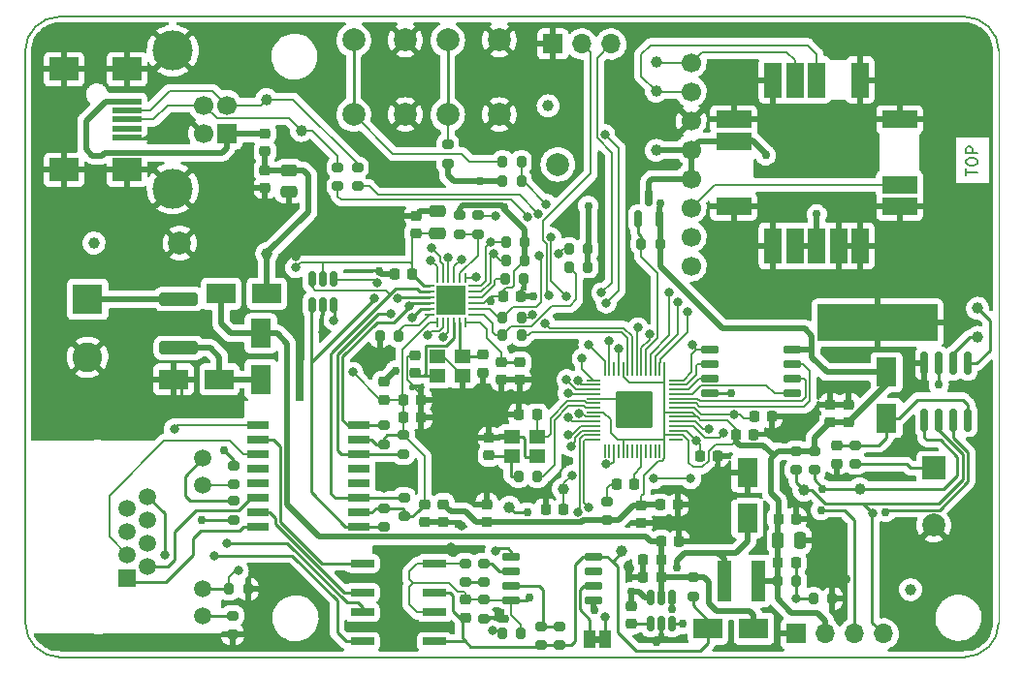
<source format=gbr>
%TF.GenerationSoftware,KiCad,Pcbnew,(6.0.4)*%
%TF.CreationDate,2022-04-11T12:28:49+02:00*%
%TF.ProjectId,PSE_RP2040,5053455f-5250-4323-9034-302e6b696361,rev?*%
%TF.SameCoordinates,Original*%
%TF.FileFunction,Copper,L1,Top*%
%TF.FilePolarity,Positive*%
%FSLAX46Y46*%
G04 Gerber Fmt 4.6, Leading zero omitted, Abs format (unit mm)*
G04 Created by KiCad (PCBNEW (6.0.4)) date 2022-04-11 12:28:49*
%MOMM*%
%LPD*%
G01*
G04 APERTURE LIST*
G04 Aperture macros list*
%AMRoundRect*
0 Rectangle with rounded corners*
0 $1 Rounding radius*
0 $2 $3 $4 $5 $6 $7 $8 $9 X,Y pos of 4 corners*
0 Add a 4 corners polygon primitive as box body*
4,1,4,$2,$3,$4,$5,$6,$7,$8,$9,$2,$3,0*
0 Add four circle primitives for the rounded corners*
1,1,$1+$1,$2,$3*
1,1,$1+$1,$4,$5*
1,1,$1+$1,$6,$7*
1,1,$1+$1,$8,$9*
0 Add four rect primitives between the rounded corners*
20,1,$1+$1,$2,$3,$4,$5,0*
20,1,$1+$1,$4,$5,$6,$7,0*
20,1,$1+$1,$6,$7,$8,$9,0*
20,1,$1+$1,$8,$9,$2,$3,0*%
G04 Aperture macros list end*
%TA.AperFunction,Profile*%
%ADD10C,0.150000*%
%TD*%
%TA.AperFunction,Profile*%
%ADD11C,0.100000*%
%TD*%
%ADD12C,0.150000*%
%TA.AperFunction,NonConductor*%
%ADD13C,0.150000*%
%TD*%
%TA.AperFunction,SMDPad,CuDef*%
%ADD14RoundRect,0.225000X0.250000X-0.225000X0.250000X0.225000X-0.250000X0.225000X-0.250000X-0.225000X0*%
%TD*%
%TA.AperFunction,SMDPad,CuDef*%
%ADD15RoundRect,0.200000X0.275000X-0.200000X0.275000X0.200000X-0.275000X0.200000X-0.275000X-0.200000X0*%
%TD*%
%TA.AperFunction,SMDPad,CuDef*%
%ADD16RoundRect,0.200000X-0.200000X-0.275000X0.200000X-0.275000X0.200000X0.275000X-0.200000X0.275000X0*%
%TD*%
%TA.AperFunction,SMDPad,CuDef*%
%ADD17RoundRect,0.150000X-0.650000X-0.150000X0.650000X-0.150000X0.650000X0.150000X-0.650000X0.150000X0*%
%TD*%
%TA.AperFunction,SMDPad,CuDef*%
%ADD18R,2.500000X1.800000*%
%TD*%
%TA.AperFunction,SMDPad,CuDef*%
%ADD19R,2.000000X0.640000*%
%TD*%
%TA.AperFunction,SMDPad,CuDef*%
%ADD20C,1.000000*%
%TD*%
%TA.AperFunction,ComponentPad*%
%ADD21C,2.000000*%
%TD*%
%TA.AperFunction,SMDPad,CuDef*%
%ADD22RoundRect,0.150000X0.150000X-0.512500X0.150000X0.512500X-0.150000X0.512500X-0.150000X-0.512500X0*%
%TD*%
%TA.AperFunction,SMDPad,CuDef*%
%ADD23RoundRect,0.225000X-0.250000X0.225000X-0.250000X-0.225000X0.250000X-0.225000X0.250000X0.225000X0*%
%TD*%
%TA.AperFunction,SMDPad,CuDef*%
%ADD24RoundRect,0.218750X-0.256250X0.218750X-0.256250X-0.218750X0.256250X-0.218750X0.256250X0.218750X0*%
%TD*%
%TA.AperFunction,ComponentPad*%
%ADD25R,2.000000X2.000000*%
%TD*%
%TA.AperFunction,SMDPad,CuDef*%
%ADD26RoundRect,0.225000X-0.225000X-0.250000X0.225000X-0.250000X0.225000X0.250000X-0.225000X0.250000X0*%
%TD*%
%TA.AperFunction,SMDPad,CuDef*%
%ADD27RoundRect,0.200000X-0.275000X0.200000X-0.275000X-0.200000X0.275000X-0.200000X0.275000X0.200000X0*%
%TD*%
%TA.AperFunction,SMDPad,CuDef*%
%ADD28R,1.800000X2.500000*%
%TD*%
%TA.AperFunction,ComponentPad*%
%ADD29R,2.600000X2.600000*%
%TD*%
%TA.AperFunction,ComponentPad*%
%ADD30C,2.600000*%
%TD*%
%TA.AperFunction,SMDPad,CuDef*%
%ADD31R,1.000000X1.500000*%
%TD*%
%TA.AperFunction,SMDPad,CuDef*%
%ADD32RoundRect,0.250000X-0.250000X-0.475000X0.250000X-0.475000X0.250000X0.475000X-0.250000X0.475000X0*%
%TD*%
%TA.AperFunction,SMDPad,CuDef*%
%ADD33RoundRect,0.250000X-0.475000X0.250000X-0.475000X-0.250000X0.475000X-0.250000X0.475000X0.250000X0*%
%TD*%
%TA.AperFunction,SMDPad,CuDef*%
%ADD34RoundRect,0.225000X0.225000X0.250000X-0.225000X0.250000X-0.225000X-0.250000X0.225000X-0.250000X0*%
%TD*%
%TA.AperFunction,SMDPad,CuDef*%
%ADD35RoundRect,0.218750X0.218750X0.256250X-0.218750X0.256250X-0.218750X-0.256250X0.218750X-0.256250X0*%
%TD*%
%TA.AperFunction,SMDPad,CuDef*%
%ADD36RoundRect,0.200000X0.200000X0.275000X-0.200000X0.275000X-0.200000X-0.275000X0.200000X-0.275000X0*%
%TD*%
%TA.AperFunction,SMDPad,CuDef*%
%ADD37R,1.150000X3.600000*%
%TD*%
%TA.AperFunction,SMDPad,CuDef*%
%ADD38R,1.400000X1.200000*%
%TD*%
%TA.AperFunction,ComponentPad*%
%ADD39C,1.700000*%
%TD*%
%TA.AperFunction,SMDPad,CuDef*%
%ADD40RoundRect,0.062500X0.062500X-0.375000X0.062500X0.375000X-0.062500X0.375000X-0.062500X-0.375000X0*%
%TD*%
%TA.AperFunction,SMDPad,CuDef*%
%ADD41RoundRect,0.062500X0.375000X-0.062500X0.375000X0.062500X-0.375000X0.062500X-0.375000X-0.062500X0*%
%TD*%
%TA.AperFunction,ComponentPad*%
%ADD42C,0.500000*%
%TD*%
%TA.AperFunction,SMDPad,CuDef*%
%ADD43R,2.500000X2.500000*%
%TD*%
%TA.AperFunction,SMDPad,CuDef*%
%ADD44R,1.500000X3.100000*%
%TD*%
%TA.AperFunction,SMDPad,CuDef*%
%ADD45R,3.100000X1.500000*%
%TD*%
%TA.AperFunction,ComponentPad*%
%ADD46R,1.500000X1.500000*%
%TD*%
%TA.AperFunction,ComponentPad*%
%ADD47C,1.500000*%
%TD*%
%TA.AperFunction,ComponentPad*%
%ADD48R,1.700000X1.700000*%
%TD*%
%TA.AperFunction,ComponentPad*%
%ADD49C,3.500000*%
%TD*%
%TA.AperFunction,SMDPad,CuDef*%
%ADD50RoundRect,0.218750X0.256250X-0.218750X0.256250X0.218750X-0.256250X0.218750X-0.256250X-0.218750X0*%
%TD*%
%TA.AperFunction,ComponentPad*%
%ADD51C,1.000000*%
%TD*%
%TA.AperFunction,SMDPad,CuDef*%
%ADD52R,10.500000X3.200000*%
%TD*%
%TA.AperFunction,SMDPad,CuDef*%
%ADD53R,1.910000X0.640000*%
%TD*%
%TA.AperFunction,SMDPad,CuDef*%
%ADD54RoundRect,0.250000X0.475000X-0.250000X0.475000X0.250000X-0.475000X0.250000X-0.475000X-0.250000X0*%
%TD*%
%TA.AperFunction,ComponentPad*%
%ADD55O,1.700000X1.700000*%
%TD*%
%TA.AperFunction,SMDPad,CuDef*%
%ADD56RoundRect,0.150000X0.150000X-0.587500X0.150000X0.587500X-0.150000X0.587500X-0.150000X-0.587500X0*%
%TD*%
%TA.AperFunction,SMDPad,CuDef*%
%ADD57RoundRect,0.052500X-0.052500X0.522500X-0.052500X-0.522500X0.052500X-0.522500X0.052500X0.522500X0*%
%TD*%
%TA.AperFunction,SMDPad,CuDef*%
%ADD58RoundRect,0.050000X-0.525000X0.050000X-0.525000X-0.050000X0.525000X-0.050000X0.525000X0.050000X0*%
%TD*%
%TA.AperFunction,SMDPad,CuDef*%
%ADD59RoundRect,0.050000X-0.050000X0.525000X-0.050000X-0.525000X0.050000X-0.525000X0.050000X0.525000X0*%
%TD*%
%TA.AperFunction,ComponentPad*%
%ADD60C,0.600000*%
%TD*%
%TA.AperFunction,SMDPad,CuDef*%
%ADD61RoundRect,0.144000X-1.456000X1.456000X-1.456000X-1.456000X1.456000X-1.456000X1.456000X1.456000X0*%
%TD*%
%TA.AperFunction,SMDPad,CuDef*%
%ADD62RoundRect,0.150000X-0.150000X0.825000X-0.150000X-0.825000X0.150000X-0.825000X0.150000X0.825000X0*%
%TD*%
%TA.AperFunction,SMDPad,CuDef*%
%ADD63RoundRect,0.250000X-1.450000X0.312500X-1.450000X-0.312500X1.450000X-0.312500X1.450000X0.312500X0*%
%TD*%
%TA.AperFunction,SMDPad,CuDef*%
%ADD64R,2.500000X0.500000*%
%TD*%
%TA.AperFunction,SMDPad,CuDef*%
%ADD65R,2.500000X2.000000*%
%TD*%
%TA.AperFunction,ViaPad*%
%ADD66C,0.800000*%
%TD*%
%TA.AperFunction,ViaPad*%
%ADD67C,0.762000*%
%TD*%
%TA.AperFunction,Conductor*%
%ADD68C,0.254000*%
%TD*%
%TA.AperFunction,Conductor*%
%ADD69C,0.177800*%
%TD*%
%TA.AperFunction,Conductor*%
%ADD70C,0.203200*%
%TD*%
%TA.AperFunction,Conductor*%
%ADD71C,0.250000*%
%TD*%
%TA.AperFunction,Conductor*%
%ADD72C,0.508000*%
%TD*%
%TA.AperFunction,Conductor*%
%ADD73C,0.200000*%
%TD*%
G04 APERTURE END LIST*
D10*
X182000000Y-158000000D02*
X103000000Y-158000000D01*
D11*
X185000000Y-105000000D02*
X185000000Y-155000000D01*
D10*
X100000000Y-155000000D02*
X100000000Y-105000000D01*
X100000000Y-155000000D02*
G75*
G03*
X103000000Y-158000000I3000000J0D01*
G01*
X182000000Y-158000000D02*
G75*
G03*
X185000000Y-155000000I0J3000000D01*
G01*
X103000000Y-102000000D02*
G75*
G03*
X100000000Y-105000000I0J-3000000D01*
G01*
X185000000Y-105000000D02*
G75*
G03*
X182000000Y-102000000I-3000000J0D01*
G01*
X103000000Y-102000000D02*
X182000000Y-102000000D01*
D12*
D13*
X182152380Y-115884523D02*
X182152380Y-115313095D01*
X183152380Y-115598809D02*
X182152380Y-115598809D01*
X182152380Y-114789285D02*
X182152380Y-114598809D01*
X182200000Y-114503571D01*
X182295238Y-114408333D01*
X182485714Y-114360714D01*
X182819047Y-114360714D01*
X183009523Y-114408333D01*
X183104761Y-114503571D01*
X183152380Y-114598809D01*
X183152380Y-114789285D01*
X183104761Y-114884523D01*
X183009523Y-114979761D01*
X182819047Y-115027380D01*
X182485714Y-115027380D01*
X182295238Y-114979761D01*
X182200000Y-114884523D01*
X182152380Y-114789285D01*
X183152380Y-113932142D02*
X182152380Y-113932142D01*
X182152380Y-113551190D01*
X182200000Y-113455952D01*
X182247619Y-113408333D01*
X182342857Y-113360714D01*
X182485714Y-113360714D01*
X182580952Y-113408333D01*
X182628571Y-113455952D01*
X182676190Y-113551190D01*
X182676190Y-113932142D01*
%TO.C,JP1*%
G36*
X150186200Y-156738600D02*
G01*
X149686200Y-156738600D01*
X149686200Y-156138600D01*
X150186200Y-156138600D01*
X150186200Y-156738600D01*
G37*
%TD*%
D14*
%TO.P,C5,1*%
%TO.N,Net-(C5-Pad1)*%
X140500000Y-140375000D03*
%TO.P,C5,2*%
%TO.N,GND*%
X140500000Y-138825000D03*
%TD*%
D15*
%TO.P,R19,1*%
%TO.N,Net-(IC1-Pad14)*%
X137900000Y-121000000D03*
%TO.P,R19,2*%
%TO.N,+3V3*%
X137900000Y-119350000D03*
%TD*%
D16*
%TO.P,R17,1*%
%TO.N,CRS*%
X141975000Y-123300000D03*
%TO.P,R17,2*%
%TO.N,+3V3*%
X143625000Y-123300000D03*
%TD*%
D17*
%TO.P,U7,1,ILIM*%
%TO.N,Net-(R30-Pad1)*%
X142451600Y-149195200D03*
%TO.P,U7,2,CLASS*%
%TO.N,Net-(R32-Pad1)*%
X142451600Y-150465200D03*
%TO.P,U7,3,DET*%
%TO.N,Net-(R29-Pad2)*%
X142451600Y-151735200D03*
%TO.P,U7,4,VSS*%
%TO.N,poe-*%
X142451600Y-153005200D03*
%TO.P,U7,5,RTN*%
%TO.N,GND*%
X149651600Y-153005200D03*
%TO.P,U7,6,PG*%
%TO.N,Net-(JP1-Pad1)*%
X149651600Y-151735200D03*
%TO.P,U7,7,NC*%
%TO.N,unconnected-(U7-Pad7)*%
X149651600Y-150465200D03*
%TO.P,U7,8,VDD*%
%TO.N,poe+*%
X149651600Y-149195200D03*
%TD*%
D18*
%TO.P,D7,1,A1*%
%TO.N,Net-(D7-Pad1)*%
X116960400Y-133705600D03*
%TO.P,D7,2,A2*%
%TO.N,GND*%
X112960400Y-133705600D03*
%TD*%
D15*
%TO.P,R37,1*%
%TO.N,+3V3*%
X136900000Y-114825000D03*
%TO.P,R37,2*%
%TO.N,/MCU_nRST*%
X136900000Y-113175000D03*
%TD*%
%TO.P,R23,1*%
%TO.N,Net-(IC1-Pad21)*%
X131343400Y-146634200D03*
%TO.P,R23,2*%
%TO.N,Net-(C22-Pad1)*%
X131343400Y-144984200D03*
%TD*%
D19*
%TO.P,D2,1,+*%
%TO.N,poe+*%
X135738000Y-156641800D03*
%TO.P,D2,2,-*%
%TO.N,poe-*%
X135738000Y-154101800D03*
%TO.P,D2,3*%
%TO.N,Net-(D2-Pad3)*%
X129438000Y-154101800D03*
%TO.P,D2,4*%
%TO.N,Net-(D2-Pad4)*%
X129438000Y-156641800D03*
%TD*%
D20*
%TO.P,TP6,1,1*%
%TO.N,poe-*%
X142275000Y-144900000D03*
%TD*%
D21*
%TO.P,TP2,1,1*%
%TO.N,GND*%
X113500000Y-121800000D03*
%TD*%
D20*
%TO.P,TP7,1,1*%
%TO.N,/USB_DP*%
X124100000Y-111950000D03*
%TD*%
D22*
%TO.P,U4,1,I/O1*%
%TO.N,Net-(IC1-Pad21)*%
X125050000Y-127237500D03*
%TO.P,U4,2,GND*%
%TO.N,GND*%
X126000000Y-127237500D03*
%TO.P,U4,3,I/O2*%
%TO.N,Net-(IC1-Pad23)*%
X126950000Y-127237500D03*
%TO.P,U4,4,I/O3*%
%TO.N,Net-(IC1-Pad22)*%
X126950000Y-124962500D03*
%TO.P,U4,5,VBUS*%
%TO.N,Net-(C22-Pad1)*%
X126000000Y-124962500D03*
%TO.P,U4,6,I/O4*%
%TO.N,Net-(IC1-Pad20)*%
X125050000Y-124962500D03*
%TD*%
D21*
%TO.P,SW1,1,1*%
%TO.N,Net-(R11-Pad2)*%
X128687000Y-104065000D03*
X128687000Y-110565000D03*
%TO.P,SW1,2,2*%
%TO.N,GND*%
X133187000Y-104065000D03*
X133187000Y-110565000D03*
%TD*%
D16*
%TO.P,R34,1*%
%TO.N,+3V3*%
X165685000Y-151358600D03*
%TO.P,R34,2*%
%TO.N,Net-(C33-Pad2)*%
X167335000Y-151358600D03*
%TD*%
D23*
%TO.P,C20,1*%
%TO.N,Net-(C20-Pad1)*%
X140000000Y-131575000D03*
%TO.P,C20,2*%
%TO.N,GND*%
X140000000Y-133125000D03*
%TD*%
D24*
%TO.P,L2,1,1*%
%TO.N,+3V3*%
X131290000Y-133932500D03*
%TO.P,L2,2,2*%
%TO.N,Net-(C22-Pad1)*%
X131290000Y-135507500D03*
%TD*%
D23*
%TO.P,C3,1*%
%TO.N,+5V*%
X120929400Y-115430000D03*
%TO.P,C3,2*%
%TO.N,GND*%
X120929400Y-116980000D03*
%TD*%
D16*
%TO.P,R27,1*%
%TO.N,/GPS_EN*%
X153775000Y-121850000D03*
%TO.P,R27,2*%
%TO.N,+3V3*%
X155425000Y-121850000D03*
%TD*%
D25*
%TO.P,C1,1*%
%TO.N,Net-(C1-Pad1)*%
X179324000Y-141478000D03*
D21*
%TO.P,C1,2*%
%TO.N,GND*%
X179324000Y-146478000D03*
%TD*%
D26*
%TO.P,C26,1*%
%TO.N,Net-(C22-Pad1)*%
X133015000Y-135500000D03*
%TO.P,C26,2*%
%TO.N,GND*%
X134565000Y-135500000D03*
%TD*%
D16*
%TO.P,R18,1*%
%TO.N,MDIO*%
X141975000Y-121700000D03*
%TO.P,R18,2*%
%TO.N,+3V3*%
X143625000Y-121700000D03*
%TD*%
D27*
%TO.P,R32,1*%
%TO.N,Net-(R32-Pad1)*%
X140030200Y-149822400D03*
%TO.P,R32,2*%
%TO.N,Net-(R32-Pad2)*%
X140030200Y-151472400D03*
%TD*%
%TO.P,R7,1*%
%TO.N,GND*%
X118200000Y-141275000D03*
%TO.P,R7,2*%
%TO.N,Net-(J3-Pad11)*%
X118200000Y-142925000D03*
%TD*%
D20*
%TO.P,FID1,*%
%TO.N,*%
X106000000Y-121800000D03*
%TD*%
%TO.P,TP12,1,1*%
%TO.N,/GPIO3_I2C_SCL*%
X168000000Y-143400000D03*
%TD*%
D27*
%TO.P,R26,1*%
%TO.N,Net-(IC1-Pad22)*%
X131292600Y-137745200D03*
%TO.P,R26,2*%
%TO.N,Net-(C22-Pad1)*%
X131292600Y-139395200D03*
%TD*%
%TO.P,R16,1*%
%TO.N,LAN_REFCK*%
X139500000Y-119350000D03*
%TO.P,R16,2*%
%TO.N,Net-(IC1-Pad14)*%
X139500000Y-121000000D03*
%TD*%
D28*
%TO.P,D6,1,K*%
%TO.N,Net-(C32-Pad2)*%
X163050000Y-145860000D03*
%TO.P,D6,2,A*%
%TO.N,GND*%
X163050000Y-141860000D03*
%TD*%
D15*
%TO.P,R39,1*%
%TO.N,poe+*%
X158318200Y-152666200D03*
%TO.P,R39,2*%
%TO.N,Net-(C29-Pad1)*%
X158318200Y-151016200D03*
%TD*%
D29*
%TO.P,J5,1,Pin_1*%
%TO.N,Net-(F1-Pad1)*%
X105445000Y-126705000D03*
D30*
%TO.P,J5,2,Pin_2*%
%TO.N,GND*%
X105445000Y-131785000D03*
%TD*%
D26*
%TO.P,C11,1*%
%TO.N,+1V1*%
X163625000Y-137000000D03*
%TO.P,C11,2*%
%TO.N,GND*%
X165175000Y-137000000D03*
%TD*%
D16*
%TO.P,R21,1*%
%TO.N,LEDA_RJ45*%
X117805000Y-152060000D03*
%TO.P,R21,2*%
%TO.N,GND*%
X119455000Y-152060000D03*
%TD*%
D15*
%TO.P,R5,1*%
%TO.N,/GPIO3_I2C_SCL*%
X167300000Y-141625000D03*
%TO.P,R5,2*%
%TO.N,+3V3*%
X167300000Y-139975000D03*
%TD*%
D31*
%TO.P,JP1,1,A*%
%TO.N,Net-(JP1-Pad1)*%
X149286200Y-156438600D03*
%TO.P,JP1,2,B*%
%TO.N,Net-(JP1-Pad2)*%
X150586200Y-156438600D03*
%TD*%
D20*
%TO.P,TP5,1,1*%
%TO.N,poe+*%
X152075000Y-148750000D03*
%TD*%
D32*
%TO.P,C35,1*%
%TO.N,+3V3*%
X165737800Y-147777200D03*
%TO.P,C35,2*%
%TO.N,GND*%
X167637800Y-147777200D03*
%TD*%
D18*
%TO.P,D5,1,K*%
%TO.N,Net-(C29-Pad1)*%
X163620200Y-155524200D03*
%TO.P,D5,2,A*%
%TO.N,poe+*%
X159620200Y-155524200D03*
%TD*%
D33*
%TO.P,C4,1*%
%TO.N,+5V*%
X123037600Y-115432800D03*
%TO.P,C4,2*%
%TO.N,GND*%
X123037600Y-117332800D03*
%TD*%
D34*
%TO.P,C29,1*%
%TO.N,Net-(C29-Pad1)*%
X155511800Y-151028400D03*
%TO.P,C29,2*%
%TO.N,GND*%
X153961800Y-151028400D03*
%TD*%
D16*
%TO.P,R28,1*%
%TO.N,+3V3*%
X141675000Y-116400000D03*
%TO.P,R28,2*%
%TO.N,/QSPI_SS*%
X143325000Y-116400000D03*
%TD*%
D35*
%TO.P,D4,1,K*%
%TO.N,/GPIO_LED*%
X153187500Y-142900000D03*
%TO.P,D4,2,A*%
%TO.N,Net-(D4-Pad2)*%
X151612500Y-142900000D03*
%TD*%
D28*
%TO.P,D1,1,K*%
%TO.N,Net-(C13-Pad1)*%
X175200000Y-137100000D03*
%TO.P,D1,2,A*%
%TO.N,+3V3*%
X175200000Y-133100000D03*
%TD*%
D21*
%TO.P,SW2,1,1*%
%TO.N,/MCU_nRST*%
X136887000Y-104065000D03*
X136887000Y-110565000D03*
%TO.P,SW2,2,2*%
%TO.N,GND*%
X141387000Y-104065000D03*
X141387000Y-110565000D03*
%TD*%
D26*
%TO.P,C7,1*%
%TO.N,+3V3*%
X155425000Y-144700000D03*
%TO.P,C7,2*%
%TO.N,GND*%
X156975000Y-144700000D03*
%TD*%
D36*
%TO.P,R11,1*%
%TO.N,/QSPI_SS*%
X143325000Y-114700000D03*
%TO.P,R11,2*%
%TO.N,Net-(R11-Pad2)*%
X141675000Y-114700000D03*
%TD*%
D14*
%TO.P,C21,1*%
%TO.N,Net-(C21-Pad1)*%
X134075000Y-133175000D03*
%TO.P,C21,2*%
%TO.N,GND*%
X134075000Y-131625000D03*
%TD*%
%TO.P,C32,1*%
%TO.N,Net-(C32-Pad1)*%
X152882600Y-155080600D03*
%TO.P,C32,2*%
%TO.N,Net-(C32-Pad2)*%
X152882600Y-153530600D03*
%TD*%
D28*
%TO.P,D8,1,K*%
%TO.N,Net-(C29-Pad1)*%
X120573800Y-129699000D03*
%TO.P,D8,2,A*%
%TO.N,Net-(D7-Pad1)*%
X120573800Y-133699000D03*
%TD*%
D37*
%TO.P,L3,1,1*%
%TO.N,Net-(C32-Pad2)*%
X161021800Y-151358600D03*
%TO.P,L3,2,2*%
%TO.N,+3V3*%
X163971800Y-151358600D03*
%TD*%
D20*
%TO.P,TP11,1,1*%
%TO.N,/VCC_GPS*%
X155100000Y-113700000D03*
%TD*%
D16*
%TO.P,R35,1*%
%TO.N,Net-(C33-Pad2)*%
X168809200Y-152882600D03*
%TO.P,R35,2*%
%TO.N,GND*%
X170459200Y-152882600D03*
%TD*%
D15*
%TO.P,R31,1*%
%TO.N,poe+*%
X145029600Y-156975400D03*
%TO.P,R31,2*%
%TO.N,Net-(R29-Pad2)*%
X145029600Y-155325400D03*
%TD*%
D26*
%TO.P,C33,1*%
%TO.N,+3V3*%
X165735000Y-149758400D03*
%TO.P,C33,2*%
%TO.N,Net-(C33-Pad2)*%
X167285000Y-149758400D03*
%TD*%
D27*
%TO.P,R24,1*%
%TO.N,Net-(IC1-Pad20)*%
X133070600Y-144069800D03*
%TO.P,R24,2*%
%TO.N,Net-(C22-Pad1)*%
X133070600Y-145719800D03*
%TD*%
D15*
%TO.P,R29,1*%
%TO.N,poe+*%
X146630600Y-156971000D03*
%TO.P,R29,2*%
%TO.N,Net-(R29-Pad2)*%
X146630600Y-155321000D03*
%TD*%
D14*
%TO.P,C6,1*%
%TO.N,+3V3*%
X140300000Y-146175000D03*
%TO.P,C6,2*%
%TO.N,GND*%
X140300000Y-144625000D03*
%TD*%
D38*
%TO.P,Y2,1,1*%
%TO.N,Net-(C2-Pad1)*%
X144700000Y-138750000D03*
%TO.P,Y2,2,2*%
%TO.N,GND*%
X142500000Y-138750000D03*
%TO.P,Y2,3,3*%
%TO.N,Net-(C5-Pad1)*%
X142500000Y-140450000D03*
%TO.P,Y2,4,4*%
%TO.N,GND*%
X144700000Y-140450000D03*
%TD*%
D39*
%TO.P,U6,1,RXD*%
%TO.N,/UART_TX-GPS_RX*%
X158140000Y-106020000D03*
%TO.P,U6,2,TXD*%
%TO.N,/UART_RX-GPS_TX*%
X158140000Y-108560000D03*
%TO.P,U6,3,GND*%
%TO.N,GND*%
X158140000Y-111100000D03*
%TO.P,U6,4,VCC*%
%TO.N,/VCC_GPS*%
X158140000Y-113640000D03*
%TO.P,U6,5,V_BCKP*%
X158140000Y-116180000D03*
%TO.P,U6,6,TIMEPULSE*%
%TO.N,/PPS*%
X158140000Y-118720000D03*
%TO.P,U6,7,SDA*%
%TO.N,unconnected-(U6-Pad7)*%
X158140000Y-121260000D03*
%TO.P,U6,8,SCL*%
%TO.N,unconnected-(U6-Pad8)*%
X158140000Y-123800000D03*
%TD*%
D26*
%TO.P,C12,1*%
%TO.N,+1V1*%
X158925000Y-140400000D03*
%TO.P,C12,2*%
%TO.N,GND*%
X160475000Y-140400000D03*
%TD*%
D34*
%TO.P,C30,1*%
%TO.N,Net-(C29-Pad1)*%
X155511800Y-149453600D03*
%TO.P,C30,2*%
%TO.N,GND*%
X153961800Y-149453600D03*
%TD*%
D26*
%TO.P,C25,1*%
%TO.N,Net-(C22-Pad1)*%
X133025000Y-137080000D03*
%TO.P,C25,2*%
%TO.N,GND*%
X134575000Y-137080000D03*
%TD*%
D23*
%TO.P,C14,1*%
%TO.N,+3V3*%
X153800000Y-144725000D03*
%TO.P,C14,2*%
%TO.N,GND*%
X153800000Y-146275000D03*
%TD*%
D36*
%TO.P,R8,1*%
%TO.N,RXD1*%
X143325000Y-129850000D03*
%TO.P,R8,2*%
%TO.N,Net-(IC1-Pad7)*%
X141675000Y-129850000D03*
%TD*%
D40*
%TO.P,IC1,1,VDD2A*%
%TO.N,Net-(C22-Pad1)*%
X135950000Y-128737500D03*
%TO.P,IC1,2,LED2/NINT/NPME/~{NINTSEL}*%
%TO.N,LEDB_RJ45*%
X136450000Y-128737500D03*
%TO.P,IC1,3,LED1/NINT/NPME/~{REGOFF}*%
%TO.N,LEDA_RJ45*%
X136950000Y-128737500D03*
%TO.P,IC1,4,XTAL2*%
%TO.N,Net-(C21-Pad1)*%
X137450000Y-128737500D03*
%TO.P,IC1,5,XTAL1/CLKIN*%
%TO.N,Net-(C20-Pad1)*%
X137950000Y-128737500D03*
%TO.P,IC1,6,VDDCR*%
%TO.N,Net-(C17-Pad1)*%
X138450000Y-128737500D03*
D41*
%TO.P,IC1,7,RXD1/~{MODE1}*%
%TO.N,Net-(IC1-Pad7)*%
X139137500Y-128050000D03*
%TO.P,IC1,8,RXD0/~{MODE0}*%
%TO.N,Net-(IC1-Pad8)*%
X139137500Y-127550000D03*
%TO.P,IC1,9,VDDIO*%
%TO.N,+3V3*%
X139137500Y-127050000D03*
%TO.P,IC1,10,RXER/~{PHYAD0}*%
%TO.N,Net-(IC1-Pad10)*%
X139137500Y-126550000D03*
%TO.P,IC1,11,CRS_DV/~{MODE2}*%
%TO.N,CRS*%
X139137500Y-126050000D03*
%TO.P,IC1,12,MDIO*%
%TO.N,MDIO*%
X139137500Y-125550000D03*
D40*
%TO.P,IC1,13,MDC*%
%TO.N,MDC*%
X138450000Y-124862500D03*
%TO.P,IC1,14,NINT/REFCLKO*%
%TO.N,Net-(IC1-Pad14)*%
X137950000Y-124862500D03*
%TO.P,IC1,15,NRST*%
%TO.N,LAN_nRST*%
X137450000Y-124862500D03*
%TO.P,IC1,16,TXEN*%
%TO.N,TXEN*%
X136950000Y-124862500D03*
%TO.P,IC1,17,TXD0*%
%TO.N,TXD0*%
X136450000Y-124862500D03*
%TO.P,IC1,18,TXD1*%
%TO.N,TXD1*%
X135950000Y-124862500D03*
D41*
%TO.P,IC1,19,VDD1A*%
%TO.N,Net-(C22-Pad1)*%
X135262500Y-125550000D03*
%TO.P,IC1,20,TXN*%
%TO.N,Net-(IC1-Pad20)*%
X135262500Y-126050000D03*
%TO.P,IC1,21,TXP*%
%TO.N,Net-(IC1-Pad21)*%
X135262500Y-126550000D03*
%TO.P,IC1,22,RXN*%
%TO.N,Net-(IC1-Pad22)*%
X135262500Y-127050000D03*
%TO.P,IC1,23,RXP*%
%TO.N,Net-(IC1-Pad23)*%
X135262500Y-127550000D03*
%TO.P,IC1,24,RBIAS*%
%TO.N,Net-(IC1-Pad24)*%
X135262500Y-128050000D03*
D42*
%TO.P,IC1,25,VSS*%
%TO.N,GND*%
X137200000Y-126800000D03*
X137200000Y-125800000D03*
X138200000Y-126800000D03*
X136200000Y-127800000D03*
X137200000Y-127800000D03*
X138200000Y-125800000D03*
X136200000Y-126800000D03*
D43*
X137200000Y-126800000D03*
D42*
X138200000Y-127800000D03*
X136200000Y-125800000D03*
%TD*%
D44*
%TO.P,IC2,1,GND_1*%
%TO.N,GND*%
X165300000Y-122050000D03*
%TO.P,IC2,2,VCC_IO*%
%TO.N,/VCC_GPS*%
X167200000Y-122050000D03*
%TO.P,IC2,3,V_BCKP*%
X169100000Y-122050000D03*
%TO.P,IC2,4,GND_2*%
%TO.N,GND*%
X171000000Y-122050000D03*
%TO.P,IC2,5,GND_3*%
X172900000Y-122050000D03*
D45*
%TO.P,IC2,6,GND_4*%
X176350000Y-118600000D03*
%TO.P,IC2,7,TIMEPULSE*%
%TO.N,/PPS*%
X176350000Y-116700000D03*
%TO.P,IC2,10,GND_5*%
%TO.N,GND*%
X176350000Y-111000000D03*
D44*
%TO.P,IC2,11,GND_6*%
X172900000Y-107550000D03*
%TO.P,IC2,13,TXD*%
%TO.N,/UART_RX-GPS_TX*%
X169100000Y-107550000D03*
%TO.P,IC2,14,RXD*%
%TO.N,/UART_TX-GPS_RX*%
X167200000Y-107550000D03*
%TO.P,IC2,15,GND_7*%
%TO.N,GND*%
X165300000Y-107550000D03*
D45*
%TO.P,IC2,16,GND_8*%
X161850000Y-111000000D03*
%TO.P,IC2,17,VCC*%
%TO.N,/VCC_GPS*%
X161850000Y-112900000D03*
%TO.P,IC2,20,GND_9*%
%TO.N,GND*%
X161850000Y-118600000D03*
%TD*%
D20*
%TO.P,TP10,1,1*%
%TO.N,/UART_RX-GPS_TX*%
X155100000Y-108500000D03*
%TD*%
D14*
%TO.P,C18,1*%
%TO.N,+3V3*%
X170300000Y-137450000D03*
%TO.P,C18,2*%
%TO.N,GND*%
X170300000Y-135900000D03*
%TD*%
D20*
%TO.P,TP4,1,1*%
%TO.N,+1V1*%
X147000000Y-143300000D03*
%TD*%
D26*
%TO.P,C34,1*%
%TO.N,+3V3*%
X165745000Y-145900000D03*
%TO.P,C34,2*%
%TO.N,GND*%
X167295000Y-145900000D03*
%TD*%
D15*
%TO.P,R3,1*%
%TO.N,+3V3*%
X150800000Y-146025000D03*
%TO.P,R3,2*%
%TO.N,Net-(D4-Pad2)*%
X150800000Y-144375000D03*
%TD*%
D18*
%TO.P,D9,1,K*%
%TO.N,Net-(C29-Pad1)*%
X117100600Y-126238000D03*
%TO.P,D9,2,A*%
%TO.N,+5V*%
X121100600Y-126238000D03*
%TD*%
D46*
%TO.P,J3,1*%
%TO.N,TX_P*%
X108875000Y-151060000D03*
D47*
%TO.P,J3,2*%
%TO.N,TX_N*%
X110655000Y-150044000D03*
%TO.P,J3,3*%
%TO.N,RX_P*%
X108875000Y-149028000D03*
%TO.P,J3,4*%
%TO.N,Net-(D2-Pad3)*%
X110655000Y-148012000D03*
%TO.P,J3,5*%
X108875000Y-146996000D03*
%TO.P,J3,6*%
%TO.N,RX_N*%
X110655000Y-145980000D03*
%TO.P,J3,7*%
%TO.N,Net-(D2-Pad4)*%
X108875000Y-144964000D03*
%TO.P,J3,8*%
X110655000Y-143948000D03*
%TO.P,J3,9*%
%TO.N,Net-(J3-Pad9)*%
X115475000Y-154360000D03*
%TO.P,J3,10*%
%TO.N,LEDA_RJ45*%
X115475000Y-152070000D03*
%TO.P,J3,11*%
%TO.N,Net-(J3-Pad11)*%
X115475000Y-142930000D03*
%TO.P,J3,12*%
%TO.N,LEDB_RJ45*%
X115475000Y-140640000D03*
%TD*%
D16*
%TO.P,R14,1*%
%TO.N,Net-(IC1-Pad8)*%
X147480000Y-122300000D03*
%TO.P,R14,2*%
%TO.N,+3V3*%
X149130000Y-122300000D03*
%TD*%
D34*
%TO.P,C22,1*%
%TO.N,Net-(C22-Pad1)*%
X133775000Y-124500000D03*
%TO.P,C22,2*%
%TO.N,GND*%
X132225000Y-124500000D03*
%TD*%
D48*
%TO.P,J1,1,VBUS*%
%TO.N,/VUSB*%
X117577500Y-112250000D03*
D39*
%TO.P,J1,2,D-*%
%TO.N,/USB_DN*%
X117577500Y-109750000D03*
%TO.P,J1,3,D+*%
%TO.N,/USB_DP*%
X115577500Y-109750000D03*
%TO.P,J1,4,GND*%
%TO.N,GND*%
X115577500Y-112250000D03*
D49*
%TO.P,J1,5,Shield*%
X112867500Y-117020000D03*
X112867500Y-104980000D03*
%TD*%
D20*
%TO.P,TP13,1,1*%
%TO.N,/GPIO2_I2C_SDA*%
X172880000Y-143300000D03*
%TD*%
D50*
%TO.P,L1,1,1*%
%TO.N,+5V*%
X120929400Y-113792100D03*
%TO.P,L1,2,2*%
%TO.N,/VUSB*%
X120929400Y-112217100D03*
%TD*%
D16*
%TO.P,R15,1*%
%TO.N,Net-(IC1-Pad7)*%
X147475000Y-123900000D03*
%TO.P,R15,2*%
%TO.N,+3V3*%
X149125000Y-123900000D03*
%TD*%
D14*
%TO.P,C15,1*%
%TO.N,+3V3*%
X171900000Y-137450000D03*
%TO.P,C15,2*%
%TO.N,GND*%
X171900000Y-135900000D03*
%TD*%
D15*
%TO.P,R2,1*%
%TO.N,Net-(C1-Pad1)*%
X172500000Y-141125000D03*
%TO.P,R2,2*%
%TO.N,Net-(C13-Pad1)*%
X172500000Y-139475000D03*
%TD*%
D20*
%TO.P,TP9,1,1*%
%TO.N,/UART_TX-GPS_RX*%
X155100000Y-106000000D03*
%TD*%
D15*
%TO.P,R33,1*%
%TO.N,Net-(R32-Pad2)*%
X138430000Y-151472400D03*
%TO.P,R33,2*%
%TO.N,poe-*%
X138430000Y-149822400D03*
%TD*%
D36*
%TO.P,R9,1*%
%TO.N,RXD0*%
X143325000Y-128300000D03*
%TO.P,R9,2*%
%TO.N,Net-(IC1-Pad8)*%
X141675000Y-128300000D03*
%TD*%
D51*
%TO.P,Y1,1,1*%
%TO.N,Net-(U2-Pad1)*%
X183150000Y-127500000D03*
%TO.P,Y1,2,2*%
%TO.N,Net-(U2-Pad2)*%
X183150000Y-130040000D03*
D52*
%TO.P,Y1,3,3*%
%TO.N,GND*%
X174400000Y-128770000D03*
%TD*%
D26*
%TO.P,C10,1*%
%TO.N,+3V3*%
X162025000Y-138550000D03*
%TO.P,C10,2*%
%TO.N,GND*%
X163575000Y-138550000D03*
%TD*%
D53*
%TO.P,T1,1,RD+*%
%TO.N,Net-(IC1-Pad21)*%
X129124400Y-146622000D03*
%TO.P,T1,2,RCT*%
%TO.N,Net-(C22-Pad1)*%
X129124400Y-145352000D03*
%TO.P,T1,3,RD-*%
%TO.N,Net-(IC1-Pad20)*%
X129124400Y-144082000D03*
%TO.P,T1,4,NO_CONNECT_1*%
%TO.N,unconnected-(T1-Pad4)*%
X129124400Y-142812000D03*
%TO.P,T1,5,NO_CONNECT_2*%
%TO.N,unconnected-(T1-Pad5)*%
X129124400Y-141542000D03*
%TO.P,T1,6,TD+*%
%TO.N,Net-(IC1-Pad23)*%
X129124400Y-140272000D03*
%TO.P,T1,7,TCT*%
%TO.N,Net-(C22-Pad1)*%
X129124400Y-139002000D03*
%TO.P,T1,8,TD-*%
%TO.N,Net-(IC1-Pad22)*%
X129124400Y-137732000D03*
%TO.P,T1,9,TX-*%
%TO.N,RX_N*%
X120354400Y-137732000D03*
%TO.P,T1,10,TXCT*%
%TO.N,RJ45_RXC*%
X120354400Y-139002000D03*
%TO.P,T1,11,TX+*%
%TO.N,RX_P*%
X120354400Y-140272000D03*
%TO.P,T1,12,NO_CONNECT_3*%
%TO.N,unconnected-(T1-Pad12)*%
X120354400Y-141542000D03*
%TO.P,T1,13,NO_CONNECT_4*%
%TO.N,unconnected-(T1-Pad13)*%
X120354400Y-142812000D03*
%TO.P,T1,14,RX-*%
%TO.N,TX_N*%
X120354400Y-144082000D03*
%TO.P,T1,15,RXCT*%
%TO.N,RJ45_TXC*%
X120354400Y-145352000D03*
%TO.P,T1,16,RX+*%
%TO.N,TX_P*%
X120354400Y-146622000D03*
%TD*%
D14*
%TO.P,C28,1*%
%TO.N,poe+*%
X138430000Y-154534200D03*
%TO.P,C28,2*%
%TO.N,poe-*%
X138430000Y-152984200D03*
%TD*%
D54*
%TO.P,C24,1*%
%TO.N,Net-(C22-Pad1)*%
X136000000Y-120925000D03*
%TO.P,C24,2*%
%TO.N,GND*%
X136000000Y-119025000D03*
%TD*%
D16*
%TO.P,R30,1*%
%TO.N,Net-(R30-Pad1)*%
X141618200Y-155956000D03*
%TO.P,R30,2*%
%TO.N,poe-*%
X143268200Y-155956000D03*
%TD*%
D34*
%TO.P,C2,1*%
%TO.N,Net-(C2-Pad1)*%
X144675000Y-136800000D03*
%TO.P,C2,2*%
%TO.N,GND*%
X143125000Y-136800000D03*
%TD*%
D27*
%TO.P,R13,1*%
%TO.N,/USB_DN*%
X129000000Y-115175000D03*
%TO.P,R13,2*%
%TO.N,Net-(R13-Pad2)*%
X129000000Y-116825000D03*
%TD*%
D23*
%TO.P,C19,1*%
%TO.N,Net-(C17-Pad1)*%
X141600000Y-132225000D03*
%TO.P,C19,2*%
%TO.N,GND*%
X141600000Y-133775000D03*
%TD*%
D26*
%TO.P,C31,1*%
%TO.N,Net-(C29-Pad1)*%
X155511200Y-147878800D03*
%TO.P,C31,2*%
%TO.N,GND*%
X157061200Y-147878800D03*
%TD*%
D48*
%TO.P,J6,1,Pin_1*%
%TO.N,GND*%
X167319800Y-155956000D03*
D55*
%TO.P,J6,2,Pin_2*%
%TO.N,+3V3*%
X169859800Y-155956000D03*
%TO.P,J6,3,Pin_3*%
%TO.N,/GPIO2_I2C_SDA*%
X172399800Y-155956000D03*
%TO.P,J6,4,Pin_4*%
%TO.N,/GPIO3_I2C_SCL*%
X174939800Y-155956000D03*
%TD*%
D20*
%TO.P,TP8,1,1*%
%TO.N,/USB_DN*%
X121075000Y-109250000D03*
%TD*%
D27*
%TO.P,R38,1*%
%TO.N,poe-*%
X140030200Y-152997400D03*
%TO.P,R38,2*%
%TO.N,GND*%
X140030200Y-154647400D03*
%TD*%
D56*
%TO.P,Q2,1,G*%
%TO.N,/GPS_EN*%
X153500000Y-119687500D03*
%TO.P,Q2,2,S*%
%TO.N,+3V3*%
X155400000Y-119687500D03*
%TO.P,Q2,3,D*%
%TO.N,/VCC_GPS*%
X154450000Y-117812500D03*
%TD*%
D57*
%TO.P,U1,1,IOVDD*%
%TO.N,+3V3*%
X155800000Y-132825000D03*
%TO.P,U1,2,GPIO0*%
%TO.N,/UART_TX-GPS_RX*%
X155400000Y-132825000D03*
%TO.P,U1,3,GPIO1*%
%TO.N,/UART_RX-GPS_TX*%
X155000000Y-132825000D03*
%TO.P,U1,4,GPIO2*%
%TO.N,/PPS*%
X154600000Y-132825000D03*
%TO.P,U1,5,GPIO3*%
%TO.N,/GPS_EN*%
X154200000Y-132825000D03*
%TO.P,U1,6,GPIO4*%
%TO.N,/GPIO2_I2C_SDA*%
X153800000Y-132825000D03*
%TO.P,U1,7,GPIO5*%
%TO.N,/GPIO3_I2C_SCL*%
X153400000Y-132825000D03*
%TO.P,U1,8,GPIO6*%
%TO.N,RXD0*%
X153000000Y-132825000D03*
%TO.P,U1,9,GPIO7*%
%TO.N,RXD1*%
X152600000Y-132825000D03*
%TO.P,U1,10,IOVDD*%
%TO.N,+3V3*%
X152200000Y-132825000D03*
%TO.P,U1,11,GPIO8*%
%TO.N,CRS*%
X151800000Y-132825000D03*
%TO.P,U1,12,GPIO9*%
%TO.N,/GPIO9*%
X151400000Y-132825000D03*
%TO.P,U1,13,GPIO10*%
%TO.N,TXD0*%
X151000000Y-132825000D03*
%TO.P,U1,14,GPIO11*%
%TO.N,TXD1*%
X150600000Y-132825000D03*
D58*
%TO.P,U1,15,GPIO12*%
%TO.N,TXEN*%
X149625000Y-133800000D03*
%TO.P,U1,16,GPIO13*%
%TO.N,LAN_nRST*%
X149625000Y-134200000D03*
%TO.P,U1,17,GPIO14*%
%TO.N,MDIO*%
X149625000Y-134600000D03*
%TO.P,U1,18,GPIO15*%
%TO.N,MDC*%
X149625000Y-135000000D03*
%TO.P,U1,19,TESTEN*%
%TO.N,GND*%
X149625000Y-135400000D03*
%TO.P,U1,20,XIN*%
%TO.N,Net-(C2-Pad1)*%
X149625000Y-135800000D03*
%TO.P,U1,21,XOUT*%
%TO.N,Net-(R1-Pad1)*%
X149625000Y-136200000D03*
%TO.P,U1,22,IOVDD*%
%TO.N,+3V3*%
X149625000Y-136600000D03*
%TO.P,U1,23,DVDD*%
%TO.N,+1V1*%
X149625000Y-137000000D03*
%TO.P,U1,24,SWCLK*%
%TO.N,/SWCLK*%
X149625000Y-137400000D03*
%TO.P,U1,25,SWDIO*%
%TO.N,/SWDIO*%
X149625000Y-137800000D03*
%TO.P,U1,26,RUN*%
%TO.N,/MCU_nRST*%
X149625000Y-138200000D03*
%TO.P,U1,27,GPIO16*%
%TO.N,/RTC_nINT*%
X149625000Y-138600000D03*
%TO.P,U1,28,GPIO17*%
%TO.N,/RTC_CLKOUT*%
X149625000Y-139000000D03*
D59*
%TO.P,U1,29,GPIO18*%
%TO.N,unconnected-(U1-Pad29)*%
X150600000Y-139975000D03*
%TO.P,U1,30,GPIO19*%
%TO.N,unconnected-(U1-Pad30)*%
X151000000Y-139975000D03*
%TO.P,U1,31,GPIO20*%
%TO.N,LAN_REFCK*%
X151400000Y-139975000D03*
%TO.P,U1,32,GPIO21*%
%TO.N,unconnected-(U1-Pad32)*%
X151800000Y-139975000D03*
%TO.P,U1,33,IOVDD*%
%TO.N,+3V3*%
X152200000Y-139975000D03*
%TO.P,U1,34,GPIO22*%
%TO.N,unconnected-(U1-Pad34)*%
X152600000Y-139975000D03*
%TO.P,U1,35,GPIO23*%
%TO.N,unconnected-(U1-Pad35)*%
X153000000Y-139975000D03*
%TO.P,U1,36,GPIO24*%
%TO.N,unconnected-(U1-Pad36)*%
X153400000Y-139975000D03*
%TO.P,U1,37,GPIO25*%
%TO.N,/GPIO_LED*%
X153800000Y-139975000D03*
%TO.P,U1,38,GPIO26/ADC0*%
%TO.N,unconnected-(U1-Pad38)*%
X154200000Y-139975000D03*
%TO.P,U1,39,GPIO27/ADC1*%
%TO.N,unconnected-(U1-Pad39)*%
X154600000Y-139975000D03*
%TO.P,U1,40,GPIO28/ADC2*%
%TO.N,unconnected-(U1-Pad40)*%
X155000000Y-139975000D03*
%TO.P,U1,41,GPIO29/ADC3*%
%TO.N,unconnected-(U1-Pad41)*%
X155400000Y-139975000D03*
%TO.P,U1,42,IOVDD*%
%TO.N,+3V3*%
X155800000Y-139975000D03*
D58*
%TO.P,U1,43,ADC_AVDD*%
%TO.N,unconnected-(U1-Pad43)*%
X156775000Y-139000000D03*
%TO.P,U1,44,VREG_VIN*%
%TO.N,+3V3*%
X156775000Y-138600000D03*
%TO.P,U1,45,VREG_VOUT*%
%TO.N,+1V1*%
X156775000Y-138200000D03*
%TO.P,U1,46,USB_DM*%
%TO.N,Net-(R13-Pad2)*%
X156775000Y-137800000D03*
%TO.P,U1,47,USB_DP*%
%TO.N,Net-(R12-Pad2)*%
X156775000Y-137400000D03*
%TO.P,U1,48,USB_VDD*%
%TO.N,+3V3*%
X156775000Y-137000000D03*
%TO.P,U1,49,IOVDD*%
X156775000Y-136600000D03*
%TO.P,U1,50,DVDD*%
%TO.N,+1V1*%
X156775000Y-136200000D03*
%TO.P,U1,51,QSPI_SD3*%
%TO.N,/QSPI_SD3*%
X156775000Y-135800000D03*
%TO.P,U1,52,QSPI_SCLK*%
%TO.N,/QSPI_SCLK*%
X156775000Y-135400000D03*
%TO.P,U1,53,QSPI_SD0*%
%TO.N,/QSPI_SD0*%
X156775000Y-135000000D03*
%TO.P,U1,54,QSPI_SD2*%
%TO.N,/QSPI_SD2*%
X156775000Y-134600000D03*
%TO.P,U1,55,QSPI_SD1*%
%TO.N,/QSPI_SD1*%
X156775000Y-134200000D03*
%TO.P,U1,56,QSPI_SS_N*%
%TO.N,/QSPI_SS*%
X156775000Y-133800000D03*
D60*
%TO.P,U1,57,GND*%
%TO.N,GND*%
X152425000Y-136400000D03*
X153200000Y-137175000D03*
X153975000Y-136400000D03*
D61*
X153200000Y-136400000D03*
D60*
X153200000Y-135625000D03*
%TD*%
D15*
%TO.P,R25,1*%
%TO.N,Net-(IC1-Pad23)*%
X133019800Y-140258800D03*
%TO.P,R25,2*%
%TO.N,Net-(C22-Pad1)*%
X133019800Y-138608800D03*
%TD*%
D20*
%TO.P,FID2,*%
%TO.N,*%
X145650000Y-109800000D03*
%TD*%
D27*
%TO.P,R20,1*%
%TO.N,LEDB_RJ45*%
X118200000Y-144365000D03*
%TO.P,R20,2*%
%TO.N,GND*%
X118200000Y-146015000D03*
%TD*%
D36*
%TO.P,R1,1*%
%TO.N,Net-(R1-Pad1)*%
X144725000Y-142200000D03*
%TO.P,R1,2*%
%TO.N,Net-(C5-Pad1)*%
X143075000Y-142200000D03*
%TD*%
D20*
%TO.P,FID3,*%
%TO.N,*%
X177300000Y-152100000D03*
%TD*%
D15*
%TO.P,R6,1*%
%TO.N,GND*%
X118110000Y-156019000D03*
%TO.P,R6,2*%
%TO.N,Net-(J3-Pad9)*%
X118110000Y-154369000D03*
%TD*%
D23*
%TO.P,C27,1*%
%TO.N,Net-(C22-Pad1)*%
X134875000Y-144625000D03*
%TO.P,C27,2*%
%TO.N,GND*%
X134875000Y-146175000D03*
%TD*%
D38*
%TO.P,Y3,1,1*%
%TO.N,Net-(C20-Pad1)*%
X138175000Y-131700000D03*
%TO.P,Y3,2,2*%
%TO.N,GND*%
X135975000Y-131700000D03*
%TO.P,Y3,3,3*%
%TO.N,Net-(C21-Pad1)*%
X135975000Y-133400000D03*
%TO.P,Y3,4,4*%
%TO.N,GND*%
X138175000Y-133400000D03*
%TD*%
D27*
%TO.P,R12,1*%
%TO.N,/USB_DP*%
X127300000Y-115175000D03*
%TO.P,R12,2*%
%TO.N,Net-(R12-Pad2)*%
X127300000Y-116825000D03*
%TD*%
D16*
%TO.P,R10,1*%
%TO.N,Net-(IC1-Pad10)*%
X141875000Y-124900000D03*
%TO.P,R10,2*%
%TO.N,GND*%
X143525000Y-124900000D03*
%TD*%
D14*
%TO.P,C23,1*%
%TO.N,Net-(C22-Pad1)*%
X134100000Y-120950000D03*
%TO.P,C23,2*%
%TO.N,GND*%
X134100000Y-119400000D03*
%TD*%
D23*
%TO.P,C13,1*%
%TO.N,Net-(C13-Pad1)*%
X170900000Y-139525000D03*
%TO.P,C13,2*%
%TO.N,GND*%
X170900000Y-141075000D03*
%TD*%
D48*
%TO.P,J4,1,Pin_1*%
%TO.N,GND*%
X146075000Y-104400000D03*
D55*
%TO.P,J4,2,Pin_2*%
%TO.N,/SWCLK*%
X148615000Y-104400000D03*
%TO.P,J4,3,Pin_3*%
%TO.N,/SWDIO*%
X151155000Y-104400000D03*
%TD*%
D62*
%TO.P,U2,1,OSCI*%
%TO.N,Net-(U2-Pad1)*%
X182305000Y-132325000D03*
%TO.P,U2,2,OSCO*%
%TO.N,Net-(U2-Pad2)*%
X181035000Y-132325000D03*
%TO.P,U2,3,~{INT}*%
%TO.N,/RTC_nINT*%
X179765000Y-132325000D03*
%TO.P,U2,4,VSS*%
%TO.N,GND*%
X178495000Y-132325000D03*
%TO.P,U2,5,SDA*%
%TO.N,/GPIO2_I2C_SDA*%
X178495000Y-137275000D03*
%TO.P,U2,6,SCL*%
%TO.N,/GPIO3_I2C_SCL*%
X179765000Y-137275000D03*
%TO.P,U2,7,CLKO*%
%TO.N,/RTC_CLKOUT*%
X181035000Y-137275000D03*
%TO.P,U2,8,VDD*%
%TO.N,Net-(C13-Pad1)*%
X182305000Y-137275000D03*
%TD*%
D26*
%TO.P,C16,1*%
%TO.N,+3V3*%
X141725000Y-126500000D03*
%TO.P,C16,2*%
%TO.N,GND*%
X143275000Y-126500000D03*
%TD*%
D17*
%TO.P,U5,1,~{CS}*%
%TO.N,/QSPI_SS*%
X159800000Y-131095000D03*
%TO.P,U5,2,DO_IO1*%
%TO.N,/QSPI_SD1*%
X159800000Y-132365000D03*
%TO.P,U5,3,~{WP_IO2}*%
%TO.N,/QSPI_SD2*%
X159800000Y-133635000D03*
%TO.P,U5,4,GND*%
%TO.N,GND*%
X159800000Y-134905000D03*
%TO.P,U5,5,DI_IO0*%
%TO.N,/QSPI_SD0*%
X167000000Y-134905000D03*
%TO.P,U5,6,CLK*%
%TO.N,/QSPI_SCLK*%
X167000000Y-133635000D03*
%TO.P,U5,7,~{HOLD_IO3}*%
%TO.N,/QSPI_SD3*%
X167000000Y-132365000D03*
%TO.P,U5,8,VCC*%
%TO.N,+3V3*%
X167000000Y-131095000D03*
%TD*%
D23*
%TO.P,C17,1*%
%TO.N,Net-(C17-Pad1)*%
X143200000Y-132225000D03*
%TO.P,C17,2*%
%TO.N,GND*%
X143200000Y-133775000D03*
%TD*%
D22*
%TO.P,U8,1,CB*%
%TO.N,Net-(C32-Pad1)*%
X154574200Y-155075100D03*
%TO.P,U8,2,GND*%
%TO.N,GND*%
X155524200Y-155075100D03*
%TO.P,U8,3,FB*%
%TO.N,Net-(C33-Pad2)*%
X156474200Y-155075100D03*
%TO.P,U8,4,~{SHDN}*%
%TO.N,Net-(JP1-Pad2)*%
X156474200Y-152800100D03*
%TO.P,U8,5,VIN*%
%TO.N,Net-(C29-Pad1)*%
X155524200Y-152800100D03*
%TO.P,U8,6,SW*%
%TO.N,Net-(C32-Pad2)*%
X154574200Y-152800100D03*
%TD*%
D63*
%TO.P,F1,1*%
%TO.N,Net-(F1-Pad1)*%
X113411000Y-126691300D03*
%TO.P,F1,2*%
%TO.N,Net-(D7-Pad1)*%
X113411000Y-130966300D03*
%TD*%
D34*
%TO.P,C9,1*%
%TO.N,+1V1*%
X146975000Y-145100000D03*
%TO.P,C9,2*%
%TO.N,GND*%
X145425000Y-145100000D03*
%TD*%
D19*
%TO.P,D3,1,+*%
%TO.N,poe+*%
X135738000Y-152349200D03*
%TO.P,D3,2,-*%
%TO.N,poe-*%
X135738000Y-149809200D03*
%TO.P,D3,3*%
%TO.N,RJ45_RXC*%
X129438000Y-149809200D03*
%TO.P,D3,4*%
%TO.N,RJ45_TXC*%
X129438000Y-152349200D03*
%TD*%
D23*
%TO.P,C8,1*%
%TO.N,+3V3*%
X136500000Y-144625000D03*
%TO.P,C8,2*%
%TO.N,GND*%
X136500000Y-146175000D03*
%TD*%
D15*
%TO.P,R4,1*%
%TO.N,/GPIO2_I2C_SDA*%
X168900000Y-141625000D03*
%TO.P,R4,2*%
%TO.N,+3V3*%
X168900000Y-139975000D03*
%TD*%
D20*
%TO.P,TP3,1,1*%
%TO.N,+5V*%
X121100000Y-122700000D03*
%TD*%
D21*
%TO.P,TP1,1,1*%
%TO.N,+3V3*%
X146500000Y-114925000D03*
%TD*%
D36*
%TO.P,R22,1*%
%TO.N,Net-(IC1-Pad24)*%
X132600000Y-129950000D03*
%TO.P,R22,2*%
%TO.N,GND*%
X130950000Y-129950000D03*
%TD*%
D64*
%TO.P,J2,1,VBUS*%
%TO.N,/VUSB*%
X108875000Y-109400000D03*
%TO.P,J2,2,D-*%
%TO.N,/USB_DN*%
X108875000Y-110200000D03*
%TO.P,J2,3,D+*%
%TO.N,/USB_DP*%
X108875000Y-111000000D03*
%TO.P,J2,4,ID*%
%TO.N,unconnected-(J2-Pad4)*%
X108875000Y-111800000D03*
%TO.P,J2,5,GND*%
%TO.N,GND*%
X108875000Y-112600000D03*
D65*
%TO.P,J2,6,Shield*%
X103375000Y-115400000D03*
X108875000Y-115400000D03*
X108875000Y-106600000D03*
X103375000Y-106600000D03*
%TD*%
D66*
%TO.N,Net-(IC1-Pad23)*%
X131901984Y-128001984D03*
X133800000Y-128300000D03*
X126950000Y-128550000D03*
%TO.N,Net-(C22-Pad1)*%
X123600000Y-123952303D03*
X128600000Y-133100000D03*
%TO.N,Net-(IC1-Pad22)*%
X133550000Y-127345970D03*
X130700000Y-125242189D03*
%TO.N,Net-(IC1-Pad21)*%
X130500000Y-126600000D03*
X132500000Y-126600000D03*
%TO.N,RX_N*%
X113000000Y-138050000D03*
%TO.N,GND*%
X145100000Y-132700000D03*
D67*
X117350000Y-139900000D03*
D66*
X169500000Y-148350000D03*
X151975000Y-107225000D03*
X182925000Y-124200000D03*
D67*
X160300000Y-142775000D03*
D66*
X117175000Y-121650000D03*
D67*
X149670000Y-153870000D03*
D66*
X174950000Y-142200000D03*
D67*
X155080000Y-156700000D03*
D66*
X138725000Y-142100000D03*
D67*
X161600000Y-134900000D03*
X162360000Y-126920000D03*
D66*
X172075000Y-131675000D03*
X136625000Y-137550000D03*
X180400000Y-120075000D03*
X138100000Y-146500000D03*
X148050000Y-108225000D03*
X125975000Y-129575000D03*
X172975000Y-134400000D03*
X126350000Y-108400000D03*
D67*
X161900000Y-143900000D03*
D66*
X138950000Y-137500000D03*
X123600000Y-122975000D03*
X153800000Y-111800000D03*
D67*
X129775000Y-131850000D03*
X152600000Y-150050000D03*
X115400000Y-146000000D03*
D66*
X181775000Y-110225000D03*
X121775000Y-150575000D03*
D67*
X144361189Y-126475000D03*
D66*
X129275000Y-120325000D03*
D67*
X141895559Y-154691189D03*
D66*
X131300000Y-143200000D03*
X106875000Y-136225000D03*
X175900000Y-139800000D03*
D67*
X130900000Y-124300000D03*
D66*
X164200000Y-148500000D03*
X144000000Y-107275000D03*
D67*
X166300000Y-138950000D03*
D66*
X149850000Y-116950000D03*
X183400000Y-150100000D03*
X159250000Y-144000000D03*
X109175000Y-121700000D03*
X137200000Y-148400000D03*
X103225000Y-136225000D03*
D67*
X171680000Y-151210000D03*
D66*
X136550000Y-140575000D03*
D67*
X113650000Y-135950000D03*
%TO.N,+3V3*%
X140668047Y-126900743D03*
X141800000Y-118640420D03*
X155475000Y-118325000D03*
X132306060Y-132950000D03*
X139700000Y-116400000D03*
X149150000Y-118550000D03*
%TO.N,/GPIO2_I2C_SDA*%
X169600000Y-143289300D03*
X169475000Y-145143931D03*
D66*
X154521100Y-129794945D03*
%TO.N,/GPIO3_I2C_SCL*%
X153500000Y-129200000D03*
X174015000Y-145385000D03*
D67*
%TO.N,/VCC_GPS*%
X169100000Y-119300000D03*
X164650000Y-114125000D03*
D66*
%TO.N,/UART_RX-GPS_TX*%
X156975000Y-126975000D03*
%TO.N,/UART_TX-GPS_RX*%
X157800000Y-127775000D03*
D67*
%TO.N,poe-*%
X144025000Y-152750000D03*
X143825000Y-145350000D03*
D66*
%TO.N,+1V1*%
X147740581Y-142100000D03*
X154878900Y-142400000D03*
X158600000Y-139100000D03*
X161900000Y-136800000D03*
X158100000Y-142400000D03*
X148325000Y-136721100D03*
%TO.N,Net-(C33-Pad2)*%
X167348200Y-152882600D03*
D67*
X157429200Y-155092400D03*
D66*
%TO.N,RXD0*%
X145405055Y-128855055D03*
X144250877Y-128050877D03*
%TO.N,Net-(IC1-Pad8)*%
X146600000Y-122700000D03*
X144861669Y-122900000D03*
%TO.N,Net-(R30-Pad1)*%
X141020800Y-148742400D03*
X140775000Y-155675000D03*
%TO.N,/QSPI_SS*%
X145500000Y-118400000D03*
X158250000Y-130700000D03*
%TO.N,Net-(R12-Pad2)*%
X143875000Y-119500000D03*
X159663583Y-138050442D03*
%TO.N,Net-(R13-Pad2)*%
X144825000Y-119250000D03*
X160968920Y-138421100D03*
%TO.N,/MCU_nRST*%
X147650000Y-139575000D03*
X150721100Y-127050000D03*
X150600000Y-112300000D03*
%TO.N,LAN_REFCK*%
X150701282Y-141125201D03*
X141100000Y-119400000D03*
%TO.N,CRS*%
X151800000Y-131000000D03*
X140878900Y-122700000D03*
%TO.N,MDIO*%
X140600000Y-121750000D03*
X147274600Y-133739038D03*
X147278900Y-126450000D03*
X145900000Y-121300000D03*
%TO.N,LEDB_RJ45*%
X135148730Y-129848731D03*
%TO.N,LEDA_RJ45*%
X136499654Y-130054315D03*
X118600000Y-150450000D03*
D67*
%TO.N,Net-(JP1-Pad2)*%
X156464000Y-153822400D03*
D66*
X150596600Y-154508200D03*
D67*
%TO.N,Net-(C32-Pad2)*%
X152882600Y-152323800D03*
X156910000Y-150190700D03*
%TO.N,/RTC_nINT*%
X179760000Y-134170000D03*
D66*
X148256880Y-145307340D03*
D67*
%TO.N,/RTC_CLKOUT*%
X175130000Y-145300000D03*
D66*
X149200000Y-144900000D03*
%TO.N,Net-(D2-Pad3)*%
X117577053Y-148031653D03*
%TO.N,Net-(D2-Pad4)*%
X112166400Y-149098000D03*
X116497553Y-149111153D03*
%TO.N,MDC*%
X147375000Y-134925000D03*
X139350000Y-124800000D03*
%TO.N,LAN_nRST*%
X138100000Y-123200000D03*
X148250000Y-133800000D03*
%TO.N,TXEN*%
X136900000Y-123059420D03*
X148621100Y-131900000D03*
%TO.N,TXD0*%
X135450000Y-122250000D03*
X151000000Y-130378900D03*
%TO.N,TXD1*%
X135400000Y-123300000D03*
X149200000Y-130700000D03*
%TO.N,/PPS*%
X156225000Y-126125000D03*
%TO.N,/SWCLK*%
X145700000Y-126400000D03*
X147401438Y-137040712D03*
%TO.N,/SWDIO*%
X150330064Y-126154337D03*
X147392555Y-138542555D03*
%TD*%
D68*
%TO.N,Net-(IC1-Pad23)*%
X126950000Y-128550000D02*
X126970000Y-128530000D01*
X127250000Y-131550000D02*
X127250000Y-139900000D01*
X126970000Y-128530000D02*
X126970000Y-127697500D01*
X130798016Y-128001984D02*
X127250000Y-131550000D01*
X127622000Y-140272000D02*
X129124400Y-140272000D01*
X131901984Y-128001984D02*
X130798016Y-128001984D01*
X134550000Y-127550000D02*
X135262500Y-127550000D01*
X133006600Y-140272000D02*
X129124400Y-140272000D01*
X133019800Y-140258800D02*
X133006600Y-140272000D01*
X127250000Y-139900000D02*
X127622000Y-140272000D01*
X133800000Y-128300000D02*
X134550000Y-127550000D01*
%TO.N,Net-(C22-Pad1)*%
X134275000Y-145225000D02*
X134875000Y-144625000D01*
D69*
X131297500Y-135500000D02*
X131290000Y-135507500D01*
D68*
X134255000Y-145225000D02*
X133760200Y-145719800D01*
D70*
X133650000Y-123500000D02*
X133775000Y-123625000D01*
X126000000Y-123500000D02*
X124052303Y-123500000D01*
D71*
X129124400Y-145352000D02*
X130251200Y-145352000D01*
D68*
X135262500Y-125550000D02*
X134825000Y-125550000D01*
D71*
X130644400Y-139395200D02*
X131292600Y-139395200D01*
D69*
X133025000Y-138603600D02*
X133019800Y-138608800D01*
X133015000Y-135500000D02*
X131297500Y-135500000D01*
D71*
X131601200Y-138608800D02*
X133019800Y-138608800D01*
X129124400Y-139002000D02*
X130251200Y-139002000D01*
D69*
X134875000Y-140464000D02*
X134875000Y-144625000D01*
D70*
X128600000Y-133100000D02*
X131007500Y-135507500D01*
X134100000Y-120950000D02*
X135975000Y-120950000D01*
D69*
X132953260Y-135438260D02*
X132953260Y-131102051D01*
X132953260Y-131102051D02*
X135317811Y-128737500D01*
X135317811Y-128737500D02*
X135950000Y-128737500D01*
D70*
X126000000Y-124962500D02*
X126000000Y-123500000D01*
X126450000Y-123500000D02*
X133650000Y-123500000D01*
D69*
X133015000Y-135500000D02*
X132953260Y-135438260D01*
D70*
X126450000Y-123500000D02*
X126000000Y-123500000D01*
D69*
X133019800Y-138608800D02*
X134875000Y-140464000D01*
D71*
X132914200Y-144984200D02*
X133080000Y-145150000D01*
D69*
X133025000Y-137080000D02*
X133025000Y-138603600D01*
D68*
X134255000Y-145225000D02*
X134275000Y-145225000D01*
D70*
X124052303Y-123500000D02*
X123600000Y-123952303D01*
D71*
X133080000Y-145710400D02*
X133070600Y-145719800D01*
D70*
X133775000Y-123625000D02*
X133775000Y-121275000D01*
D68*
X134825000Y-125550000D02*
X133775000Y-124500000D01*
D70*
X131007500Y-135507500D02*
X131290000Y-135507500D01*
X133775000Y-121275000D02*
X134100000Y-120950000D01*
D71*
X131292600Y-139395200D02*
X131292600Y-138917400D01*
X133080000Y-145150000D02*
X133080000Y-145710400D01*
D68*
X133760200Y-145719800D02*
X133070600Y-145719800D01*
D69*
X133025000Y-137080000D02*
X133025000Y-135510000D01*
D70*
X135975000Y-120950000D02*
X136000000Y-120925000D01*
D71*
X131343400Y-144984200D02*
X132914200Y-144984200D01*
X130251200Y-145352000D02*
X130619000Y-144984200D01*
X130619000Y-144984200D02*
X131343400Y-144984200D01*
D69*
X133025000Y-135510000D02*
X133015000Y-135500000D01*
D70*
X133775000Y-124500000D02*
X133775000Y-123625000D01*
D71*
X131292600Y-138917400D02*
X131601200Y-138608800D01*
X130251200Y-139002000D02*
X130644400Y-139395200D01*
D68*
%TO.N,Net-(IC1-Pad22)*%
X127725000Y-137275000D02*
X128182000Y-137732000D01*
X132193705Y-128706295D02*
X130768705Y-128706295D01*
X128182000Y-137732000D02*
X129124400Y-137732000D01*
X129124400Y-137732000D02*
X131279400Y-137732000D01*
D70*
X126987500Y-125000000D02*
X130457811Y-125000000D01*
D68*
X127725000Y-131750000D02*
X127725000Y-137275000D01*
X135262500Y-127050000D02*
X133850000Y-127050000D01*
X133850000Y-127050000D02*
X132193705Y-128706295D01*
X131279400Y-137732000D02*
X131292600Y-137745200D01*
D70*
X126950000Y-124962500D02*
X126987500Y-125000000D01*
X130457811Y-125000000D02*
X130700000Y-125242189D01*
D68*
X130768705Y-128706295D02*
X127725000Y-131750000D01*
%TO.N,Net-(IC1-Pad21)*%
X125175000Y-132025000D02*
X124950000Y-132250000D01*
X125050000Y-127237500D02*
X124975000Y-127312500D01*
X124975000Y-132175000D02*
X125025000Y-132175000D01*
X130500000Y-126700000D02*
X125175000Y-132025000D01*
X129124400Y-146622000D02*
X131331200Y-146622000D01*
X132500000Y-126600000D02*
X132550000Y-126550000D01*
X124950000Y-143600000D02*
X127972000Y-146622000D01*
X127972000Y-146622000D02*
X129124400Y-146622000D01*
X124975000Y-127312500D02*
X124975000Y-132175000D01*
X125025000Y-132175000D02*
X125175000Y-132025000D01*
X132550000Y-126550000D02*
X135262500Y-126550000D01*
X130500000Y-126600000D02*
X130500000Y-126700000D01*
X131331200Y-146622000D02*
X131343400Y-146634200D01*
X124950000Y-132250000D02*
X124950000Y-143600000D01*
D71*
%TO.N,Net-(IC1-Pad20)*%
X126700000Y-131450000D02*
X126700000Y-143700000D01*
D70*
X131471089Y-125921089D02*
X131825000Y-126275000D01*
X125321089Y-125921089D02*
X131471089Y-125921089D01*
D71*
X126700000Y-143700000D02*
X127082000Y-144082000D01*
D68*
X126725000Y-131375000D02*
X131825000Y-126275000D01*
D70*
X125050000Y-124962500D02*
X125050000Y-125650000D01*
D68*
X126725000Y-131425000D02*
X126725000Y-131375000D01*
X134450000Y-126050000D02*
X134200000Y-125800000D01*
D71*
X127082000Y-144082000D02*
X129124400Y-144082000D01*
X133058400Y-144082000D02*
X133070600Y-144069800D01*
X129124400Y-144082000D02*
X133058400Y-144082000D01*
D68*
X132300000Y-125800000D02*
X131825000Y-126275000D01*
D70*
X125050000Y-125650000D02*
X125321089Y-125921089D01*
D68*
X134200000Y-125800000D02*
X132300000Y-125800000D01*
D71*
X126725000Y-131425000D02*
X126700000Y-131450000D01*
D68*
X135262500Y-126050000D02*
X134450000Y-126050000D01*
D70*
%TO.N,RX_N*%
X113000000Y-138050000D02*
X113318000Y-137732000D01*
X113318000Y-137732000D02*
X120354400Y-137732000D01*
D71*
%TO.N,RJ45_RXC*%
X120354400Y-139002000D02*
X121704600Y-139002000D01*
X121704600Y-139002000D02*
X122275600Y-139573000D01*
X122275600Y-139573000D02*
X122275600Y-146174846D01*
X122275600Y-146174846D02*
X125909954Y-149809200D01*
X125909954Y-149809200D02*
X129438000Y-149809200D01*
D70*
%TO.N,RX_P*%
X117850000Y-139100000D02*
X119022000Y-140272000D01*
X119022000Y-140272000D02*
X120354400Y-140272000D01*
X107340400Y-143891000D02*
X112131400Y-139100000D01*
X112131400Y-139100000D02*
X117850000Y-139100000D01*
X108875000Y-149028000D02*
X107340400Y-147493400D01*
X107340400Y-147493400D02*
X107340400Y-143891000D01*
D68*
%TO.N,TX_N*%
X113030000Y-147050000D02*
X113030000Y-149479000D01*
X119719400Y-144082000D02*
X118621400Y-145180000D01*
X114900000Y-145180000D02*
X113030000Y-147050000D01*
X118621400Y-145180000D02*
X114900000Y-145180000D01*
X113030000Y-149479000D02*
X112465000Y-150044000D01*
X120354400Y-144082000D02*
X119719400Y-144082000D01*
X112465000Y-150044000D02*
X110655000Y-150044000D01*
D71*
%TO.N,RJ45_TXC*%
X127814236Y-152349200D02*
X129438000Y-152349200D01*
X121349000Y-145352000D02*
X120354400Y-145352000D01*
X121818400Y-145821400D02*
X121818400Y-146353365D01*
X121349000Y-145352000D02*
X121818400Y-145821400D01*
X121818400Y-146353365D02*
X127814236Y-152349200D01*
D68*
%TO.N,TX_P*%
X109265000Y-151450000D02*
X108875000Y-151060000D01*
X120354400Y-146622000D02*
X119058000Y-146622000D01*
X118720000Y-146960000D02*
X115290000Y-146960000D01*
X114620000Y-149080000D02*
X112250000Y-151450000D01*
X119058000Y-146622000D02*
X118720000Y-146960000D01*
X115290000Y-146960000D02*
X114620000Y-147630000D01*
X112250000Y-151450000D02*
X109265000Y-151450000D01*
X114620000Y-147630000D02*
X114620000Y-149080000D01*
%TO.N,GND*%
X118200000Y-141275000D02*
X118200000Y-140750000D01*
X118200000Y-140750000D02*
X117350000Y-139900000D01*
D70*
X152200000Y-135400000D02*
X153200000Y-136400000D01*
D68*
X118200000Y-146015000D02*
X115415000Y-146015000D01*
D70*
X134075000Y-131625000D02*
X133525000Y-131625000D01*
D68*
X144650000Y-140500000D02*
X144700000Y-140450000D01*
X161595000Y-134905000D02*
X161600000Y-134900000D01*
X144700000Y-140450000D02*
X144600000Y-140450000D01*
X113650000Y-135950000D02*
X113650000Y-134395200D01*
D70*
X149625000Y-135400000D02*
X152200000Y-135400000D01*
D72*
X136000000Y-119025000D02*
X134475000Y-119025000D01*
X131100000Y-124500000D02*
X132225000Y-124500000D01*
X130900000Y-124300000D02*
X131100000Y-124500000D01*
D70*
X136475000Y-131700000D02*
X138175000Y-133400000D01*
D68*
X142500000Y-138750000D02*
X143450000Y-138750000D01*
D72*
X134475000Y-119025000D02*
X134100000Y-119400000D01*
D70*
X133321080Y-131828920D02*
X133321080Y-133746080D01*
X135975000Y-131700000D02*
X136475000Y-131700000D01*
D68*
X143700000Y-140500000D02*
X144650000Y-140500000D01*
X159800000Y-134905000D02*
X161595000Y-134905000D01*
X115415000Y-146015000D02*
X115400000Y-146000000D01*
D72*
X144336189Y-126500000D02*
X144361189Y-126475000D01*
D68*
X143600000Y-140400000D02*
X143700000Y-140500000D01*
X143450000Y-138750000D02*
X143600000Y-138900000D01*
D72*
X143275000Y-126500000D02*
X144336189Y-126500000D01*
D68*
X113650000Y-134395200D02*
X112960400Y-133705600D01*
D70*
X133525000Y-131625000D02*
X133321080Y-131828920D01*
D68*
X143600000Y-138900000D02*
X143600000Y-140400000D01*
D70*
X134565000Y-134990000D02*
X134565000Y-135500000D01*
X133321080Y-133746080D02*
X134565000Y-134990000D01*
%TO.N,+3V3*%
X156775000Y-137000000D02*
X158661864Y-137000000D01*
X140600000Y-126500000D02*
X141725000Y-126500000D01*
D72*
X165685000Y-151358600D02*
X163971800Y-151358600D01*
X137900000Y-118800000D02*
X138186560Y-118513440D01*
X165362500Y-140362500D02*
X165750000Y-139975000D01*
D70*
X149625000Y-136600000D02*
X150500000Y-136600000D01*
D72*
X169859800Y-154823000D02*
X169164000Y-154127200D01*
D70*
X162025000Y-139175000D02*
X162025000Y-138550000D01*
X157415163Y-138600000D02*
X157921089Y-139105926D01*
D72*
X143600000Y-121675000D02*
X143625000Y-121700000D01*
X168693289Y-131093289D02*
X167001711Y-131093289D01*
D70*
X155800000Y-136600000D02*
X156775000Y-136600000D01*
D72*
X151775000Y-146025000D02*
X153075000Y-144725000D01*
X162356320Y-139456320D02*
X162025000Y-139125000D01*
D70*
X156775000Y-138600000D02*
X157415163Y-138600000D01*
X159112650Y-141400000D02*
X159700000Y-140812650D01*
D72*
X160875000Y-129275000D02*
X168075000Y-129275000D01*
X165750000Y-139975000D02*
X167300000Y-139975000D01*
D70*
X158661864Y-137000000D02*
X158830932Y-137169068D01*
D72*
X165745000Y-144345000D02*
X165080000Y-143680000D01*
X175200000Y-134150000D02*
X175200000Y-133100000D01*
X168900000Y-139975000D02*
X168900000Y-138850000D01*
X138425000Y-145275000D02*
X139325000Y-146175000D01*
D70*
X154000000Y-143700000D02*
X153800000Y-143900000D01*
X159700000Y-139987350D02*
X160237350Y-139450000D01*
D72*
X155425000Y-121850000D02*
X155425000Y-123825000D01*
X155425000Y-121850000D02*
X155425000Y-119712500D01*
D70*
X151100000Y-137200000D02*
X151100000Y-138400000D01*
D72*
X148564872Y-146175000D02*
X140300000Y-146175000D01*
D70*
X142000000Y-125700000D02*
X142500000Y-125700000D01*
D72*
X165362500Y-140362500D02*
X164456320Y-139456320D01*
D70*
X152200000Y-133468698D02*
X152731302Y-134000000D01*
D72*
X165685000Y-149808400D02*
X165735000Y-149758400D01*
D70*
X155800000Y-139975000D02*
X155800000Y-139000000D01*
D72*
X155425000Y-144700000D02*
X153825000Y-144700000D01*
D70*
X158300000Y-141400000D02*
X159112650Y-141400000D01*
D72*
X165737800Y-145907200D02*
X165745000Y-145900000D01*
X165685000Y-152895800D02*
X165685000Y-151358600D01*
D70*
X142500000Y-125700000D02*
X142700000Y-125500000D01*
X152731302Y-134000000D02*
X155800000Y-134000000D01*
X142700000Y-124225000D02*
X143625000Y-123300000D01*
D72*
X165080000Y-140645000D02*
X165362500Y-140362500D01*
D70*
X155800000Y-132825000D02*
X155800000Y-134000000D01*
D72*
X165685000Y-151358600D02*
X165685000Y-149808400D01*
X171900000Y-137450000D02*
X175200000Y-134150000D01*
D70*
X161300000Y-137300000D02*
X158961864Y-137300000D01*
X151100000Y-138400000D02*
X151700000Y-139000000D01*
D72*
X169859800Y-155956000D02*
X169859800Y-154823000D01*
X155475000Y-118625000D02*
X155400000Y-118700000D01*
D70*
X140600000Y-126500000D02*
X140600000Y-126832696D01*
D72*
X168900000Y-138850000D02*
X170300000Y-137450000D01*
D70*
X156775000Y-136600000D02*
X158261864Y-136600000D01*
D72*
X139325000Y-146175000D02*
X140300000Y-146175000D01*
D70*
X152600000Y-139000000D02*
X155800000Y-139000000D01*
X141725000Y-126500000D02*
X141725000Y-125975000D01*
X158261864Y-136600000D02*
X158830932Y-137169068D01*
D72*
X165735000Y-149758400D02*
X165735000Y-147780000D01*
X153825000Y-144700000D02*
X153800000Y-144725000D01*
X170000000Y-133100000D02*
X175200000Y-133100000D01*
D70*
X155271080Y-140828920D02*
X154000000Y-142100000D01*
D72*
X136900000Y-115900000D02*
X137400000Y-116400000D01*
D70*
X152200000Y-139000000D02*
X152600000Y-139000000D01*
X155800000Y-139975000D02*
X155800000Y-140615163D01*
X153800000Y-143900000D02*
X153800000Y-144725000D01*
X151700000Y-139000000D02*
X152600000Y-139000000D01*
D72*
X136900000Y-114825000D02*
X136900000Y-115900000D01*
X169164000Y-154127200D02*
X166916400Y-154127200D01*
X168075000Y-129275000D02*
X168693289Y-129893289D01*
X142950000Y-119950000D02*
X143600000Y-120600000D01*
X143625000Y-121700000D02*
X143625000Y-123300000D01*
X170300000Y-137450000D02*
X171900000Y-137450000D01*
D70*
X141725000Y-125975000D02*
X142000000Y-125700000D01*
X140600000Y-126832696D02*
X140668047Y-126900743D01*
D72*
X168900000Y-139975000D02*
X167300000Y-139975000D01*
X165737800Y-147777200D02*
X165737800Y-145907200D01*
X143600000Y-120600000D02*
X143600000Y-121675000D01*
X167001711Y-131093289D02*
X167000000Y-131095000D01*
X132272500Y-132950000D02*
X131290000Y-133932500D01*
X165080000Y-143680000D02*
X165080000Y-140645000D01*
X155425000Y-123825000D02*
X160875000Y-129275000D01*
D70*
X150500000Y-136600000D02*
X151100000Y-137200000D01*
D72*
X137150000Y-145275000D02*
X138425000Y-145275000D01*
D70*
X152200000Y-139975000D02*
X152200000Y-139000000D01*
X155800000Y-138600000D02*
X155800000Y-136600000D01*
D72*
X150800000Y-146025000D02*
X148714872Y-146025000D01*
D70*
X158961864Y-137300000D02*
X158830932Y-137169068D01*
X140050000Y-127050000D02*
X140600000Y-126500000D01*
X139137500Y-127050000D02*
X140050000Y-127050000D01*
D72*
X137900000Y-119350000D02*
X137900000Y-118800000D01*
X155425000Y-119712500D02*
X155400000Y-119687500D01*
X168693289Y-131793289D02*
X170000000Y-133100000D01*
X149150000Y-118550000D02*
X149150000Y-122280000D01*
D70*
X157921089Y-139105926D02*
X157921089Y-141021089D01*
X157921089Y-141021089D02*
X158300000Y-141400000D01*
D72*
X141800000Y-118640420D02*
X141800000Y-118800000D01*
D70*
X155800000Y-140615163D02*
X155586243Y-140828920D01*
D72*
X136500000Y-144625000D02*
X137150000Y-145275000D01*
X138186560Y-118513440D02*
X141673020Y-118513440D01*
X162025000Y-139125000D02*
X162025000Y-138550000D01*
X155400000Y-118700000D02*
X155400000Y-119687500D01*
X150800000Y-146025000D02*
X151775000Y-146025000D01*
D70*
X152200000Y-132825000D02*
X152200000Y-133468698D01*
X162025000Y-138700000D02*
X162025000Y-138025000D01*
X161750000Y-139450000D02*
X162025000Y-139175000D01*
D72*
X166916400Y-154127200D02*
X165685000Y-152895800D01*
X153075000Y-144725000D02*
X153800000Y-144725000D01*
D70*
X155586243Y-140828920D02*
X155271080Y-140828920D01*
D72*
X149150000Y-122280000D02*
X149130000Y-122300000D01*
D70*
X160237350Y-139450000D02*
X161750000Y-139450000D01*
D72*
X148714872Y-146025000D02*
X148564872Y-146175000D01*
X165745000Y-145900000D02*
X165745000Y-144345000D01*
X139700000Y-116400000D02*
X141675000Y-116400000D01*
X149130000Y-122300000D02*
X149130000Y-123895000D01*
X168693289Y-129893289D02*
X168693289Y-131093289D01*
D70*
X156775000Y-138600000D02*
X155800000Y-138600000D01*
X155800000Y-139000000D02*
X155800000Y-138600000D01*
D72*
X132306060Y-132950000D02*
X132272500Y-132950000D01*
D70*
X155800000Y-134000000D02*
X155800000Y-136600000D01*
X154000000Y-142100000D02*
X154000000Y-143700000D01*
D72*
X141800000Y-118800000D02*
X142950000Y-119950000D01*
X137400000Y-116400000D02*
X139700000Y-116400000D01*
X155475000Y-118325000D02*
X155475000Y-118625000D01*
X141673020Y-118513440D02*
X141800000Y-118640420D01*
D70*
X142700000Y-125500000D02*
X142700000Y-124225000D01*
D72*
X164456320Y-139456320D02*
X162356320Y-139456320D01*
X168693289Y-131093289D02*
X168693289Y-131793289D01*
D70*
X159700000Y-140812650D02*
X159700000Y-139987350D01*
D72*
X149130000Y-123895000D02*
X149125000Y-123900000D01*
D70*
X162025000Y-138025000D02*
X161300000Y-137300000D01*
%TO.N,/GPIO2_I2C_SDA*%
X154521100Y-129794945D02*
X154521100Y-130240764D01*
X153800000Y-130961864D02*
X153800000Y-132825000D01*
X154521100Y-130240764D02*
X153800000Y-130961864D01*
D68*
X171525000Y-145150000D02*
X172399800Y-146024800D01*
X168900000Y-141625000D02*
X168900000Y-142500000D01*
X168900000Y-142500000D02*
X169700000Y-143300000D01*
X169600000Y-143289300D02*
X169610700Y-143300000D01*
X169475000Y-145143931D02*
X169481069Y-145150000D01*
X181400000Y-142100000D02*
X181400000Y-140500000D01*
X181400000Y-140500000D02*
X179900000Y-139000000D01*
X172399800Y-146024800D02*
X172399800Y-155956000D01*
X178700000Y-139000000D02*
X178495000Y-138795000D01*
X172880000Y-143300000D02*
X180200000Y-143300000D01*
X179900000Y-139000000D02*
X178700000Y-139000000D01*
X169481069Y-145150000D02*
X171525000Y-145150000D01*
X180200000Y-143300000D02*
X181400000Y-142100000D01*
X178495000Y-138795000D02*
X178495000Y-137275000D01*
X169610700Y-143300000D02*
X172880000Y-143300000D01*
%TO.N,/GPIO3_I2C_SCL*%
X173950000Y-145450000D02*
X174015000Y-145385000D01*
X179765000Y-138165000D02*
X179765000Y-137275000D01*
X173080000Y-144560000D02*
X179740000Y-144560000D01*
X174015000Y-145385000D02*
X173190000Y-144560000D01*
X168000000Y-143400000D02*
X167300000Y-142700000D01*
X173950000Y-154966200D02*
X173950000Y-145450000D01*
X167300000Y-142700000D02*
X167300000Y-141625000D01*
X179740000Y-144560000D02*
X181856720Y-142443280D01*
X181856720Y-142443280D02*
X181856720Y-140256720D01*
X168675000Y-143400000D02*
X168000000Y-143400000D01*
X173080000Y-144560000D02*
X169835000Y-144560000D01*
X169835000Y-144560000D02*
X168675000Y-143400000D01*
D70*
X153400000Y-129300000D02*
X153400000Y-132825000D01*
D68*
X173190000Y-144560000D02*
X173080000Y-144560000D01*
D70*
X153500000Y-129200000D02*
X153400000Y-129300000D01*
D68*
X181856720Y-140256720D02*
X179765000Y-138165000D01*
X174939800Y-155956000D02*
X173950000Y-154966200D01*
D72*
%TO.N,/VCC_GPS*%
X158880000Y-112900000D02*
X158140000Y-113640000D01*
X169100000Y-119300000D02*
X169100000Y-122050000D01*
X154720000Y-116180000D02*
X154450000Y-116450000D01*
X154450000Y-116450000D02*
X154450000Y-117812500D01*
X163509900Y-112850000D02*
X162250000Y-112850000D01*
X158140000Y-116180000D02*
X154720000Y-116180000D01*
X158140000Y-113640000D02*
X155315652Y-113640000D01*
X155315652Y-113640000D02*
X155187826Y-113512174D01*
X158140000Y-113640000D02*
X158140000Y-116180000D01*
X162250000Y-112850000D02*
X162200000Y-112900000D01*
X164650000Y-113990100D02*
X163509900Y-112850000D01*
X162200000Y-112900000D02*
X158880000Y-112900000D01*
X164650000Y-114125000D02*
X164650000Y-113990100D01*
X167200000Y-122050000D02*
X169100000Y-122050000D01*
D70*
%TO.N,/UART_RX-GPS_TX*%
X158140000Y-108560000D02*
X155160000Y-108560000D01*
X169100000Y-105300000D02*
X168300000Y-104500000D01*
X154600000Y-104500000D02*
X153800000Y-105300000D01*
X153800000Y-105300000D02*
X153800000Y-107200000D01*
X156975000Y-129725000D02*
X155000000Y-131700000D01*
X169100000Y-107550000D02*
X169100000Y-105300000D01*
X168300000Y-104500000D02*
X154600000Y-104500000D01*
X153800000Y-107200000D02*
X155100000Y-108500000D01*
X155000000Y-131700000D02*
X155000000Y-132825000D01*
X156975000Y-126975000D02*
X156975000Y-129725000D01*
X155160000Y-108560000D02*
X155100000Y-108500000D01*
%TO.N,/UART_TX-GPS_RX*%
X155120000Y-106020000D02*
X155100000Y-106000000D01*
X155416080Y-131983920D02*
X155416080Y-132183920D01*
X155400000Y-132200000D02*
X155400000Y-132825000D01*
X157800000Y-129600000D02*
X155416080Y-131983920D01*
X155416080Y-132183920D02*
X155400000Y-132200000D01*
X159060000Y-105100000D02*
X158140000Y-106020000D01*
X159060000Y-105100000D02*
X166500000Y-105100000D01*
X167200000Y-105800000D02*
X167200000Y-107550000D01*
X166500000Y-105100000D02*
X167200000Y-105800000D01*
X157800000Y-127775000D02*
X157800000Y-129600000D01*
X158140000Y-106020000D02*
X155120000Y-106020000D01*
%TO.N,/USB_DN*%
X120575000Y-109750000D02*
X121075000Y-109250000D01*
X123350000Y-109250000D02*
X129000000Y-114900000D01*
X112600000Y-108500000D02*
X116327500Y-108500000D01*
X117577500Y-109750000D02*
X120575000Y-109750000D01*
X129000000Y-114900000D02*
X129000000Y-115175000D01*
X116327500Y-108500000D02*
X117577500Y-109750000D01*
X121075000Y-109250000D02*
X123350000Y-109250000D01*
X108875000Y-110200000D02*
X110900000Y-110200000D01*
X110900000Y-110200000D02*
X112600000Y-108500000D01*
%TO.N,/USB_DP*%
X112450000Y-109750000D02*
X115577500Y-109750000D01*
X127300000Y-114200000D02*
X127300000Y-115175000D01*
X125050000Y-111950000D02*
X127300000Y-114200000D01*
X115577500Y-109750000D02*
X116728611Y-110901111D01*
X123051111Y-110901111D02*
X124100000Y-111950000D01*
X124100000Y-111950000D02*
X125050000Y-111950000D01*
X111200000Y-111000000D02*
X112450000Y-109750000D01*
X108875000Y-111000000D02*
X111200000Y-111000000D01*
X116728611Y-110901111D02*
X123051111Y-110901111D01*
D73*
%TO.N,poe-*%
X135738000Y-149809200D02*
X138416800Y-149809200D01*
X142451600Y-154338800D02*
X142451600Y-153005200D01*
X133858000Y-151536400D02*
X133527800Y-151206200D01*
X140038000Y-153005200D02*
X140030200Y-152997400D01*
D68*
X142725000Y-145350000D02*
X142275000Y-144900000D01*
D73*
X142451600Y-153005200D02*
X140038000Y-153005200D01*
D68*
X144025000Y-152750000D02*
X143750000Y-153025000D01*
D73*
X134239000Y-149809200D02*
X133527800Y-150520400D01*
X138430000Y-152984200D02*
X138430000Y-152374600D01*
D68*
X143825000Y-145350000D02*
X142725000Y-145350000D01*
D73*
X138303000Y-152247600D02*
X137718800Y-152247600D01*
X137718800Y-152247600D02*
X137007600Y-151536400D01*
X143268200Y-155956000D02*
X143268200Y-155155400D01*
X133527800Y-151866600D02*
X133858000Y-151536400D01*
X140030200Y-152997400D02*
X138443200Y-152997400D01*
X143268200Y-155155400D02*
X142451600Y-154338800D01*
X135738000Y-149809200D02*
X134239000Y-149809200D01*
X138416800Y-149809200D02*
X138430000Y-149822400D01*
X138430000Y-152374600D02*
X138303000Y-152247600D01*
X133527800Y-153416000D02*
X134213600Y-154101800D01*
D68*
X142471400Y-153025000D02*
X142451600Y-153005200D01*
D73*
X133527800Y-153416000D02*
X133527800Y-151866600D01*
X133527800Y-150520400D02*
X133527800Y-151206200D01*
X134213600Y-154101800D02*
X135738000Y-154101800D01*
X137007600Y-151536400D02*
X133858000Y-151536400D01*
D68*
X143750000Y-153025000D02*
X142471400Y-153025000D01*
D73*
X138443200Y-152997400D02*
X138430000Y-152984200D01*
D68*
%TO.N,poe+*%
X144905000Y-157100000D02*
X138888200Y-157100000D01*
X145029600Y-156975400D02*
X144905000Y-157100000D01*
X138150000Y-156361800D02*
X138150000Y-154814200D01*
X159620200Y-155524200D02*
X159620200Y-154794200D01*
X151362500Y-149562500D02*
X152175000Y-148750000D01*
X148696000Y-149195200D02*
X149651600Y-149195200D01*
X147980400Y-156641800D02*
X147980400Y-149910800D01*
X146630600Y-156971000D02*
X145034000Y-156971000D01*
X150820200Y-149195200D02*
X151187500Y-149562500D01*
X137363200Y-152628600D02*
X137363200Y-154000200D01*
X151187500Y-149562500D02*
X151362500Y-149562500D01*
X149651600Y-149195200D02*
X150820200Y-149195200D01*
X138430000Y-156641800D02*
X135738000Y-156641800D01*
X158318200Y-153492200D02*
X158318200Y-152666200D01*
X158953200Y-157429200D02*
X159620200Y-156762200D01*
X151739600Y-150114600D02*
X151739600Y-155829000D01*
X146630600Y-156971000D02*
X147651200Y-156971000D01*
X159620200Y-156762200D02*
X159620200Y-155524200D01*
X145034000Y-156971000D02*
X145029600Y-156975400D01*
X138150000Y-154814200D02*
X138430000Y-154534200D01*
X151187500Y-149562500D02*
X151739600Y-150114600D01*
X147651200Y-156971000D02*
X147980400Y-156641800D01*
X137083800Y-152349200D02*
X137363200Y-152628600D01*
X138888200Y-157100000D02*
X138430000Y-156641800D01*
X137363200Y-154000200D02*
X137897200Y-154534200D01*
X159620200Y-154794200D02*
X158318200Y-153492200D01*
X153339800Y-157429200D02*
X158953200Y-157429200D01*
X138430000Y-156641800D02*
X138150000Y-156361800D01*
X135738000Y-152349200D02*
X137083800Y-152349200D01*
X151739600Y-155829000D02*
X153339800Y-157429200D01*
X137897200Y-154534200D02*
X138430000Y-154534200D01*
X147980400Y-149910800D02*
X148696000Y-149195200D01*
D70*
%TO.N,+1V1*%
X158600000Y-139100000D02*
X158925000Y-139425000D01*
X158400000Y-136200000D02*
X156775000Y-136200000D01*
X158600000Y-139100000D02*
X157700000Y-138200000D01*
X147000000Y-143300000D02*
X147000000Y-145025000D01*
X148325000Y-136721100D02*
X148371100Y-136675000D01*
X148921089Y-137000000D02*
X149625000Y-137000000D01*
X158925000Y-139425000D02*
X158925000Y-140400000D01*
X148596089Y-136675000D02*
X148921089Y-137000000D01*
X161900000Y-136800000D02*
X159000000Y-136800000D01*
X162700000Y-137100000D02*
X163525000Y-137100000D01*
X161900000Y-136800000D02*
X162400000Y-136800000D01*
X162400000Y-136800000D02*
X162700000Y-137100000D01*
X147000000Y-142840581D02*
X147000000Y-143325000D01*
X159000000Y-136800000D02*
X158400000Y-136200000D01*
X148371100Y-136675000D02*
X148596089Y-136675000D01*
X157700000Y-138200000D02*
X156775000Y-138200000D01*
X147740581Y-142100000D02*
X147000000Y-142840581D01*
X154878900Y-142400000D02*
X158100000Y-142400000D01*
D72*
%TO.N,+5V*%
X124725000Y-115885800D02*
X124725000Y-119064200D01*
X123037600Y-115432800D02*
X120932200Y-115432800D01*
X121100000Y-122700000D02*
X121100000Y-126237400D01*
X124272000Y-115432800D02*
X124725000Y-115885800D01*
X120932200Y-115432800D02*
X120929400Y-115430000D01*
X124725000Y-119064200D02*
X121100600Y-122688600D01*
X123037600Y-115432800D02*
X124272000Y-115432800D01*
X120929400Y-113792100D02*
X120929400Y-115430000D01*
%TO.N,Net-(F1-Pad1)*%
X113397300Y-126705000D02*
X113411000Y-126691300D01*
X105445000Y-126705000D02*
X113397300Y-126705000D01*
D71*
%TO.N,Net-(C33-Pad2)*%
X167335000Y-152869400D02*
X167348200Y-152882600D01*
X157429200Y-155092400D02*
X156491500Y-155092400D01*
X167285000Y-149758400D02*
X167285000Y-151308600D01*
X156491500Y-155092400D02*
X156474200Y-155075100D01*
X167335000Y-151358600D02*
X167335000Y-152869400D01*
X168809200Y-152882600D02*
X167348200Y-152882600D01*
X167285000Y-151308600D02*
X167335000Y-151358600D01*
D70*
%TO.N,RXD0*%
X153000000Y-129961864D02*
X153000000Y-132825000D01*
X144001754Y-128300000D02*
X144250877Y-128050877D01*
X152257617Y-129219481D02*
X153000000Y-129961864D01*
X145769481Y-129219481D02*
X152257617Y-129219481D01*
X145405055Y-128855055D02*
X145769481Y-129219481D01*
X143325000Y-128300000D02*
X144001754Y-128300000D01*
%TO.N,Net-(IC1-Pad8)*%
X139137500Y-127550000D02*
X140550000Y-127550000D01*
X145025000Y-123063331D02*
X145025000Y-126114874D01*
X144861669Y-122900000D02*
X145025000Y-123063331D01*
X145021089Y-126118785D02*
X145021089Y-127003911D01*
X141300000Y-128300000D02*
X140550000Y-127550000D01*
X141675000Y-128300000D02*
X141300000Y-128300000D01*
X147480000Y-122300000D02*
X147000000Y-122300000D01*
X144653034Y-127371966D02*
X142603034Y-127371966D01*
X147000000Y-122300000D02*
X146600000Y-122700000D01*
X142603034Y-127371966D02*
X141675000Y-128300000D01*
X145021089Y-127003911D02*
X144653034Y-127371966D01*
X145025000Y-126114874D02*
X145021089Y-126118785D01*
%TO.N,RXD1*%
X152600000Y-130100000D02*
X152100000Y-129600000D01*
X144200000Y-129600000D02*
X143950000Y-129850000D01*
X152100000Y-129600000D02*
X144200000Y-129600000D01*
X152600000Y-132825000D02*
X152600000Y-130100000D01*
X143950000Y-129850000D02*
X143325000Y-129850000D01*
%TO.N,Net-(IC1-Pad7)*%
X139137500Y-128050000D02*
X140050000Y-128050000D01*
X140800000Y-129600000D02*
X141050000Y-129850000D01*
X142428920Y-129096080D02*
X144203920Y-129096080D01*
X140050000Y-128050000D02*
X140800000Y-128800000D01*
X147550000Y-127300000D02*
X148100000Y-126750000D01*
X140800000Y-128800000D02*
X140800000Y-129600000D01*
X144203920Y-129096080D02*
X146000000Y-127300000D01*
X146000000Y-127300000D02*
X147550000Y-127300000D01*
X141050000Y-129850000D02*
X141675000Y-129850000D01*
X148100000Y-124525000D02*
X147475000Y-123900000D01*
X148100000Y-126750000D02*
X148100000Y-124525000D01*
X141675000Y-129850000D02*
X142428920Y-129096080D01*
%TO.N,Net-(IC1-Pad24)*%
X134333589Y-128978911D02*
X133121089Y-128978911D01*
X133121089Y-128978911D02*
X132600000Y-129500000D01*
X132600000Y-129500000D02*
X132600000Y-129950000D01*
X135262500Y-128050000D02*
X134333589Y-128978911D01*
%TO.N,Net-(IC1-Pad10)*%
X141005440Y-125433624D02*
X141005440Y-125000000D01*
X141005440Y-125000000D02*
X141105440Y-124900000D01*
X139889064Y-126550000D02*
X141005440Y-125433624D01*
X139137500Y-126550000D02*
X139889064Y-126550000D01*
X141105440Y-124900000D02*
X141875000Y-124900000D01*
D72*
%TO.N,Net-(C29-Pad1)*%
X155511200Y-147878800D02*
X154628800Y-147878800D01*
X159689800Y-153315022D02*
X160349578Y-153974800D01*
X159689800Y-151434800D02*
X159689800Y-153315022D01*
X155511800Y-147879400D02*
X155511200Y-147878800D01*
X163620200Y-154349200D02*
X163620200Y-155524200D01*
X155511800Y-151028400D02*
X155511800Y-149453600D01*
X155511800Y-149453600D02*
X155511800Y-147879400D01*
X155524200Y-151040800D02*
X155511800Y-151028400D01*
X158318200Y-151016200D02*
X159271200Y-151016200D01*
X155524200Y-152800100D02*
X155524200Y-151040800D01*
X117100600Y-128860800D02*
X117938800Y-129699000D01*
X121979000Y-129699000D02*
X120573800Y-129699000D01*
X154628800Y-147878800D02*
X154215520Y-147465520D01*
X122857320Y-144677320D02*
X122857320Y-130577320D01*
X163245800Y-153974800D02*
X163620200Y-154349200D01*
X117938800Y-129699000D02*
X120573800Y-129699000D01*
X125645520Y-147465520D02*
X122857320Y-144677320D01*
X158306000Y-151028400D02*
X158318200Y-151016200D01*
X159271200Y-151016200D02*
X159689800Y-151434800D01*
X155511800Y-151028400D02*
X158306000Y-151028400D01*
X154215520Y-147465520D02*
X125645520Y-147465520D01*
X122857320Y-130577320D02*
X121979000Y-129699000D01*
X117100600Y-126238000D02*
X117100600Y-128860800D01*
X160349578Y-153974800D02*
X163245800Y-153974800D01*
D70*
%TO.N,Net-(J3-Pad11)*%
X118076600Y-142930000D02*
X118084600Y-142938000D01*
X115475000Y-142930000D02*
X118076600Y-142930000D01*
D71*
%TO.N,Net-(R32-Pad2)*%
X138430000Y-151472400D02*
X140030200Y-151472400D01*
%TO.N,Net-(R32-Pad1)*%
X140729200Y-149822400D02*
X141372000Y-150465200D01*
X140030200Y-149822400D02*
X140729200Y-149822400D01*
X141372000Y-150465200D02*
X142451600Y-150465200D01*
%TO.N,Net-(R29-Pad2)*%
X146630600Y-155321000D02*
X145034000Y-155321000D01*
X142451600Y-151735200D02*
X144885200Y-151735200D01*
X145250000Y-155105000D02*
X145029600Y-155325400D01*
X144885200Y-151735200D02*
X145250000Y-152100000D01*
X145250000Y-152100000D02*
X145250000Y-155105000D01*
X145034000Y-155321000D02*
X145029600Y-155325400D01*
%TO.N,Net-(R30-Pad1)*%
X142451600Y-149195200D02*
X142451600Y-148801600D01*
X141337200Y-155675000D02*
X141618200Y-155956000D01*
X142451600Y-148801600D02*
X142163800Y-148513800D01*
X141249400Y-148513800D02*
X141020800Y-148742400D01*
X140775000Y-155675000D02*
X141337200Y-155675000D01*
X142163800Y-148513800D02*
X141249400Y-148513800D01*
D69*
%TO.N,Net-(R1-Pad1)*%
X145250000Y-142200000D02*
X146225000Y-141225000D01*
X146225000Y-141225000D02*
X146225000Y-137275000D01*
X146225000Y-137275000D02*
X147450000Y-136050000D01*
X148900582Y-136200000D02*
X149625000Y-136200000D01*
X144625000Y-142200000D02*
X145250000Y-142200000D01*
X148750582Y-136050000D02*
X148900582Y-136200000D01*
X147450000Y-136050000D02*
X148750582Y-136050000D01*
D68*
%TO.N,Net-(C5-Pad1)*%
X142500000Y-140450000D02*
X142400000Y-140550000D01*
X142400000Y-140550000D02*
X142400000Y-142200000D01*
X142500000Y-140450000D02*
X140575000Y-140450000D01*
X142400000Y-142200000D02*
X143075000Y-142200000D01*
X140575000Y-140450000D02*
X140500000Y-140375000D01*
%TO.N,Net-(C1-Pad1)*%
X177278000Y-141478000D02*
X179324000Y-141478000D01*
X176925000Y-141125000D02*
X177278000Y-141478000D01*
X172500000Y-141125000D02*
X176925000Y-141125000D01*
%TO.N,Net-(C13-Pad1)*%
X175200000Y-138800000D02*
X175200000Y-137100000D01*
X176300000Y-137100000D02*
X177900000Y-135500000D01*
X174525000Y-139475000D02*
X175200000Y-138800000D01*
X170950000Y-139475000D02*
X170900000Y-139525000D01*
X172500000Y-139475000D02*
X174525000Y-139475000D01*
X182305000Y-135905000D02*
X182305000Y-137275000D01*
X175200000Y-137100000D02*
X176300000Y-137100000D01*
X177900000Y-135500000D02*
X181900000Y-135500000D01*
X172500000Y-139475000D02*
X170950000Y-139475000D01*
X181900000Y-135500000D02*
X182305000Y-135905000D01*
%TO.N,Net-(D4-Pad2)*%
X151612500Y-142900000D02*
X151100000Y-142900000D01*
D70*
X150800000Y-144375000D02*
X150800000Y-143200000D01*
X150800000Y-143200000D02*
X151100000Y-142900000D01*
D71*
%TO.N,Net-(J3-Pad9)*%
X118110000Y-154369000D02*
X118101000Y-154360000D01*
X118101000Y-154360000D02*
X115475000Y-154360000D01*
D70*
%TO.N,Net-(IC1-Pad14)*%
X137950000Y-124411864D02*
X139500000Y-122861864D01*
X139500000Y-122861864D02*
X139500000Y-121000000D01*
X139500000Y-121000000D02*
X137900000Y-121000000D01*
X137950000Y-124862500D02*
X137950000Y-124411864D01*
%TO.N,/QSPI_SS*%
X158250000Y-130700000D02*
X158250000Y-130740000D01*
X143325000Y-114700000D02*
X143325000Y-116400000D01*
X158250000Y-130740000D02*
X158605000Y-131095000D01*
X158200000Y-131500000D02*
X158605000Y-131095000D01*
X156775000Y-133800000D02*
X157500000Y-133800000D01*
X145500000Y-118400000D02*
X143500000Y-116400000D01*
X158605000Y-131095000D02*
X159800000Y-131095000D01*
X157500000Y-133800000D02*
X158200000Y-133100000D01*
X158200000Y-133100000D02*
X158200000Y-131500000D01*
X143500000Y-116400000D02*
X143325000Y-116400000D01*
%TO.N,Net-(R11-Pad2)*%
X138800000Y-114700000D02*
X138100000Y-114000000D01*
X132122000Y-114000000D02*
X128687000Y-110565000D01*
X141675000Y-114700000D02*
X138800000Y-114700000D01*
X138100000Y-114000000D02*
X132122000Y-114000000D01*
D71*
X128687000Y-104065000D02*
X128687000Y-110565000D01*
D70*
%TO.N,Net-(R12-Pad2)*%
X158500000Y-137400000D02*
X159150442Y-138050442D01*
X142430520Y-117980520D02*
X127580520Y-117980520D01*
X127580520Y-117980520D02*
X127300000Y-117700000D01*
X143875000Y-119500000D02*
X143875000Y-119425000D01*
X159150442Y-138050442D02*
X159663583Y-138050442D01*
X127300000Y-117700000D02*
X127300000Y-116825000D01*
X156775000Y-137400000D02*
X158500000Y-137400000D01*
X143875000Y-119425000D02*
X142430520Y-117980520D01*
%TO.N,Net-(R13-Pad2)*%
X130800000Y-117600000D02*
X130025000Y-116825000D01*
X144825000Y-119250000D02*
X143175000Y-117600000D01*
X159361864Y-138800000D02*
X158361864Y-137800000D01*
X143175000Y-117600000D02*
X130800000Y-117600000D01*
X130025000Y-116825000D02*
X129000000Y-116825000D01*
X160968920Y-138421100D02*
X160590020Y-138800000D01*
X158361864Y-137800000D02*
X156775000Y-137800000D01*
X160590020Y-138800000D02*
X159361864Y-138800000D01*
%TO.N,/GPS_EN*%
X154200000Y-132825000D02*
X154200000Y-131100000D01*
D71*
X153775000Y-121225000D02*
X153500000Y-120950000D01*
D70*
X155200000Y-130100000D02*
X155200000Y-124400000D01*
X155200000Y-124400000D02*
X153775000Y-122975000D01*
X154200000Y-131100000D02*
X155200000Y-130100000D01*
D71*
X153500000Y-120950000D02*
X153500000Y-119687500D01*
X153775000Y-121850000D02*
X153775000Y-121225000D01*
D70*
X153775000Y-122975000D02*
X153775000Y-121850000D01*
%TO.N,/MCU_nRST*%
X148038962Y-138784766D02*
X148623728Y-138200000D01*
X147650000Y-139575000D02*
X148038962Y-139186038D01*
X151800000Y-125971100D02*
X151800000Y-113500000D01*
X148623728Y-138200000D02*
X149625000Y-138200000D01*
X151800000Y-113500000D02*
X150600000Y-112300000D01*
X150721100Y-127050000D02*
X151800000Y-125971100D01*
D71*
X136887001Y-104064994D02*
X136887001Y-110565006D01*
D70*
X136887000Y-113088000D02*
X136887000Y-110565000D01*
X148038962Y-139186038D02*
X148038962Y-138784766D01*
%TO.N,LAN_REFCK*%
X141100000Y-119400000D02*
X139550000Y-119400000D01*
X139550000Y-119400000D02*
X139500000Y-119350000D01*
X151400000Y-140900000D02*
X151400000Y-139975000D01*
X150701282Y-141125201D02*
X151174799Y-141125201D01*
X151174799Y-141125201D02*
X151400000Y-140900000D01*
%TO.N,CRS*%
X140602720Y-122976180D02*
X140602720Y-125266812D01*
X151800000Y-132825000D02*
X151800000Y-131000000D01*
X140878900Y-122700000D02*
X140602720Y-122976180D01*
X141975000Y-123300000D02*
X141478900Y-123300000D01*
X139819532Y-126050000D02*
X139137500Y-126050000D01*
X141478900Y-123300000D02*
X140878900Y-122700000D01*
X140602720Y-125266812D02*
X139819532Y-126050000D01*
%TO.N,MDIO*%
X145921089Y-121321089D02*
X145900000Y-121300000D01*
X147274600Y-133739038D02*
X147571089Y-134035527D01*
X147278900Y-126450000D02*
X145921089Y-125092189D01*
X148089874Y-134600000D02*
X149625000Y-134600000D01*
X140650000Y-121700000D02*
X141975000Y-121700000D01*
X140200000Y-125100000D02*
X139750000Y-125550000D01*
X147571089Y-134035527D02*
X147571089Y-134081215D01*
X145921089Y-125092189D02*
X145921089Y-121321089D01*
X147571089Y-134081215D02*
X148089874Y-134600000D01*
X140200000Y-122150000D02*
X140200000Y-125100000D01*
X140600000Y-121750000D02*
X140200000Y-122150000D01*
X139750000Y-125550000D02*
X139137500Y-125550000D01*
X140600000Y-121750000D02*
X140650000Y-121700000D01*
D68*
%TO.N,LEDB_RJ45*%
X113930000Y-143900000D02*
X113930000Y-142185000D01*
D70*
X135503674Y-129493787D02*
X136114053Y-129493787D01*
D68*
X113930000Y-142185000D02*
X115475000Y-140640000D01*
D70*
X136114053Y-129493787D02*
X136450000Y-129157840D01*
X136450000Y-129157840D02*
X136450000Y-128737500D01*
D68*
X114395000Y-144365000D02*
X113930000Y-143900000D01*
X118080000Y-144365000D02*
X114395000Y-144365000D01*
D70*
X135148730Y-129848731D02*
X135503674Y-129493787D01*
%TO.N,LEDA_RJ45*%
X136499654Y-130054315D02*
X136950000Y-129603969D01*
X118600000Y-150450000D02*
X118400000Y-150450000D01*
D68*
X117795000Y-152070000D02*
X117805000Y-152060000D01*
D70*
X136950000Y-129603969D02*
X136950000Y-128737500D01*
X118400000Y-150450000D02*
X117800000Y-151050000D01*
X117800000Y-152055000D02*
X117805000Y-152060000D01*
X117800000Y-151050000D02*
X117800000Y-152055000D01*
D68*
X115475000Y-152070000D02*
X117795000Y-152070000D01*
D71*
%TO.N,Net-(C32-Pad1)*%
X154574200Y-155075100D02*
X152888100Y-155075100D01*
X152888100Y-155075100D02*
X152882600Y-155080600D01*
%TO.N,Net-(JP1-Pad2)*%
X150596600Y-156428200D02*
X150586200Y-156438600D01*
D68*
X156474200Y-152800100D02*
X156474200Y-153812200D01*
X156474200Y-153812200D02*
X156464000Y-153822400D01*
D71*
X150596600Y-154508200D02*
X150596600Y-156428200D01*
D72*
%TO.N,Net-(C32-Pad2)*%
X156910000Y-150190700D02*
X156910000Y-149570000D01*
X161021800Y-151358600D02*
X161021800Y-149401800D01*
X156910000Y-149570000D02*
X157610000Y-148870000D01*
X152882600Y-153530600D02*
X152882600Y-152323800D01*
X154574200Y-152800100D02*
X154095500Y-152800100D01*
X160490000Y-148870000D02*
X162090000Y-148870000D01*
X157610000Y-148870000D02*
X160490000Y-148870000D01*
X161021800Y-149401800D02*
X160490000Y-148870000D01*
X163050000Y-147910000D02*
X163050000Y-145860000D01*
X162090000Y-148870000D02*
X163050000Y-147910000D01*
X154095500Y-152800100D02*
X153619200Y-152323800D01*
X153619200Y-152323800D02*
X152882600Y-152323800D01*
D71*
%TO.N,Net-(JP1-Pad1)*%
X149286200Y-154696400D02*
X148431920Y-153842120D01*
X148791920Y-151735200D02*
X149651600Y-151735200D01*
X149286200Y-156438600D02*
X149286200Y-154696400D01*
X148431920Y-152095200D02*
X148791920Y-151735200D01*
X148431920Y-153842120D02*
X148431920Y-152095200D01*
D70*
%TO.N,/QSPI_SD1*%
X156775000Y-134200000D02*
X157700000Y-134200000D01*
X157700000Y-134200000D02*
X158600000Y-133300000D01*
X158735000Y-132365000D02*
X159800000Y-132365000D01*
X158600000Y-133300000D02*
X158600000Y-132500000D01*
X158600000Y-132500000D02*
X158735000Y-132365000D01*
%TO.N,/QSPI_SD2*%
X158865000Y-133635000D02*
X157900000Y-134600000D01*
X159800000Y-133635000D02*
X158865000Y-133635000D01*
X157900000Y-134600000D02*
X156775000Y-134600000D01*
%TO.N,/QSPI_SD0*%
X165405000Y-134905000D02*
X167000000Y-134905000D01*
X156775000Y-135000000D02*
X158262495Y-135000000D01*
X164713920Y-134213920D02*
X165405000Y-134905000D01*
X159048575Y-134213920D02*
X164713920Y-134213920D01*
X158262495Y-135000000D02*
X159048575Y-134213920D01*
%TO.N,/QSPI_SCLK*%
X168119480Y-135280520D02*
X168119480Y-133800000D01*
X158700000Y-135400000D02*
X158900000Y-135600000D01*
X168119480Y-133800000D02*
X167954480Y-133635000D01*
X167954480Y-133635000D02*
X167000000Y-133635000D01*
X158900000Y-135600000D02*
X167800000Y-135600000D01*
X167800000Y-135600000D02*
X168119480Y-135280520D01*
X156775000Y-135400000D02*
X158700000Y-135400000D01*
%TO.N,/QSPI_SD3*%
X168500000Y-135600000D02*
X168000000Y-136100000D01*
X167000000Y-132365000D02*
X167865000Y-132365000D01*
X168000000Y-136100000D02*
X158861864Y-136100000D01*
X158561864Y-135800000D02*
X156775000Y-135800000D01*
X167865000Y-132365000D02*
X168500000Y-133000000D01*
X168500000Y-133000000D02*
X168500000Y-135600000D01*
X158861864Y-136100000D02*
X158561864Y-135800000D01*
D68*
%TO.N,Net-(U2-Pad1)*%
X184200000Y-128550000D02*
X184200000Y-131200000D01*
X184200000Y-131200000D02*
X183075000Y-132325000D01*
X183150000Y-127500000D02*
X184200000Y-128550000D01*
X183075000Y-132325000D02*
X182305000Y-132325000D01*
%TO.N,Net-(U2-Pad2)*%
X181035000Y-131447894D02*
X181035000Y-132325000D01*
X183150000Y-130040000D02*
X182442894Y-130040000D01*
X182442894Y-130040000D02*
X181035000Y-131447894D01*
D70*
%TO.N,/RTC_nINT*%
X148256880Y-145307340D02*
X148419481Y-145144739D01*
X148419481Y-145144739D02*
X148419481Y-138942383D01*
D68*
X179765000Y-134165000D02*
X179760000Y-134170000D01*
D70*
X148419481Y-138942383D02*
X148761864Y-138600000D01*
X148761864Y-138600000D02*
X149625000Y-138600000D01*
D68*
X179765000Y-132325000D02*
X179765000Y-134165000D01*
%TO.N,/RTC_CLKOUT*%
X179797610Y-145148289D02*
X182313440Y-142632459D01*
X175130000Y-145300000D02*
X175281711Y-145148289D01*
X182313440Y-140067541D02*
X181035000Y-138789100D01*
D70*
X149200000Y-144900000D02*
X148800000Y-144500000D01*
D68*
X181035000Y-138789100D02*
X181035000Y-137275000D01*
D70*
X148800000Y-139100000D02*
X148900000Y-139000000D01*
X148800000Y-144500000D02*
X148800000Y-139100000D01*
X148900000Y-139000000D02*
X149625000Y-139000000D01*
D68*
X175281711Y-145148289D02*
X179797610Y-145148289D01*
X182313440Y-142632459D02*
X182313440Y-140067541D01*
D71*
%TO.N,Net-(D2-Pad3)*%
X117577053Y-148031653D02*
X122860970Y-148031653D01*
X128067518Y-153238200D02*
X129057400Y-153238200D01*
X122860970Y-148031653D02*
X128067518Y-153238200D01*
X129057400Y-153238200D02*
X129438000Y-153618800D01*
X129438000Y-153618800D02*
X129438000Y-154101800D01*
%TO.N,Net-(D2-Pad4)*%
X127228600Y-155879800D02*
X127228600Y-153035000D01*
X129438000Y-156641800D02*
X127990600Y-156641800D01*
X123304753Y-149111153D02*
X116497553Y-149111153D01*
X112166400Y-149098000D02*
X112166400Y-145459400D01*
X112166400Y-145459400D02*
X110655000Y-143948000D01*
X127228600Y-153035000D02*
X123304753Y-149111153D01*
X127990600Y-156641800D02*
X127228600Y-155879800D01*
D68*
%TO.N,Net-(C21-Pad1)*%
X134970689Y-130775000D02*
X134970689Y-133229311D01*
X134300000Y-133400000D02*
X134075000Y-133175000D01*
X136775000Y-130775000D02*
X134970689Y-130775000D01*
X135975000Y-133400000D02*
X134800000Y-133400000D01*
X137450000Y-128737500D02*
X137450000Y-130100000D01*
X134970689Y-133229311D02*
X134800000Y-133400000D01*
X134800000Y-133400000D02*
X134300000Y-133400000D01*
X137450000Y-130100000D02*
X136775000Y-130775000D01*
%TO.N,Net-(C20-Pad1)*%
X137950000Y-128737500D02*
X137950000Y-131475000D01*
X138175000Y-131700000D02*
X139875000Y-131700000D01*
X137950000Y-131475000D02*
X138175000Y-131700000D01*
X139875000Y-131700000D02*
X140000000Y-131575000D01*
%TO.N,Net-(C17-Pad1)*%
X143200000Y-132225000D02*
X141600000Y-132225000D01*
D70*
X140300000Y-129350000D02*
X140300000Y-130100000D01*
X141600000Y-131400000D02*
X141600000Y-132225000D01*
X138450000Y-128737500D02*
X139687500Y-128737500D01*
X139687500Y-128737500D02*
X140300000Y-129350000D01*
X140300000Y-130100000D02*
X141600000Y-131400000D01*
%TO.N,MDC*%
X147450000Y-135000000D02*
X149625000Y-135000000D01*
X147375000Y-134925000D02*
X147450000Y-135000000D01*
X139287500Y-124862500D02*
X138450000Y-124862500D01*
X139350000Y-124800000D02*
X139287500Y-124862500D01*
%TO.N,LAN_nRST*%
X137450000Y-124862500D02*
X137450000Y-123850000D01*
X148250000Y-133800000D02*
X148250000Y-133950000D01*
X148500000Y-134200000D02*
X149625000Y-134200000D01*
X137450000Y-123850000D02*
X138100000Y-123200000D01*
X148250000Y-133950000D02*
X148500000Y-134200000D01*
%TO.N,TXEN*%
X148621100Y-132796100D02*
X149625000Y-133800000D01*
X136900000Y-123059420D02*
X136950000Y-123109420D01*
X136950000Y-123109420D02*
X136950000Y-124862500D01*
X148621100Y-131900000D02*
X148621100Y-132796100D01*
%TO.N,TXD0*%
X136450000Y-123650000D02*
X136450000Y-124862500D01*
X135450000Y-122250000D02*
X136200000Y-123000000D01*
X136200000Y-123000000D02*
X136200000Y-123400000D01*
X136200000Y-123400000D02*
X136450000Y-123650000D01*
X151000000Y-130378900D02*
X151000000Y-132825000D01*
%TO.N,TXD1*%
X150600000Y-132100000D02*
X150300000Y-131800000D01*
X135950000Y-123850000D02*
X135400000Y-123300000D01*
X150300000Y-131800000D02*
X149200000Y-130700000D01*
X150600000Y-132825000D02*
X150600000Y-132100000D01*
X135950000Y-124862500D02*
X135950000Y-123850000D01*
%TO.N,/PPS*%
X156224682Y-129875318D02*
X154600000Y-131500000D01*
X156225000Y-126125000D02*
X156224682Y-126125318D01*
X160160000Y-116700000D02*
X158140000Y-118720000D01*
X176350000Y-116700000D02*
X160160000Y-116700000D01*
X156224682Y-126125318D02*
X156224682Y-129875318D01*
X154600000Y-131500000D02*
X154600000Y-132825000D01*
D69*
%TO.N,Net-(C2-Pad1)*%
X148827798Y-135625000D02*
X149002798Y-135800000D01*
X145844880Y-138500000D02*
X145844880Y-137130120D01*
X144700000Y-136825000D02*
X144675000Y-136800000D01*
X149002798Y-135800000D02*
X149625000Y-135800000D01*
X144700000Y-138750000D02*
X144700000Y-136825000D01*
X147350000Y-135625000D02*
X148827798Y-135625000D01*
X144700000Y-138750000D02*
X145594880Y-138750000D01*
X145594880Y-138750000D02*
X145844880Y-138500000D01*
X145844880Y-137130120D02*
X147350000Y-135625000D01*
D70*
%TO.N,/SWCLK*%
X149378911Y-115696089D02*
X149378911Y-105163911D01*
X145540569Y-126240569D02*
X145540569Y-121900695D01*
X147401438Y-137040712D02*
X147760726Y-137400000D01*
X145221089Y-121581215D02*
X145221089Y-119853911D01*
X145221089Y-119853911D02*
X149378911Y-115696089D01*
X147760726Y-137400000D02*
X149625000Y-137400000D01*
X149378911Y-105163911D02*
X148615000Y-104400000D01*
X145540569Y-121900695D02*
X145221089Y-121581215D01*
X145700000Y-126400000D02*
X145540569Y-126240569D01*
%TO.N,/SWDIO*%
X151250000Y-125234401D02*
X151250000Y-113910126D01*
X151250000Y-113910126D02*
X149921089Y-112581215D01*
X149921089Y-112581215D02*
X149921089Y-105633911D01*
X147743037Y-138542555D02*
X148485592Y-137800000D01*
X149921089Y-105633911D02*
X151155000Y-104400000D01*
X148485592Y-137800000D02*
X149625000Y-137800000D01*
X150330064Y-126154337D02*
X151250000Y-125234401D01*
X147392555Y-138542555D02*
X147743037Y-138542555D01*
%TO.N,/GPIO_LED*%
X153187500Y-142012500D02*
X153187500Y-142900000D01*
X153800000Y-141400000D02*
X153187500Y-142012500D01*
X153800000Y-139975000D02*
X153800000Y-141400000D01*
D72*
%TO.N,/VUSB*%
X120896500Y-112250000D02*
X120929400Y-112217100D01*
X105880038Y-114153521D02*
X105321479Y-113594962D01*
X105321479Y-111102004D02*
X107023483Y-109400000D01*
X117200000Y-113900000D02*
X106923483Y-113900000D01*
X106669962Y-114153521D02*
X105880038Y-114153521D01*
X117577500Y-113522500D02*
X117200000Y-113900000D01*
X117577500Y-112250000D02*
X120896500Y-112250000D01*
X117577500Y-112250000D02*
X117577500Y-113522500D01*
X107023483Y-109400000D02*
X108875000Y-109400000D01*
X106923483Y-113900000D02*
X106669962Y-114153521D01*
X105321479Y-113594962D02*
X105321479Y-111102004D01*
%TO.N,Net-(D7-Pad1)*%
X116960400Y-133705600D02*
X116960400Y-131768600D01*
X116158100Y-130966300D02*
X113411000Y-130966300D01*
X116960400Y-131768600D02*
X116158100Y-130966300D01*
X116967000Y-133699000D02*
X116960400Y-133705600D01*
X120573800Y-133699000D02*
X116967000Y-133699000D01*
%TD*%
%TA.AperFunction,Conductor*%
%TO.N,GND*%
G36*
X165148522Y-153437938D02*
G01*
X165152590Y-153441792D01*
X165155028Y-153444166D01*
X166202515Y-154491653D01*
X166236541Y-154553965D01*
X166231476Y-154624780D01*
X166188985Y-154681574D01*
X166114076Y-154737715D01*
X166101515Y-154750276D01*
X166025014Y-154852351D01*
X166016476Y-154867946D01*
X165971322Y-154988394D01*
X165967695Y-155003649D01*
X165962169Y-155054514D01*
X165961800Y-155061328D01*
X165961800Y-155683885D01*
X165966275Y-155699124D01*
X165967665Y-155700329D01*
X165975348Y-155702000D01*
X167447800Y-155702000D01*
X167515921Y-155722002D01*
X167562414Y-155775658D01*
X167573800Y-155828000D01*
X167573800Y-156084000D01*
X167553798Y-156152121D01*
X167500142Y-156198614D01*
X167447800Y-156210000D01*
X165979916Y-156210000D01*
X165964677Y-156214475D01*
X165963472Y-156215865D01*
X165961801Y-156223548D01*
X165961801Y-156850669D01*
X165962171Y-156857490D01*
X165967695Y-156908352D01*
X165971321Y-156923604D01*
X166016476Y-157044054D01*
X166025014Y-157059649D01*
X166101515Y-157161724D01*
X166114076Y-157174285D01*
X166216154Y-157250788D01*
X166223811Y-157254980D01*
X166273957Y-157305238D01*
X166288971Y-157374629D01*
X166264086Y-157441122D01*
X166207203Y-157483605D01*
X166163302Y-157491500D01*
X160093822Y-157491500D01*
X160025701Y-157471498D01*
X159979208Y-157417842D01*
X159969104Y-157347568D01*
X159998598Y-157282988D01*
X160004727Y-157276405D01*
X160013677Y-157267455D01*
X160022003Y-157259878D01*
X160028503Y-157255753D01*
X160038776Y-157244814D01*
X160075300Y-157205919D01*
X160078055Y-157203077D01*
X160097838Y-157183294D01*
X160100329Y-157180083D01*
X160108038Y-157171056D01*
X160116348Y-157162207D01*
X160138417Y-157138706D01*
X160144549Y-157127552D01*
X160148222Y-157120871D01*
X160159076Y-157104347D01*
X160166691Y-157094530D01*
X160166692Y-157094529D01*
X160171549Y-157088267D01*
X160189169Y-157047550D01*
X160194392Y-157036889D01*
X160215770Y-156998003D01*
X160216936Y-156998644D01*
X160261843Y-156950367D01*
X160326186Y-156932700D01*
X160918334Y-156932700D01*
X160980516Y-156925945D01*
X161116905Y-156874815D01*
X161233461Y-156787461D01*
X161320815Y-156670905D01*
X161371945Y-156534516D01*
X161378700Y-156472334D01*
X161378700Y-154863300D01*
X161398702Y-154795179D01*
X161452358Y-154748686D01*
X161504700Y-154737300D01*
X161735700Y-154737300D01*
X161803821Y-154757302D01*
X161850314Y-154810958D01*
X161861700Y-154863300D01*
X161861700Y-156472334D01*
X161868455Y-156534516D01*
X161919585Y-156670905D01*
X162006939Y-156787461D01*
X162123495Y-156874815D01*
X162259884Y-156925945D01*
X162322066Y-156932700D01*
X164918334Y-156932700D01*
X164980516Y-156925945D01*
X165116905Y-156874815D01*
X165233461Y-156787461D01*
X165320815Y-156670905D01*
X165371945Y-156534516D01*
X165378700Y-156472334D01*
X165378700Y-154576066D01*
X165371945Y-154513884D01*
X165320815Y-154377495D01*
X165233461Y-154260939D01*
X165116905Y-154173585D01*
X164980516Y-154122455D01*
X164918334Y-154115700D01*
X164437579Y-154115700D01*
X164369458Y-154095698D01*
X164323015Y-154042152D01*
X164320471Y-154036595D01*
X164318213Y-154029626D01*
X164314412Y-154023363D01*
X164311855Y-154017777D01*
X164309130Y-154012336D01*
X164306634Y-154005459D01*
X164266364Y-153944038D01*
X164264044Y-153940359D01*
X164263822Y-153939992D01*
X164225973Y-153877619D01*
X164222253Y-153873407D01*
X164218931Y-153868893D01*
X164220784Y-153867529D01*
X164194887Y-153812188D01*
X164204339Y-153741823D01*
X164250332Y-153687739D01*
X164319433Y-153667100D01*
X164594934Y-153667100D01*
X164657116Y-153660345D01*
X164793505Y-153609215D01*
X164910061Y-153521861D01*
X164961040Y-153453841D01*
X165017899Y-153411327D01*
X165088717Y-153406302D01*
X165148522Y-153437938D01*
G37*
%TD.AperFunction*%
%TA.AperFunction,Conductor*%
G36*
X140127376Y-148248022D02*
G01*
X140173869Y-148301678D01*
X140183973Y-148371952D01*
X140179088Y-148392956D01*
X140152458Y-148474916D01*
X140127258Y-148552472D01*
X140126568Y-148559033D01*
X140126568Y-148559035D01*
X140115961Y-148659959D01*
X140107296Y-148742400D01*
X140107986Y-148748964D01*
X140110694Y-148774729D01*
X140097922Y-148844568D01*
X140049420Y-148896415D01*
X139985384Y-148913900D01*
X139707181Y-148913901D01*
X139698566Y-148913901D01*
X139695708Y-148914164D01*
X139695699Y-148914164D01*
X139660196Y-148917426D01*
X139625138Y-148920647D01*
X139618760Y-148922646D01*
X139618759Y-148922646D01*
X139468750Y-148969656D01*
X139468748Y-148969657D01*
X139461501Y-148971928D01*
X139314819Y-149060761D01*
X139309443Y-149066137D01*
X139307849Y-149067387D01*
X139241901Y-149093681D01*
X139172207Y-149080147D01*
X139152351Y-149067387D01*
X139150757Y-149066137D01*
X139145381Y-149060761D01*
X138998699Y-148971928D01*
X138991452Y-148969657D01*
X138991450Y-148969656D01*
X138909364Y-148943932D01*
X138835062Y-148920647D01*
X138761635Y-148913900D01*
X138758737Y-148913900D01*
X138429140Y-148913901D01*
X138098366Y-148913901D01*
X138095508Y-148914164D01*
X138095499Y-148914164D01*
X138059996Y-148917426D01*
X138024938Y-148920647D01*
X138018560Y-148922646D01*
X138018559Y-148922646D01*
X137868550Y-148969656D01*
X137868548Y-148969657D01*
X137861301Y-148971928D01*
X137714619Y-149060761D01*
X137611585Y-149163795D01*
X137549273Y-149197821D01*
X137522490Y-149200700D01*
X137220318Y-149200700D01*
X137152197Y-149180698D01*
X137119491Y-149150264D01*
X137116667Y-149146495D01*
X137101261Y-149125939D01*
X136984705Y-149038585D01*
X136848316Y-148987455D01*
X136786134Y-148980700D01*
X134689866Y-148980700D01*
X134627684Y-148987455D01*
X134491295Y-149038585D01*
X134374739Y-149125939D01*
X134369359Y-149133118D01*
X134369357Y-149133120D01*
X134359333Y-149146495D01*
X134302473Y-149189010D01*
X134255446Y-149194336D01*
X134255446Y-149196527D01*
X134247188Y-149196527D01*
X134239000Y-149195449D01*
X134080149Y-149216362D01*
X133932124Y-149277676D01*
X133887529Y-149311895D01*
X133836937Y-149350715D01*
X133836921Y-149350729D01*
X133811566Y-149370184D01*
X133811563Y-149370187D01*
X133805013Y-149375213D01*
X133799983Y-149381768D01*
X133785548Y-149400579D01*
X133774681Y-149412970D01*
X133131566Y-150056085D01*
X133119175Y-150066952D01*
X133093813Y-150086413D01*
X133069326Y-150118325D01*
X133069323Y-150118328D01*
X133069317Y-150118336D01*
X133020650Y-150181760D01*
X132996276Y-150213524D01*
X132936095Y-150358814D01*
X132934962Y-150361550D01*
X132919300Y-150480515D01*
X132919300Y-150480520D01*
X132914050Y-150520400D01*
X132918104Y-150551191D01*
X132918222Y-150552090D01*
X132919300Y-150568536D01*
X132919300Y-151158064D01*
X132918222Y-151174507D01*
X132914050Y-151206200D01*
X132915128Y-151214389D01*
X132916309Y-151223361D01*
X132919300Y-151246080D01*
X132919300Y-151246085D01*
X132925871Y-151295996D01*
X132934962Y-151365051D01*
X132979749Y-151473175D01*
X132985965Y-151488182D01*
X132993554Y-151558771D01*
X132985966Y-151584614D01*
X132934962Y-151707749D01*
X132934179Y-151713700D01*
X132933884Y-151715937D01*
X132933884Y-151715939D01*
X132922799Y-151800135D01*
X132919300Y-151826715D01*
X132919300Y-151826720D01*
X132914050Y-151866600D01*
X132915919Y-151880793D01*
X132918222Y-151898290D01*
X132919300Y-151914736D01*
X132919300Y-153367864D01*
X132918222Y-153384307D01*
X132914050Y-153416000D01*
X132919300Y-153455878D01*
X132919300Y-153455885D01*
X132931322Y-153547201D01*
X132934962Y-153574851D01*
X132996276Y-153722876D01*
X133001303Y-153729427D01*
X133001304Y-153729429D01*
X133069320Y-153818069D01*
X133069326Y-153818075D01*
X133093813Y-153849987D01*
X133100368Y-153855017D01*
X133119179Y-153869452D01*
X133131570Y-153880319D01*
X133749285Y-154498034D01*
X133760152Y-154510425D01*
X133779613Y-154535787D01*
X133786163Y-154540813D01*
X133811521Y-154560271D01*
X133811537Y-154560285D01*
X133836557Y-154579483D01*
X133906724Y-154633324D01*
X134054749Y-154694638D01*
X134062937Y-154695716D01*
X134088353Y-154699062D01*
X134213600Y-154715551D01*
X134239781Y-154712104D01*
X134309927Y-154723043D01*
X134357052Y-154761461D01*
X134374739Y-154785061D01*
X134491295Y-154872415D01*
X134627684Y-154923545D01*
X134689866Y-154930300D01*
X136786134Y-154930300D01*
X136848316Y-154923545D01*
X136984705Y-154872415D01*
X137092383Y-154791715D01*
X137098482Y-154787144D01*
X137164988Y-154762296D01*
X137234371Y-154777349D01*
X137263142Y-154798875D01*
X137391954Y-154927687D01*
X137399526Y-154936008D01*
X137403647Y-154942503D01*
X137409425Y-154947928D01*
X137409425Y-154947929D01*
X137453466Y-154989286D01*
X137456308Y-154992041D01*
X137476106Y-155011839D01*
X137475119Y-155012826D01*
X137507785Y-155062103D01*
X137507996Y-155062734D01*
X137514500Y-155102692D01*
X137514500Y-155880300D01*
X137494498Y-155948421D01*
X137440842Y-155994914D01*
X137388500Y-156006300D01*
X137199413Y-156006300D01*
X137131292Y-155986298D01*
X137110318Y-155969395D01*
X137106642Y-155965719D01*
X137101261Y-155958539D01*
X136984705Y-155871185D01*
X136848316Y-155820055D01*
X136786134Y-155813300D01*
X134689866Y-155813300D01*
X134627684Y-155820055D01*
X134491295Y-155871185D01*
X134374739Y-155958539D01*
X134287385Y-156075095D01*
X134284234Y-156083500D01*
X134284233Y-156083502D01*
X134283585Y-156085231D01*
X134236255Y-156211484D01*
X134229500Y-156273666D01*
X134229500Y-157009934D01*
X134236255Y-157072116D01*
X134287385Y-157208505D01*
X134292770Y-157215690D01*
X134292771Y-157215692D01*
X134348413Y-157289935D01*
X134373261Y-157356442D01*
X134358208Y-157425824D01*
X134308033Y-157476054D01*
X134247587Y-157491500D01*
X130928413Y-157491500D01*
X130860292Y-157471498D01*
X130813799Y-157417842D01*
X130803695Y-157347568D01*
X130827587Y-157289935D01*
X130883229Y-157215692D01*
X130883230Y-157215690D01*
X130888615Y-157208505D01*
X130939745Y-157072116D01*
X130946500Y-157009934D01*
X130946500Y-156273666D01*
X130939745Y-156211484D01*
X130892415Y-156085231D01*
X130891767Y-156083502D01*
X130891766Y-156083500D01*
X130888615Y-156075095D01*
X130801261Y-155958539D01*
X130684705Y-155871185D01*
X130548316Y-155820055D01*
X130486134Y-155813300D01*
X128389866Y-155813300D01*
X128327684Y-155820055D01*
X128212411Y-155863269D01*
X128141605Y-155868452D01*
X128079087Y-155834382D01*
X127899005Y-155654300D01*
X127864979Y-155591988D01*
X127862100Y-155565205D01*
X127862100Y-154874813D01*
X127882102Y-154806692D01*
X127935758Y-154760199D01*
X128006032Y-154750095D01*
X128070612Y-154779589D01*
X128070698Y-154779669D01*
X128074739Y-154785061D01*
X128191295Y-154872415D01*
X128327684Y-154923545D01*
X128389866Y-154930300D01*
X130486134Y-154930300D01*
X130548316Y-154923545D01*
X130684705Y-154872415D01*
X130801261Y-154785061D01*
X130888615Y-154668505D01*
X130939745Y-154532116D01*
X130946500Y-154469934D01*
X130946500Y-153733666D01*
X130939745Y-153671484D01*
X130888615Y-153535095D01*
X130801261Y-153418539D01*
X130728590Y-153364075D01*
X130691889Y-153336569D01*
X130691888Y-153336569D01*
X130684705Y-153331185D01*
X130685287Y-153330408D01*
X130640740Y-153285762D01*
X130625726Y-153216371D01*
X130650611Y-153149878D01*
X130684942Y-153120131D01*
X130684705Y-153119815D01*
X130689155Y-153116480D01*
X130689156Y-153116479D01*
X130695452Y-153111761D01*
X130789430Y-153041328D01*
X130801261Y-153032461D01*
X130888615Y-152915905D01*
X130939745Y-152779516D01*
X130946500Y-152717334D01*
X130946500Y-151981066D01*
X130939745Y-151918884D01*
X130888615Y-151782495D01*
X130801261Y-151665939D01*
X130684705Y-151578585D01*
X130548316Y-151527455D01*
X130486134Y-151520700D01*
X128389866Y-151520700D01*
X128327684Y-151527455D01*
X128191295Y-151578585D01*
X128172012Y-151593037D01*
X128134797Y-151620928D01*
X128068291Y-151645776D01*
X127998908Y-151630723D01*
X127970137Y-151609197D01*
X127018735Y-150657795D01*
X126984709Y-150595483D01*
X126989774Y-150524668D01*
X127032321Y-150467832D01*
X127098841Y-150443021D01*
X127107830Y-150442700D01*
X127974587Y-150442700D01*
X128042708Y-150462702D01*
X128063682Y-150479605D01*
X128069357Y-150485280D01*
X128074739Y-150492461D01*
X128191295Y-150579815D01*
X128327684Y-150630945D01*
X128389866Y-150637700D01*
X130486134Y-150637700D01*
X130548316Y-150630945D01*
X130684705Y-150579815D01*
X130801261Y-150492461D01*
X130888615Y-150375905D01*
X130939745Y-150239516D01*
X130946500Y-150177334D01*
X130946500Y-149441066D01*
X130939745Y-149378884D01*
X130888615Y-149242495D01*
X130801261Y-149125939D01*
X130684705Y-149038585D01*
X130548316Y-148987455D01*
X130486134Y-148980700D01*
X130412571Y-148980700D01*
X130344450Y-148960698D01*
X130297957Y-148907042D01*
X130287853Y-148836768D01*
X130292838Y-148825852D01*
X130291493Y-148825559D01*
X130297053Y-148800000D01*
X130300000Y-148800000D01*
X130300000Y-148354020D01*
X130320002Y-148285899D01*
X130373658Y-148239406D01*
X130426000Y-148228020D01*
X140059255Y-148228020D01*
X140127376Y-148248022D01*
G37*
%TD.AperFunction*%
%TA.AperFunction,Conductor*%
G36*
X184409532Y-131993366D02*
G01*
X184466368Y-132035913D01*
X184491179Y-132102433D01*
X184491500Y-132111422D01*
X184491500Y-154950633D01*
X184490000Y-154970018D01*
X184487690Y-154984851D01*
X184487690Y-154984855D01*
X184486309Y-154993724D01*
X184488558Y-155010919D01*
X184489391Y-155034863D01*
X184473794Y-155292710D01*
X184471960Y-155307814D01*
X184420604Y-155588063D01*
X184420477Y-155588754D01*
X184416836Y-155603526D01*
X184332648Y-155873696D01*
X184331859Y-155876227D01*
X184326466Y-155890445D01*
X184226729Y-156112053D01*
X184209243Y-156150906D01*
X184202172Y-156164379D01*
X184054405Y-156408813D01*
X184045762Y-156421334D01*
X183869615Y-156646171D01*
X183859525Y-156657560D01*
X183657560Y-156859525D01*
X183646171Y-156869615D01*
X183421334Y-157045762D01*
X183408813Y-157054405D01*
X183230489Y-157162207D01*
X183192226Y-157185338D01*
X183164379Y-157202172D01*
X183150908Y-157209242D01*
X182890445Y-157326466D01*
X182876231Y-157331858D01*
X182626963Y-157409533D01*
X182603527Y-157416836D01*
X182588760Y-157420475D01*
X182396353Y-157455735D01*
X182307814Y-157471960D01*
X182292710Y-157473794D01*
X182042096Y-157488953D01*
X182015284Y-157487692D01*
X182015148Y-157487690D01*
X182006276Y-157486309D01*
X181997374Y-157487473D01*
X181997372Y-157487473D01*
X181982707Y-157489391D01*
X181974714Y-157490436D01*
X181958379Y-157491500D01*
X175407929Y-157491500D01*
X175339808Y-157471498D01*
X175293315Y-157417842D01*
X175283211Y-157347568D01*
X175312705Y-157282988D01*
X175371721Y-157244814D01*
X175432229Y-157226661D01*
X175432234Y-157226659D01*
X175437184Y-157225174D01*
X175637794Y-157126896D01*
X175819660Y-156997173D01*
X175977896Y-156839489D01*
X176007761Y-156797928D01*
X176105235Y-156662277D01*
X176108253Y-156658077D01*
X176111173Y-156652170D01*
X176204936Y-156462453D01*
X176204937Y-156462451D01*
X176207230Y-156457811D01*
X176259264Y-156286548D01*
X176270665Y-156249023D01*
X176270665Y-156249021D01*
X176272170Y-156244069D01*
X176301329Y-156022590D01*
X176302066Y-155992442D01*
X176302874Y-155959365D01*
X176302874Y-155959361D01*
X176302956Y-155956000D01*
X176284652Y-155733361D01*
X176230231Y-155516702D01*
X176141154Y-155311840D01*
X176082476Y-155221137D01*
X176022622Y-155128617D01*
X176022620Y-155128614D01*
X176019814Y-155124277D01*
X175869470Y-154959051D01*
X175865416Y-154955849D01*
X175865415Y-154955848D01*
X175698214Y-154823800D01*
X175698210Y-154823798D01*
X175694159Y-154820598D01*
X175675791Y-154810458D01*
X175630974Y-154785718D01*
X175498589Y-154712638D01*
X175493720Y-154710914D01*
X175493716Y-154710912D01*
X175292887Y-154639795D01*
X175292883Y-154639794D01*
X175288012Y-154638069D01*
X175282919Y-154637162D01*
X175282916Y-154637161D01*
X175073173Y-154599800D01*
X175073167Y-154599799D01*
X175068084Y-154598894D01*
X174994252Y-154597992D01*
X174849881Y-154596228D01*
X174849879Y-154596228D01*
X174844711Y-154596165D01*
X174730558Y-154613633D01*
X174660197Y-154604165D01*
X174606123Y-154558160D01*
X174585500Y-154489083D01*
X174585500Y-154488733D01*
X179470822Y-154488733D01*
X179470975Y-154493121D01*
X179470975Y-154493127D01*
X179480426Y-154763753D01*
X179480625Y-154769458D01*
X179481387Y-154773781D01*
X179481388Y-154773788D01*
X179504687Y-154905919D01*
X179529402Y-155046087D01*
X179616203Y-155313235D01*
X179618131Y-155317188D01*
X179618133Y-155317193D01*
X179642957Y-155368089D01*
X179739340Y-155565702D01*
X179741795Y-155569341D01*
X179741798Y-155569347D01*
X179769453Y-155610347D01*
X179896415Y-155798576D01*
X179899360Y-155801847D01*
X179899361Y-155801848D01*
X179961811Y-155871206D01*
X180084371Y-156007322D01*
X180087733Y-156010143D01*
X180087734Y-156010144D01*
X180121643Y-156038597D01*
X180299550Y-156187879D01*
X180537764Y-156336731D01*
X180648026Y-156385823D01*
X180779812Y-156444498D01*
X180794375Y-156450982D01*
X181064390Y-156528407D01*
X181068740Y-156529018D01*
X181068743Y-156529019D01*
X181120708Y-156536322D01*
X181342552Y-156567500D01*
X181553146Y-156567500D01*
X181555332Y-156567347D01*
X181555336Y-156567347D01*
X181758827Y-156553118D01*
X181758832Y-156553117D01*
X181763212Y-156552811D01*
X182037970Y-156494409D01*
X182042099Y-156492906D01*
X182042103Y-156492905D01*
X182297781Y-156399846D01*
X182297785Y-156399844D01*
X182301926Y-156398337D01*
X182549942Y-156266464D01*
X182573948Y-156249023D01*
X182773629Y-156103947D01*
X182773632Y-156103944D01*
X182777192Y-156101358D01*
X182795683Y-156083502D01*
X182896340Y-155986298D01*
X182979252Y-155906231D01*
X183141061Y-155699124D01*
X183149481Y-155688347D01*
X183149482Y-155688346D01*
X183152188Y-155684882D01*
X183154384Y-155681078D01*
X183154389Y-155681071D01*
X183290435Y-155445431D01*
X183292636Y-155441619D01*
X183397862Y-155181176D01*
X183410462Y-155130639D01*
X183464753Y-154912893D01*
X183464754Y-154912888D01*
X183465817Y-154908624D01*
X183466577Y-154901400D01*
X183494719Y-154633636D01*
X183494719Y-154633633D01*
X183495178Y-154629267D01*
X183495025Y-154624873D01*
X183485529Y-154352939D01*
X183485528Y-154352933D01*
X183485375Y-154348542D01*
X183484393Y-154342969D01*
X183444911Y-154119061D01*
X183436598Y-154071913D01*
X183349797Y-153804765D01*
X183347858Y-153800788D01*
X183278822Y-153659245D01*
X183226660Y-153552298D01*
X183224205Y-153548659D01*
X183224202Y-153548653D01*
X183113351Y-153384310D01*
X183069585Y-153319424D01*
X183050949Y-153298726D01*
X182890556Y-153120592D01*
X182881629Y-153110678D01*
X182875007Y-153105121D01*
X182778819Y-153024410D01*
X182666450Y-152930121D01*
X182428236Y-152781269D01*
X182199685Y-152679511D01*
X182175639Y-152668805D01*
X182175637Y-152668804D01*
X182171625Y-152667018D01*
X182016992Y-152622678D01*
X181905837Y-152590805D01*
X181905836Y-152590805D01*
X181901610Y-152589593D01*
X181897260Y-152588982D01*
X181897257Y-152588981D01*
X181787550Y-152573563D01*
X181623448Y-152550500D01*
X181412854Y-152550500D01*
X181410668Y-152550653D01*
X181410664Y-152550653D01*
X181207173Y-152564882D01*
X181207168Y-152564883D01*
X181202788Y-152565189D01*
X180928030Y-152623591D01*
X180923901Y-152625094D01*
X180923897Y-152625095D01*
X180668219Y-152718154D01*
X180668215Y-152718156D01*
X180664074Y-152719663D01*
X180416058Y-152851536D01*
X180412499Y-152854122D01*
X180412497Y-152854123D01*
X180193825Y-153012997D01*
X180188808Y-153016642D01*
X180185644Y-153019698D01*
X180185641Y-153019700D01*
X180123214Y-153079985D01*
X179986748Y-153211769D01*
X179889673Y-153336020D01*
X179822137Y-153422463D01*
X179813812Y-153433118D01*
X179811616Y-153436922D01*
X179811611Y-153436929D01*
X179710109Y-153612737D01*
X179673364Y-153676381D01*
X179568138Y-153936824D01*
X179567073Y-153941097D01*
X179567072Y-153941099D01*
X179501456Y-154204272D01*
X179500183Y-154209376D01*
X179499724Y-154213744D01*
X179499723Y-154213749D01*
X179472461Y-154473135D01*
X179470822Y-154488733D01*
X174585500Y-154488733D01*
X174585500Y-152085963D01*
X176294757Y-152085963D01*
X176311175Y-152281483D01*
X176365258Y-152470091D01*
X176368076Y-152475574D01*
X176452123Y-152639113D01*
X176452126Y-152639117D01*
X176454944Y-152644601D01*
X176576818Y-152798369D01*
X176581511Y-152802363D01*
X176581512Y-152802364D01*
X176685037Y-152890470D01*
X176726238Y-152925535D01*
X176731616Y-152928541D01*
X176731618Y-152928542D01*
X176799544Y-152966504D01*
X176897513Y-153021257D01*
X177084118Y-153081889D01*
X177278946Y-153105121D01*
X177285081Y-153104649D01*
X177285083Y-153104649D01*
X177468434Y-153090541D01*
X177468438Y-153090540D01*
X177474576Y-153090068D01*
X177663556Y-153037303D01*
X177838689Y-152948837D01*
X177865630Y-152927789D01*
X177988453Y-152831829D01*
X177993303Y-152828040D01*
X177998285Y-152822269D01*
X178117485Y-152684173D01*
X178117485Y-152684172D01*
X178121509Y-152679511D01*
X178129131Y-152666095D01*
X178171159Y-152592112D01*
X178218425Y-152508909D01*
X178280358Y-152322732D01*
X178304949Y-152128071D01*
X178305341Y-152100000D01*
X178286194Y-151904728D01*
X178284413Y-151898829D01*
X178284412Y-151898824D01*
X178231265Y-151722793D01*
X178229484Y-151716894D01*
X178137370Y-151543653D01*
X178013361Y-151391602D01*
X177862180Y-151266535D01*
X177689585Y-151173213D01*
X177587153Y-151141505D01*
X177508039Y-151117015D01*
X177508036Y-151117014D01*
X177502152Y-151115193D01*
X177496027Y-151114549D01*
X177496026Y-151114549D01*
X177313147Y-151095327D01*
X177313146Y-151095327D01*
X177307019Y-151094683D01*
X177201248Y-151104309D01*
X177117759Y-151111907D01*
X177117758Y-151111907D01*
X177111618Y-151112466D01*
X177105704Y-151114207D01*
X177105702Y-151114207D01*
X177010122Y-151142338D01*
X176923393Y-151167864D01*
X176917928Y-151170721D01*
X176754972Y-151255912D01*
X176754968Y-151255915D01*
X176749512Y-151258767D01*
X176744712Y-151262627D01*
X176744711Y-151262627D01*
X176734280Y-151271014D01*
X176596600Y-151381711D01*
X176470480Y-151532016D01*
X176467516Y-151537408D01*
X176467513Y-151537412D01*
X176394271Y-151670640D01*
X176375956Y-151703954D01*
X176374095Y-151709821D01*
X176374094Y-151709823D01*
X176368212Y-151728366D01*
X176316628Y-151890978D01*
X176294757Y-152085963D01*
X174585500Y-152085963D01*
X174585500Y-147710670D01*
X178456160Y-147710670D01*
X178461887Y-147718320D01*
X178633042Y-147823205D01*
X178641837Y-147827687D01*
X178851988Y-147914734D01*
X178861373Y-147917783D01*
X179082554Y-147970885D01*
X179092301Y-147972428D01*
X179319070Y-147990275D01*
X179328930Y-147990275D01*
X179555699Y-147972428D01*
X179565446Y-147970885D01*
X179786627Y-147917783D01*
X179796012Y-147914734D01*
X180006163Y-147827687D01*
X180014958Y-147823205D01*
X180182445Y-147720568D01*
X180191907Y-147710110D01*
X180188124Y-147701334D01*
X179336812Y-146850022D01*
X179322868Y-146842408D01*
X179321035Y-146842539D01*
X179314420Y-146846790D01*
X178462920Y-147698290D01*
X178456160Y-147710670D01*
X174585500Y-147710670D01*
X174585500Y-146225276D01*
X174605502Y-146157155D01*
X174659158Y-146110662D01*
X174729432Y-146100558D01*
X174762749Y-146110169D01*
X174816270Y-146133998D01*
X174853615Y-146150625D01*
X174945062Y-146170062D01*
X175030053Y-146188128D01*
X175030057Y-146188128D01*
X175036510Y-146189500D01*
X175223490Y-146189500D01*
X175229943Y-146188128D01*
X175229947Y-146188128D01*
X175314938Y-146170062D01*
X175406385Y-146150625D01*
X175443730Y-146133998D01*
X175571170Y-146077258D01*
X175571172Y-146077257D01*
X175577200Y-146074573D01*
X175628164Y-146037546D01*
X175723131Y-145968548D01*
X175728470Y-145964669D01*
X175734470Y-145958006D01*
X175853585Y-145825715D01*
X175855835Y-145827741D01*
X175901617Y-145792398D01*
X175947393Y-145783789D01*
X177790731Y-145783789D01*
X177858852Y-145803791D01*
X177905345Y-145857447D01*
X177915449Y-145927721D01*
X177907140Y-145958006D01*
X177887268Y-146005982D01*
X177884217Y-146015373D01*
X177831115Y-146236554D01*
X177829572Y-146246301D01*
X177811725Y-146473070D01*
X177811725Y-146482930D01*
X177829572Y-146709699D01*
X177831115Y-146719446D01*
X177884217Y-146940627D01*
X177887266Y-146950012D01*
X177974313Y-147160163D01*
X177978795Y-147168958D01*
X178081432Y-147336445D01*
X178091890Y-147345907D01*
X178100666Y-147342124D01*
X179234905Y-146207885D01*
X179297217Y-146173859D01*
X179368032Y-146178924D01*
X179413095Y-146207885D01*
X180544290Y-147339080D01*
X180556670Y-147345840D01*
X180564320Y-147340113D01*
X180669205Y-147168958D01*
X180673687Y-147160163D01*
X180760734Y-146950012D01*
X180763783Y-146940627D01*
X180816885Y-146719446D01*
X180818428Y-146709699D01*
X180836275Y-146482930D01*
X180836275Y-146473070D01*
X180818428Y-146246301D01*
X180816885Y-146236554D01*
X180763783Y-146015373D01*
X180760734Y-146005988D01*
X180673687Y-145795837D01*
X180669205Y-145787042D01*
X180550357Y-145593101D01*
X180544557Y-145585117D01*
X180488895Y-145519946D01*
X180459864Y-145455156D01*
X180470469Y-145384956D01*
X180495611Y-145349020D01*
X181491506Y-144353126D01*
X182706923Y-143137709D01*
X182715249Y-143130133D01*
X182721743Y-143126012D01*
X182768526Y-143076193D01*
X182771280Y-143073352D01*
X182791079Y-143053553D01*
X182793503Y-143050428D01*
X182793511Y-143050419D01*
X182793577Y-143050333D01*
X182801285Y-143041308D01*
X182811808Y-143030102D01*
X182831657Y-143008965D01*
X182835616Y-143001765D01*
X182841462Y-142991130D01*
X182852313Y-142974612D01*
X182864790Y-142958526D01*
X182882416Y-142917793D01*
X182887633Y-142907145D01*
X182905189Y-142875210D01*
X182909009Y-142868262D01*
X182910980Y-142860587D01*
X182910982Y-142860581D01*
X182914071Y-142848548D01*
X182920474Y-142829846D01*
X182928557Y-142811167D01*
X182934005Y-142776773D01*
X182935500Y-142767332D01*
X182937907Y-142755710D01*
X182939395Y-142749915D01*
X182948940Y-142712741D01*
X182948940Y-142692394D01*
X182950491Y-142672683D01*
X182952435Y-142660409D01*
X182953675Y-142652580D01*
X182951742Y-142632136D01*
X182949499Y-142608403D01*
X182948940Y-142596545D01*
X182948940Y-140146573D01*
X182949470Y-140135334D01*
X182951149Y-140127822D01*
X182950516Y-140107665D01*
X182949002Y-140059511D01*
X182948940Y-140055553D01*
X182948940Y-140027558D01*
X182948432Y-140023535D01*
X182947499Y-140011693D01*
X182947454Y-140010236D01*
X182946105Y-139967337D01*
X182940428Y-139947798D01*
X182936419Y-139928437D01*
X182934862Y-139916109D01*
X182934859Y-139916099D01*
X182933867Y-139908242D01*
X182930196Y-139898969D01*
X182917534Y-139866987D01*
X182913689Y-139855760D01*
X182901309Y-139813148D01*
X182890950Y-139795632D01*
X182882253Y-139777882D01*
X182874759Y-139758953D01*
X182848678Y-139723055D01*
X182842162Y-139713135D01*
X182823613Y-139681770D01*
X182823611Y-139681767D01*
X182819575Y-139674943D01*
X182805187Y-139660555D01*
X182792346Y-139645521D01*
X182785042Y-139635468D01*
X182780382Y-139629054D01*
X182746190Y-139600768D01*
X182737411Y-139592779D01*
X182118227Y-138973595D01*
X182084201Y-138911283D01*
X182089266Y-138840468D01*
X182131813Y-138783632D01*
X182198333Y-138758821D01*
X182207322Y-138758500D01*
X182521502Y-138758500D01*
X182523950Y-138758307D01*
X182523958Y-138758307D01*
X182552421Y-138756067D01*
X182552426Y-138756066D01*
X182558831Y-138755562D01*
X182659256Y-138726386D01*
X182710988Y-138711357D01*
X182710990Y-138711356D01*
X182718601Y-138709145D01*
X182765008Y-138681700D01*
X182854980Y-138628491D01*
X182854983Y-138628489D01*
X182861807Y-138624453D01*
X182979453Y-138506807D01*
X182983489Y-138499983D01*
X182983491Y-138499980D01*
X183060108Y-138370427D01*
X183064145Y-138363601D01*
X183066970Y-138353879D01*
X183083785Y-138296000D01*
X183110562Y-138203831D01*
X183113500Y-138166502D01*
X183113500Y-136383498D01*
X183112691Y-136373217D01*
X183111067Y-136352579D01*
X183111066Y-136352574D01*
X183110562Y-136346169D01*
X183077358Y-136231880D01*
X183066357Y-136194012D01*
X183066356Y-136194010D01*
X183064145Y-136186399D01*
X183034078Y-136135558D01*
X182983491Y-136050020D01*
X182983489Y-136050017D01*
X182979453Y-136043193D01*
X182973845Y-136037585D01*
X182968989Y-136031325D01*
X182971745Y-136029187D01*
X182945294Y-135980748D01*
X182942477Y-135957924D01*
X182940562Y-135897003D01*
X182940500Y-135893044D01*
X182940500Y-135865017D01*
X182939989Y-135860971D01*
X182939057Y-135849136D01*
X182938441Y-135829509D01*
X182937664Y-135804795D01*
X182931987Y-135785253D01*
X182927978Y-135765894D01*
X182927216Y-135759865D01*
X182925427Y-135745701D01*
X182922511Y-135738337D01*
X182922510Y-135738332D01*
X182911449Y-135710397D01*
X182909086Y-135704428D01*
X182905249Y-135693224D01*
X182892868Y-135650607D01*
X182882511Y-135633093D01*
X182873815Y-135615343D01*
X182869239Y-135603785D01*
X182869236Y-135603780D01*
X182866319Y-135596412D01*
X182848021Y-135571226D01*
X182840233Y-135560507D01*
X182833716Y-135550585D01*
X182815172Y-135519228D01*
X182815170Y-135519225D01*
X182811134Y-135512401D01*
X182796747Y-135498014D01*
X182783906Y-135482980D01*
X182776602Y-135472927D01*
X182771942Y-135466513D01*
X182737750Y-135438227D01*
X182728971Y-135430238D01*
X182405248Y-135106515D01*
X182397674Y-135098191D01*
X182393553Y-135091697D01*
X182343734Y-135044914D01*
X182340893Y-135042160D01*
X182321094Y-135022361D01*
X182317969Y-135019937D01*
X182317960Y-135019929D01*
X182317874Y-135019863D01*
X182308849Y-135012155D01*
X182304694Y-135008253D01*
X182276506Y-134981783D01*
X182258669Y-134971977D01*
X182242153Y-134961127D01*
X182226067Y-134948650D01*
X182185334Y-134931024D01*
X182174686Y-134925807D01*
X182145787Y-134909920D01*
X182135803Y-134904431D01*
X182128128Y-134902460D01*
X182128122Y-134902458D01*
X182116089Y-134899369D01*
X182097387Y-134892966D01*
X182078708Y-134884883D01*
X182038913Y-134878580D01*
X182034873Y-134877940D01*
X182023260Y-134875535D01*
X181980282Y-134864500D01*
X181959935Y-134864500D01*
X181940224Y-134862949D01*
X181927950Y-134861005D01*
X181920121Y-134859765D01*
X181912229Y-134860511D01*
X181875944Y-134863941D01*
X181864086Y-134864500D01*
X180604375Y-134864500D01*
X180536254Y-134844498D01*
X180489761Y-134790842D01*
X180479657Y-134720568D01*
X180495256Y-134675500D01*
X180573771Y-134539508D01*
X180573772Y-134539507D01*
X180577075Y-134533785D01*
X180608137Y-134438186D01*
X180632815Y-134362235D01*
X180632815Y-134362234D01*
X180634855Y-134355956D01*
X180641325Y-134294404D01*
X180653710Y-134176565D01*
X180654400Y-134170000D01*
X180644954Y-134080124D01*
X180635545Y-133990608D01*
X180635545Y-133990607D01*
X180634855Y-133984044D01*
X180628995Y-133966009D01*
X180626967Y-133895042D01*
X180663630Y-133834244D01*
X180727342Y-133802918D01*
X180771465Y-133803123D01*
X180774989Y-133803767D01*
X180781169Y-133805562D01*
X180787585Y-133806067D01*
X180816042Y-133808307D01*
X180816050Y-133808307D01*
X180818498Y-133808500D01*
X181251502Y-133808500D01*
X181253950Y-133808307D01*
X181253958Y-133808307D01*
X181282421Y-133806067D01*
X181282426Y-133806066D01*
X181288831Y-133805562D01*
X181396316Y-133774335D01*
X181440988Y-133761357D01*
X181440990Y-133761356D01*
X181448601Y-133759145D01*
X181591807Y-133674453D01*
X181594489Y-133671771D01*
X181658861Y-133646498D01*
X181728484Y-133660400D01*
X181744312Y-133670572D01*
X181748193Y-133674453D01*
X181891399Y-133759145D01*
X181899010Y-133761356D01*
X181899012Y-133761357D01*
X181943684Y-133774335D01*
X182051169Y-133805562D01*
X182057574Y-133806066D01*
X182057579Y-133806067D01*
X182086042Y-133808307D01*
X182086050Y-133808307D01*
X182088498Y-133808500D01*
X182521502Y-133808500D01*
X182523950Y-133808307D01*
X182523958Y-133808307D01*
X182552421Y-133806067D01*
X182552426Y-133806066D01*
X182558831Y-133805562D01*
X182666316Y-133774335D01*
X182710988Y-133761357D01*
X182710990Y-133761356D01*
X182718601Y-133759145D01*
X182790852Y-133716416D01*
X182854980Y-133678491D01*
X182854983Y-133678489D01*
X182861807Y-133674453D01*
X182979453Y-133556807D01*
X182983489Y-133549983D01*
X182983491Y-133549980D01*
X183060108Y-133420427D01*
X183064145Y-133413601D01*
X183066415Y-133405790D01*
X183105283Y-133272000D01*
X183110562Y-133253831D01*
X183111074Y-133247336D01*
X183113307Y-133218958D01*
X183113307Y-133218950D01*
X183113500Y-133216502D01*
X183113500Y-133071772D01*
X183133502Y-133003651D01*
X183187158Y-132957158D01*
X183223706Y-132946766D01*
X183226434Y-132946421D01*
X183226438Y-132946420D01*
X183234299Y-132945427D01*
X183241663Y-132942511D01*
X183241668Y-132942510D01*
X183275556Y-132929093D01*
X183286785Y-132925248D01*
X183305770Y-132919732D01*
X183329393Y-132912869D01*
X183336220Y-132908831D01*
X183336223Y-132908830D01*
X183346906Y-132902512D01*
X183364664Y-132893812D01*
X183376215Y-132889239D01*
X183376221Y-132889235D01*
X183383588Y-132886319D01*
X183394184Y-132878621D01*
X183412704Y-132865165D01*
X183419491Y-132860234D01*
X183429410Y-132853719D01*
X183460768Y-132835174D01*
X183460772Y-132835171D01*
X183467598Y-132831134D01*
X183481982Y-132816750D01*
X183497016Y-132803909D01*
X183507073Y-132796602D01*
X183513487Y-132791942D01*
X183541778Y-132757744D01*
X183549767Y-132748965D01*
X184276405Y-132022327D01*
X184338717Y-131988301D01*
X184409532Y-131993366D01*
G37*
%TD.AperFunction*%
%TA.AperFunction,Conductor*%
G36*
X123058280Y-149764655D02*
G01*
X123079254Y-149781558D01*
X126558195Y-153260499D01*
X126592221Y-153322811D01*
X126595100Y-153349594D01*
X126595100Y-155801033D01*
X126594573Y-155812216D01*
X126592898Y-155819709D01*
X126593147Y-155827635D01*
X126593147Y-155827636D01*
X126595038Y-155887786D01*
X126595100Y-155891745D01*
X126595100Y-155919656D01*
X126595597Y-155923590D01*
X126595597Y-155923591D01*
X126595605Y-155923656D01*
X126596538Y-155935493D01*
X126597927Y-155979689D01*
X126603578Y-155999139D01*
X126607587Y-156018500D01*
X126608939Y-156029198D01*
X126610126Y-156038597D01*
X126613045Y-156045968D01*
X126613045Y-156045970D01*
X126626404Y-156079712D01*
X126630249Y-156090942D01*
X126642582Y-156133393D01*
X126646615Y-156140212D01*
X126646617Y-156140217D01*
X126652893Y-156150828D01*
X126661588Y-156168576D01*
X126669048Y-156187417D01*
X126673710Y-156193833D01*
X126673710Y-156193834D01*
X126695036Y-156223187D01*
X126701552Y-156233107D01*
X126719750Y-156263877D01*
X126724058Y-156271162D01*
X126738379Y-156285483D01*
X126751219Y-156300516D01*
X126763128Y-156316907D01*
X126785022Y-156335019D01*
X126797193Y-156345088D01*
X126805974Y-156353078D01*
X127486953Y-157034058D01*
X127494487Y-157042337D01*
X127498600Y-157048818D01*
X127532860Y-157080990D01*
X127548251Y-157095443D01*
X127551093Y-157098198D01*
X127570830Y-157117935D01*
X127574027Y-157120415D01*
X127583047Y-157128118D01*
X127615279Y-157158386D01*
X127622225Y-157162205D01*
X127622228Y-157162207D01*
X127633034Y-157168148D01*
X127649553Y-157178999D01*
X127665559Y-157191414D01*
X127672828Y-157194559D01*
X127672832Y-157194562D01*
X127706137Y-157208974D01*
X127716787Y-157214191D01*
X127755540Y-157235495D01*
X127763215Y-157237466D01*
X127763216Y-157237466D01*
X127775162Y-157240533D01*
X127793864Y-157246936D01*
X127795838Y-157247790D01*
X127800626Y-157249862D01*
X127855201Y-157295272D01*
X127876563Y-157362978D01*
X127857928Y-157431486D01*
X127805214Y-157479043D01*
X127750588Y-157491500D01*
X103049367Y-157491500D01*
X103029982Y-157490000D01*
X103015149Y-157487690D01*
X103015145Y-157487690D01*
X103006276Y-157486309D01*
X102989077Y-157488558D01*
X102965137Y-157489391D01*
X102707290Y-157473794D01*
X102692186Y-157471960D01*
X102603647Y-157455735D01*
X102411240Y-157420475D01*
X102396473Y-157416836D01*
X102373037Y-157409533D01*
X102123769Y-157331858D01*
X102109555Y-157326466D01*
X101849092Y-157209242D01*
X101835621Y-157202172D01*
X101807775Y-157185338D01*
X101769511Y-157162207D01*
X101591187Y-157054405D01*
X101578666Y-157045762D01*
X101353829Y-156869615D01*
X101342440Y-156859525D01*
X101140475Y-156657560D01*
X101130385Y-156646171D01*
X100954238Y-156421334D01*
X100945595Y-156408813D01*
X100869715Y-156283294D01*
X117127709Y-156283294D01*
X117133132Y-156342315D01*
X117135743Y-156355351D01*
X117182715Y-156505243D01*
X117188921Y-156518988D01*
X117269824Y-156652574D01*
X117279131Y-156664443D01*
X117389557Y-156774869D01*
X117401426Y-156784176D01*
X117535012Y-156865079D01*
X117548757Y-156871285D01*
X117698644Y-156918256D01*
X117711694Y-156920869D01*
X117775521Y-156926734D01*
X117781309Y-156927000D01*
X117837885Y-156927000D01*
X117853124Y-156922525D01*
X117854329Y-156921135D01*
X117856000Y-156913452D01*
X117856000Y-156908884D01*
X118364000Y-156908884D01*
X118368475Y-156924123D01*
X118369865Y-156925328D01*
X118377548Y-156926999D01*
X118438705Y-156926999D01*
X118444454Y-156926736D01*
X118508315Y-156920868D01*
X118521351Y-156918257D01*
X118671243Y-156871285D01*
X118684988Y-156865079D01*
X118818574Y-156784176D01*
X118830443Y-156774869D01*
X118940869Y-156664443D01*
X118950176Y-156652574D01*
X119031079Y-156518988D01*
X119037285Y-156505243D01*
X119084256Y-156355356D01*
X119086869Y-156342306D01*
X119091913Y-156287414D01*
X119088525Y-156275876D01*
X119087135Y-156274671D01*
X119079452Y-156273000D01*
X118382115Y-156273000D01*
X118366876Y-156277475D01*
X118365671Y-156278865D01*
X118364000Y-156286548D01*
X118364000Y-156908884D01*
X117856000Y-156908884D01*
X117856000Y-156291115D01*
X117851525Y-156275876D01*
X117850135Y-156274671D01*
X117842452Y-156273000D01*
X117145116Y-156273000D01*
X117129877Y-156277475D01*
X117128672Y-156278865D01*
X117127709Y-156283294D01*
X100869715Y-156283294D01*
X100797828Y-156164379D01*
X100790757Y-156150906D01*
X100773271Y-156112053D01*
X100757815Y-156077711D01*
X100748097Y-156007384D01*
X100777944Y-155942966D01*
X100837880Y-155904911D01*
X100872714Y-155900000D01*
X105709193Y-155900000D01*
X105738259Y-155904138D01*
X105738382Y-155903574D01*
X106022604Y-155965544D01*
X106051650Y-155967830D01*
X106248297Y-155983307D01*
X106248304Y-155983307D01*
X106250753Y-155983500D01*
X106408121Y-155983500D01*
X106410257Y-155983354D01*
X106410268Y-155983354D01*
X106620949Y-155968991D01*
X106620955Y-155968990D01*
X106625226Y-155968699D01*
X106629421Y-155967830D01*
X106629423Y-155967830D01*
X106820293Y-155928303D01*
X106910081Y-155909709D01*
X106914114Y-155908281D01*
X106914124Y-155908278D01*
X106917091Y-155907227D01*
X106959150Y-155900000D01*
X117100000Y-155900000D01*
X117100000Y-155886453D01*
X117102879Y-155873217D01*
X117105081Y-155873696D01*
X117120002Y-155822879D01*
X117173658Y-155776386D01*
X117226000Y-155765000D01*
X119074884Y-155765000D01*
X119090123Y-155760525D01*
X119091328Y-155759135D01*
X119092291Y-155754706D01*
X119086868Y-155695685D01*
X119084257Y-155682649D01*
X119037285Y-155532757D01*
X119031079Y-155519012D01*
X118950176Y-155385426D01*
X118940869Y-155373557D01*
X118850761Y-155283449D01*
X118816735Y-155221137D01*
X118821800Y-155150322D01*
X118850761Y-155105259D01*
X118946639Y-155009381D01*
X119035472Y-154862699D01*
X119040473Y-154846743D01*
X119059150Y-154787144D01*
X119086753Y-154699062D01*
X119093500Y-154625635D01*
X119093500Y-154529733D01*
X121587822Y-154529733D01*
X121587975Y-154534121D01*
X121587975Y-154534127D01*
X121597456Y-154805612D01*
X121597625Y-154810458D01*
X121598387Y-154814781D01*
X121598388Y-154814788D01*
X121622916Y-154953893D01*
X121646402Y-155087087D01*
X121733203Y-155354235D01*
X121735131Y-155358188D01*
X121735133Y-155358193D01*
X121769159Y-155427956D01*
X121856340Y-155606702D01*
X121858795Y-155610341D01*
X121858798Y-155610347D01*
X121920619Y-155702000D01*
X122013415Y-155839576D01*
X122016360Y-155842847D01*
X122016361Y-155842848D01*
X122074328Y-155907227D01*
X122201371Y-156048322D01*
X122416550Y-156228879D01*
X122654764Y-156377731D01*
X122911375Y-156491982D01*
X123181390Y-156569407D01*
X123185740Y-156570018D01*
X123185743Y-156570019D01*
X123276914Y-156582832D01*
X123459552Y-156608500D01*
X123670146Y-156608500D01*
X123672332Y-156608347D01*
X123672336Y-156608347D01*
X123875827Y-156594118D01*
X123875832Y-156594117D01*
X123880212Y-156593811D01*
X124154970Y-156535409D01*
X124159099Y-156533906D01*
X124159103Y-156533905D01*
X124414781Y-156440846D01*
X124414785Y-156440844D01*
X124418926Y-156439337D01*
X124666942Y-156307464D01*
X124681785Y-156296680D01*
X124890629Y-156144947D01*
X124890632Y-156144944D01*
X124894192Y-156142358D01*
X124916239Y-156121068D01*
X125014368Y-156026305D01*
X125096252Y-155947231D01*
X125269188Y-155725882D01*
X125271384Y-155722078D01*
X125271389Y-155722071D01*
X125407435Y-155486431D01*
X125409636Y-155482619D01*
X125514862Y-155222176D01*
X125522474Y-155191648D01*
X125581753Y-154953893D01*
X125581754Y-154953888D01*
X125582817Y-154949624D01*
X125583566Y-154942503D01*
X125611719Y-154674636D01*
X125611719Y-154674633D01*
X125612178Y-154670267D01*
X125611823Y-154660097D01*
X125602529Y-154393939D01*
X125602528Y-154393933D01*
X125602375Y-154389542D01*
X125601241Y-154383106D01*
X125557782Y-154136644D01*
X125553598Y-154112913D01*
X125466797Y-153845765D01*
X125456481Y-153824613D01*
X125389722Y-153687739D01*
X125343660Y-153593298D01*
X125341205Y-153589659D01*
X125341202Y-153589653D01*
X125254265Y-153460764D01*
X125186585Y-153360424D01*
X125163889Y-153335217D01*
X125086900Y-153249713D01*
X124998629Y-153151678D01*
X124987650Y-153142465D01*
X124869708Y-153043500D01*
X124783450Y-152971121D01*
X124545236Y-152822269D01*
X124309549Y-152717334D01*
X124292639Y-152709805D01*
X124292637Y-152709804D01*
X124288625Y-152708018D01*
X124048323Y-152639113D01*
X124022837Y-152631805D01*
X124022836Y-152631805D01*
X124018610Y-152630593D01*
X124014260Y-152629982D01*
X124014257Y-152629981D01*
X123893464Y-152613005D01*
X123740448Y-152591500D01*
X123529854Y-152591500D01*
X123527668Y-152591653D01*
X123527664Y-152591653D01*
X123324173Y-152605882D01*
X123324168Y-152605883D01*
X123319788Y-152606189D01*
X123045030Y-152664591D01*
X123040901Y-152666094D01*
X123040897Y-152666095D01*
X122785219Y-152759154D01*
X122785215Y-152759156D01*
X122781074Y-152760663D01*
X122533058Y-152892536D01*
X122529499Y-152895122D01*
X122529497Y-152895123D01*
X122325273Y-153043500D01*
X122305808Y-153057642D01*
X122302644Y-153060698D01*
X122302641Y-153060700D01*
X122249766Y-153111761D01*
X122103748Y-153252769D01*
X121979640Y-153411621D01*
X121936658Y-153466636D01*
X121930812Y-153474118D01*
X121928616Y-153477922D01*
X121928611Y-153477929D01*
X121824037Y-153659058D01*
X121790364Y-153717381D01*
X121685138Y-153977824D01*
X121684073Y-153982097D01*
X121684072Y-153982099D01*
X121619670Y-154240403D01*
X121617183Y-154250376D01*
X121616724Y-154254744D01*
X121616723Y-154254749D01*
X121590587Y-154503425D01*
X121587822Y-154529733D01*
X119093500Y-154529733D01*
X119093499Y-154112366D01*
X119093201Y-154109114D01*
X119089399Y-154067735D01*
X119086753Y-154038938D01*
X119083835Y-154029626D01*
X119037744Y-153882550D01*
X119037743Y-153882548D01*
X119035472Y-153875301D01*
X118946639Y-153728619D01*
X118825381Y-153607361D01*
X118678699Y-153518528D01*
X118671452Y-153516257D01*
X118671450Y-153516256D01*
X118605164Y-153495483D01*
X118515062Y-153467247D01*
X118441635Y-153460500D01*
X118438737Y-153460500D01*
X118109140Y-153460501D01*
X117778366Y-153460501D01*
X117775508Y-153460764D01*
X117775499Y-153460764D01*
X117739996Y-153464026D01*
X117704938Y-153467247D01*
X117698560Y-153469246D01*
X117698559Y-153469246D01*
X117548550Y-153516256D01*
X117548548Y-153516257D01*
X117541301Y-153518528D01*
X117394619Y-153607361D01*
X117315095Y-153686885D01*
X117252783Y-153720911D01*
X117181968Y-153715846D01*
X117125132Y-153673299D01*
X117100321Y-153606779D01*
X117100000Y-153597790D01*
X117100000Y-153081118D01*
X117120002Y-153012997D01*
X117173658Y-152966504D01*
X117243932Y-152956400D01*
X117291269Y-152973341D01*
X117304801Y-152981536D01*
X117304804Y-152981537D01*
X117311301Y-152985472D01*
X117318548Y-152987743D01*
X117318550Y-152987744D01*
X117349066Y-152997307D01*
X117474938Y-153036753D01*
X117548365Y-153043500D01*
X117551263Y-153043500D01*
X117805665Y-153043499D01*
X118061634Y-153043499D01*
X118064492Y-153043236D01*
X118064501Y-153043236D01*
X118100004Y-153039974D01*
X118135062Y-153036753D01*
X118141447Y-153034752D01*
X118291450Y-152987744D01*
X118291452Y-152987743D01*
X118298699Y-152985472D01*
X118445381Y-152896639D01*
X118541259Y-152800761D01*
X118603571Y-152766735D01*
X118674386Y-152771800D01*
X118719449Y-152800761D01*
X118809557Y-152890869D01*
X118821426Y-152900176D01*
X118955012Y-152981079D01*
X118968757Y-152987285D01*
X119118644Y-153034256D01*
X119131694Y-153036869D01*
X119186586Y-153041913D01*
X119198124Y-153038525D01*
X119199329Y-153037135D01*
X119201000Y-153029452D01*
X119201000Y-153024884D01*
X119709000Y-153024884D01*
X119713475Y-153040123D01*
X119714865Y-153041328D01*
X119719294Y-153042291D01*
X119778315Y-153036868D01*
X119791351Y-153034257D01*
X119941243Y-152987285D01*
X119954988Y-152981079D01*
X120088574Y-152900176D01*
X120100443Y-152890869D01*
X120210869Y-152780443D01*
X120220176Y-152768574D01*
X120301079Y-152634988D01*
X120307285Y-152621243D01*
X120354256Y-152471356D01*
X120356869Y-152458306D01*
X120362734Y-152394479D01*
X120363000Y-152388691D01*
X120363000Y-152332115D01*
X120358525Y-152316876D01*
X120357135Y-152315671D01*
X120349452Y-152314000D01*
X119727115Y-152314000D01*
X119711876Y-152318475D01*
X119710671Y-152319865D01*
X119709000Y-152327548D01*
X119709000Y-153024884D01*
X119201000Y-153024884D01*
X119201000Y-151787885D01*
X119709000Y-151787885D01*
X119713475Y-151803124D01*
X119714865Y-151804329D01*
X119722548Y-151806000D01*
X120344884Y-151806000D01*
X120360123Y-151801525D01*
X120361328Y-151800135D01*
X120362999Y-151792452D01*
X120362999Y-151731295D01*
X120362736Y-151725546D01*
X120356868Y-151661685D01*
X120354257Y-151648649D01*
X120307285Y-151498757D01*
X120301079Y-151485012D01*
X120220176Y-151351426D01*
X120210869Y-151339557D01*
X120100443Y-151229131D01*
X120088574Y-151219824D01*
X119954988Y-151138921D01*
X119941243Y-151132715D01*
X119791356Y-151085744D01*
X119778306Y-151083131D01*
X119723414Y-151078087D01*
X119711876Y-151081475D01*
X119710671Y-151082865D01*
X119709000Y-151090548D01*
X119709000Y-151787885D01*
X119201000Y-151787885D01*
X119201000Y-151188619D01*
X119221002Y-151120498D01*
X119233364Y-151104309D01*
X119234166Y-151103419D01*
X119339040Y-150986944D01*
X119434527Y-150821556D01*
X119493542Y-150639928D01*
X119494397Y-150631798D01*
X119512814Y-150456565D01*
X119513504Y-150450000D01*
X119503407Y-150353928D01*
X119494232Y-150266635D01*
X119494232Y-150266633D01*
X119493542Y-150260072D01*
X119434527Y-150078444D01*
X119424069Y-150060330D01*
X119350932Y-149933653D01*
X119334194Y-149864658D01*
X119357414Y-149797566D01*
X119413222Y-149753679D01*
X119460051Y-149744653D01*
X122990159Y-149744653D01*
X123058280Y-149764655D01*
G37*
%TD.AperFunction*%
%TA.AperFunction,Conductor*%
G36*
X155607821Y-154841102D02*
G01*
X155654314Y-154894758D01*
X155665700Y-154947100D01*
X155665700Y-155654102D01*
X155665893Y-155656550D01*
X155665893Y-155656558D01*
X155668123Y-155684882D01*
X155668638Y-155691431D01*
X155697672Y-155791369D01*
X155711678Y-155839576D01*
X155715055Y-155851201D01*
X155736691Y-155887786D01*
X155760653Y-155928303D01*
X155778200Y-155992442D01*
X155778200Y-156224478D01*
X155782173Y-156238009D01*
X155790071Y-156239144D01*
X155929990Y-156198493D01*
X155948526Y-156190472D01*
X156018988Y-156181776D01*
X156048604Y-156190472D01*
X156053777Y-156192711D01*
X156060599Y-156196745D01*
X156068210Y-156198956D01*
X156068212Y-156198957D01*
X156093233Y-156206226D01*
X156220369Y-156243162D01*
X156226774Y-156243666D01*
X156226779Y-156243667D01*
X156255242Y-156245907D01*
X156255250Y-156245907D01*
X156257698Y-156246100D01*
X156690702Y-156246100D01*
X156693150Y-156245907D01*
X156693158Y-156245907D01*
X156721621Y-156243667D01*
X156721626Y-156243666D01*
X156728031Y-156243162D01*
X156855167Y-156206226D01*
X156880188Y-156198957D01*
X156880190Y-156198956D01*
X156887801Y-156196745D01*
X156916611Y-156179707D01*
X157024180Y-156116091D01*
X157024183Y-156116089D01*
X157031007Y-156112053D01*
X157143382Y-155999678D01*
X157205694Y-155965652D01*
X157258673Y-155965526D01*
X157288051Y-155971770D01*
X157335710Y-155981900D01*
X157522690Y-155981900D01*
X157529143Y-155980528D01*
X157529147Y-155980528D01*
X157705585Y-155943025D01*
X157705984Y-155944903D01*
X157767733Y-155943139D01*
X157828530Y-155979802D01*
X157859855Y-156043514D01*
X157861700Y-156064999D01*
X157861700Y-156472334D01*
X157868455Y-156534516D01*
X157871227Y-156541912D01*
X157871229Y-156541918D01*
X157901802Y-156623471D01*
X157906985Y-156694278D01*
X157873064Y-156756647D01*
X157810808Y-156790776D01*
X157783820Y-156793700D01*
X153655223Y-156793700D01*
X153587102Y-156773698D01*
X153566128Y-156756795D01*
X153063528Y-156254195D01*
X153029502Y-156191883D01*
X153034567Y-156121068D01*
X153077114Y-156064232D01*
X153143634Y-156039421D01*
X153152623Y-156039100D01*
X153181332Y-156039100D01*
X153184578Y-156038763D01*
X153184582Y-156038763D01*
X153218683Y-156035225D01*
X153283619Y-156028487D01*
X153356835Y-156004060D01*
X153438924Y-155976673D01*
X153438926Y-155976672D01*
X153445868Y-155974356D01*
X153461584Y-155964631D01*
X153585085Y-155888206D01*
X153591313Y-155884352D01*
X153629265Y-155846334D01*
X153691545Y-155812255D01*
X153762365Y-155817258D01*
X153819239Y-155859754D01*
X153826890Y-155871213D01*
X153895709Y-155987580D01*
X153895711Y-155987583D01*
X153899747Y-155994407D01*
X154017393Y-156112053D01*
X154024217Y-156116089D01*
X154024220Y-156116091D01*
X154131789Y-156179707D01*
X154160599Y-156196745D01*
X154168210Y-156198956D01*
X154168212Y-156198957D01*
X154193233Y-156206226D01*
X154320369Y-156243162D01*
X154326774Y-156243666D01*
X154326779Y-156243667D01*
X154355242Y-156245907D01*
X154355250Y-156245907D01*
X154357698Y-156246100D01*
X154790702Y-156246100D01*
X154793150Y-156245907D01*
X154793158Y-156245907D01*
X154821621Y-156243667D01*
X154821626Y-156243666D01*
X154828031Y-156243162D01*
X154955167Y-156206226D01*
X154980188Y-156198957D01*
X154980190Y-156198956D01*
X154987801Y-156196745D01*
X154994623Y-156192711D01*
X154999796Y-156190472D01*
X155070258Y-156181776D01*
X155099874Y-156190472D01*
X155118410Y-156198493D01*
X155252805Y-156237539D01*
X155266906Y-156237499D01*
X155270200Y-156230230D01*
X155270200Y-155992442D01*
X155287747Y-155928303D01*
X155311709Y-155887786D01*
X155333345Y-155851201D01*
X155336723Y-155839576D01*
X155350728Y-155791369D01*
X155379762Y-155691431D01*
X155380278Y-155684882D01*
X155382507Y-155656558D01*
X155382507Y-155656550D01*
X155382700Y-155654102D01*
X155382700Y-154947100D01*
X155402702Y-154878979D01*
X155456358Y-154832486D01*
X155508700Y-154821100D01*
X155539700Y-154821100D01*
X155607821Y-154841102D01*
G37*
%TD.AperFunction*%
%TA.AperFunction,Conductor*%
G36*
X166474411Y-140757502D02*
G01*
X166520904Y-140811158D01*
X166531008Y-140881432D01*
X166501514Y-140946012D01*
X166495385Y-140952595D01*
X166463361Y-140984619D01*
X166374528Y-141131301D01*
X166372257Y-141138548D01*
X166372256Y-141138550D01*
X166352237Y-141202432D01*
X166323247Y-141294938D01*
X166316500Y-141368365D01*
X166316501Y-141881634D01*
X166316764Y-141884492D01*
X166316764Y-141884501D01*
X166318537Y-141903794D01*
X166323247Y-141955062D01*
X166325246Y-141961440D01*
X166325246Y-141961441D01*
X166368978Y-142100988D01*
X166374528Y-142118699D01*
X166463361Y-142265381D01*
X166584619Y-142386639D01*
X166603773Y-142398239D01*
X166651678Y-142450636D01*
X166664500Y-142506014D01*
X166664500Y-142620980D01*
X166663970Y-142632214D01*
X166662292Y-142639719D01*
X166662541Y-142647638D01*
X166664438Y-142708012D01*
X166664500Y-142711969D01*
X166664500Y-142739983D01*
X166664996Y-142743908D01*
X166664996Y-142743909D01*
X166665008Y-142744004D01*
X166665941Y-142755849D01*
X166667335Y-142800205D01*
X166670520Y-142811167D01*
X166673013Y-142819748D01*
X166677023Y-142839112D01*
X166679573Y-142859299D01*
X166682489Y-142866663D01*
X166682490Y-142866668D01*
X166695907Y-142900556D01*
X166699752Y-142911785D01*
X166700797Y-142915381D01*
X166712131Y-142954393D01*
X166716169Y-142961220D01*
X166716170Y-142961223D01*
X166722488Y-142971906D01*
X166731188Y-142989664D01*
X166735761Y-143001215D01*
X166735765Y-143001221D01*
X166738681Y-143008588D01*
X166762454Y-143041308D01*
X166764764Y-143044488D01*
X166771281Y-143054410D01*
X166789826Y-143085768D01*
X166789829Y-143085772D01*
X166793866Y-143092598D01*
X166808250Y-143106982D01*
X166821091Y-143122016D01*
X166833058Y-143138487D01*
X166861209Y-143161775D01*
X166867255Y-143166777D01*
X166876035Y-143174767D01*
X166953966Y-143252698D01*
X166987992Y-143315010D01*
X166990086Y-143355836D01*
X166986719Y-143385851D01*
X166987235Y-143391995D01*
X167002149Y-143569604D01*
X167003268Y-143582934D01*
X167014515Y-143622156D01*
X167055664Y-143765659D01*
X167057783Y-143773050D01*
X167063972Y-143785093D01*
X167144246Y-143941287D01*
X167148187Y-143948956D01*
X167271035Y-144103953D01*
X167275728Y-144107947D01*
X167275729Y-144107948D01*
X167415779Y-144227139D01*
X167421650Y-144232136D01*
X167594294Y-144328624D01*
X167782392Y-144389740D01*
X167978777Y-144413158D01*
X167984912Y-144412686D01*
X167984914Y-144412686D01*
X168169830Y-144398457D01*
X168169834Y-144398456D01*
X168175972Y-144397984D01*
X168366463Y-144344798D01*
X168520648Y-144266914D01*
X168590468Y-144254054D01*
X168656160Y-144280983D01*
X168666553Y-144290285D01*
X168782032Y-144405765D01*
X168816057Y-144468077D01*
X168810991Y-144538893D01*
X168786571Y-144579171D01*
X168755838Y-144613303D01*
X168755835Y-144613307D01*
X168751415Y-144618216D01*
X168748112Y-144623937D01*
X168696281Y-144713712D01*
X168657925Y-144780146D01*
X168643583Y-144824285D01*
X168609057Y-144930548D01*
X168600145Y-144957975D01*
X168580600Y-145143931D01*
X168581290Y-145150496D01*
X168594938Y-145280342D01*
X168600145Y-145329887D01*
X168602185Y-145336165D01*
X168602185Y-145336166D01*
X168627011Y-145412571D01*
X168657925Y-145507716D01*
X168661228Y-145513438D01*
X168661229Y-145513439D01*
X168719999Y-145615231D01*
X168751415Y-145669646D01*
X168755833Y-145674553D01*
X168755834Y-145674554D01*
X168867494Y-145798564D01*
X168876530Y-145808600D01*
X168881869Y-145812479D01*
X169020032Y-145912860D01*
X169027800Y-145918504D01*
X169033828Y-145921188D01*
X169033830Y-145921189D01*
X169192584Y-145991871D01*
X169198615Y-145994556D01*
X169284593Y-146012831D01*
X169375053Y-146032059D01*
X169375057Y-146032059D01*
X169381510Y-146033431D01*
X169568490Y-146033431D01*
X169574943Y-146032059D01*
X169574947Y-146032059D01*
X169665407Y-146012831D01*
X169751385Y-145994556D01*
X169757416Y-145991871D01*
X169916170Y-145921189D01*
X169916172Y-145921188D01*
X169922200Y-145918504D01*
X169929969Y-145912860D01*
X170072143Y-145809564D01*
X170139011Y-145785705D01*
X170146204Y-145785500D01*
X171209577Y-145785500D01*
X171277698Y-145805502D01*
X171298673Y-145822405D01*
X171727396Y-146251129D01*
X171761421Y-146313441D01*
X171764300Y-146340224D01*
X171764300Y-154678733D01*
X171744298Y-154746854D01*
X171696480Y-154790496D01*
X171683458Y-154797275D01*
X171673407Y-154802507D01*
X171669274Y-154805610D01*
X171669271Y-154805612D01*
X171503202Y-154930300D01*
X171494765Y-154936635D01*
X171440209Y-154993724D01*
X171350990Y-155087087D01*
X171340429Y-155098138D01*
X171233001Y-155255621D01*
X171178093Y-155300621D01*
X171107568Y-155308792D01*
X171043821Y-155277538D01*
X171023124Y-155253054D01*
X170942622Y-155128617D01*
X170942620Y-155128614D01*
X170939814Y-155124277D01*
X170789470Y-154959051D01*
X170669446Y-154864262D01*
X170628384Y-154806346D01*
X170622878Y-154778410D01*
X170622300Y-154778477D01*
X170622231Y-154777881D01*
X170618989Y-154750076D01*
X170618560Y-154745736D01*
X170618165Y-154740872D01*
X170612609Y-154672574D01*
X170610353Y-154665612D01*
X170609157Y-154659624D01*
X170607749Y-154653667D01*
X170606901Y-154646393D01*
X170604403Y-154639511D01*
X170604402Y-154639507D01*
X170581855Y-154577393D01*
X170580445Y-154573289D01*
X170557813Y-154503425D01*
X170554013Y-154497162D01*
X170551475Y-154491620D01*
X170548733Y-154486144D01*
X170546234Y-154479259D01*
X170506889Y-154419247D01*
X170505985Y-154417868D01*
X170503670Y-154414200D01*
X170465573Y-154351419D01*
X170461661Y-154346989D01*
X170458133Y-154342995D01*
X170458162Y-154342969D01*
X170455562Y-154340038D01*
X170452758Y-154336684D01*
X170448746Y-154330565D01*
X170392213Y-154277011D01*
X170389772Y-154274634D01*
X170177736Y-154062598D01*
X170143710Y-154000286D01*
X170148775Y-153929471D01*
X170178649Y-153889565D01*
X170178096Y-153889086D01*
X170184790Y-153881361D01*
X170191322Y-153872635D01*
X170193139Y-153871726D01*
X170203529Y-153859735D01*
X170205200Y-153852052D01*
X170205200Y-153847484D01*
X170713200Y-153847484D01*
X170717675Y-153862723D01*
X170719065Y-153863928D01*
X170723494Y-153864891D01*
X170782515Y-153859468D01*
X170795551Y-153856857D01*
X170945443Y-153809885D01*
X170959188Y-153803679D01*
X171092774Y-153722776D01*
X171104643Y-153713469D01*
X171215069Y-153603043D01*
X171224376Y-153591174D01*
X171305279Y-153457588D01*
X171311485Y-153443843D01*
X171358456Y-153293956D01*
X171361069Y-153280906D01*
X171366934Y-153217079D01*
X171367200Y-153211291D01*
X171367200Y-153154715D01*
X171362725Y-153139476D01*
X171361335Y-153138271D01*
X171353652Y-153136600D01*
X170731315Y-153136600D01*
X170716076Y-153141075D01*
X170714871Y-153142465D01*
X170713200Y-153150148D01*
X170713200Y-153847484D01*
X170205200Y-153847484D01*
X170205200Y-152610485D01*
X170713200Y-152610485D01*
X170717675Y-152625724D01*
X170719065Y-152626929D01*
X170726748Y-152628600D01*
X171349084Y-152628600D01*
X171364323Y-152624125D01*
X171365528Y-152622735D01*
X171367199Y-152615052D01*
X171367199Y-152553895D01*
X171366936Y-152548146D01*
X171361068Y-152484285D01*
X171358457Y-152471249D01*
X171311485Y-152321357D01*
X171305279Y-152307612D01*
X171224376Y-152174026D01*
X171215069Y-152162157D01*
X171104643Y-152051731D01*
X171092774Y-152042424D01*
X170959188Y-151961521D01*
X170945443Y-151955315D01*
X170795556Y-151908344D01*
X170782506Y-151905731D01*
X170727614Y-151900687D01*
X170716076Y-151904075D01*
X170714871Y-151905465D01*
X170713200Y-151913148D01*
X170713200Y-152610485D01*
X170205200Y-152610485D01*
X170205200Y-151917716D01*
X170200725Y-151902477D01*
X170199335Y-151901272D01*
X170194906Y-151900309D01*
X170135885Y-151905732D01*
X170122849Y-151908343D01*
X169972957Y-151955315D01*
X169959212Y-151961521D01*
X169825626Y-152042424D01*
X169813757Y-152051731D01*
X169723649Y-152141839D01*
X169661337Y-152175865D01*
X169590522Y-152170800D01*
X169545459Y-152141839D01*
X169449581Y-152045961D01*
X169302899Y-151957128D01*
X169295652Y-151954857D01*
X169295650Y-151954856D01*
X169205931Y-151926740D01*
X169139262Y-151905847D01*
X169065835Y-151899100D01*
X169062937Y-151899100D01*
X168808535Y-151899101D01*
X168552566Y-151899101D01*
X168549708Y-151899364D01*
X168549699Y-151899364D01*
X168515819Y-151902477D01*
X168479138Y-151905847D01*
X168472760Y-151907846D01*
X168472759Y-151907846D01*
X168390932Y-151933489D01*
X168319947Y-151934773D01*
X168259536Y-151897476D01*
X168228880Y-151833439D01*
X168233020Y-151775575D01*
X168236753Y-151763662D01*
X168243500Y-151690235D01*
X168243499Y-151026966D01*
X168243201Y-151023713D01*
X168238534Y-150972926D01*
X168236753Y-150953538D01*
X168233289Y-150942484D01*
X168187744Y-150797150D01*
X168187743Y-150797148D01*
X168185472Y-150789901D01*
X168096639Y-150643219D01*
X168091263Y-150637843D01*
X168086581Y-150631872D01*
X168088180Y-150630618D01*
X168059136Y-150577430D01*
X168064201Y-150506615D01*
X168083377Y-150472553D01*
X168084380Y-150471283D01*
X168089552Y-150466102D01*
X168154991Y-150359941D01*
X168175462Y-150326731D01*
X168175463Y-150326729D01*
X168179302Y-150320501D01*
X168233149Y-150158157D01*
X168237423Y-150116448D01*
X168242727Y-150064677D01*
X168243500Y-150057132D01*
X168243500Y-149459668D01*
X168242397Y-149449031D01*
X168239625Y-149422317D01*
X168232887Y-149357381D01*
X168185839Y-149216362D01*
X168181073Y-149202076D01*
X168181072Y-149202074D01*
X168178756Y-149195132D01*
X168170642Y-149182019D01*
X168138995Y-149130879D01*
X168120157Y-149062427D01*
X168141318Y-148994657D01*
X168195759Y-148949086D01*
X168203581Y-148946082D01*
X168217762Y-148939439D01*
X168355607Y-148854137D01*
X168367008Y-148845101D01*
X168481539Y-148730371D01*
X168490551Y-148718960D01*
X168575616Y-148580957D01*
X168581763Y-148567776D01*
X168632938Y-148413490D01*
X168635805Y-148400114D01*
X168645472Y-148305762D01*
X168645800Y-148299346D01*
X168645800Y-148049315D01*
X168641325Y-148034076D01*
X168639935Y-148032871D01*
X168632252Y-148031200D01*
X167509800Y-148031200D01*
X167441679Y-148011198D01*
X167395186Y-147957542D01*
X167383800Y-147905200D01*
X167383800Y-147649200D01*
X167403802Y-147581079D01*
X167457458Y-147534586D01*
X167509800Y-147523200D01*
X168627684Y-147523200D01*
X168642923Y-147518725D01*
X168644128Y-147517335D01*
X168645799Y-147509652D01*
X168645799Y-147255105D01*
X168645462Y-147248586D01*
X168635543Y-147152994D01*
X168632651Y-147139600D01*
X168581212Y-146985416D01*
X168575039Y-146972238D01*
X168489737Y-146834393D01*
X168480701Y-146822992D01*
X168365971Y-146708461D01*
X168354560Y-146699449D01*
X168234554Y-146625477D01*
X168187061Y-146572705D01*
X168175637Y-146502634D01*
X168186475Y-146464968D01*
X168191149Y-146454943D01*
X168240491Y-146306186D01*
X168243358Y-146292810D01*
X168252672Y-146201903D01*
X168253000Y-146195487D01*
X168253000Y-146172115D01*
X168248525Y-146156876D01*
X168247135Y-146155671D01*
X168239452Y-146154000D01*
X167167000Y-146154000D01*
X167098879Y-146133998D01*
X167052386Y-146080342D01*
X167041000Y-146028000D01*
X167041000Y-145627885D01*
X167549000Y-145627885D01*
X167553475Y-145643124D01*
X167554865Y-145644329D01*
X167562548Y-145646000D01*
X168234885Y-145646000D01*
X168250124Y-145641525D01*
X168251329Y-145640135D01*
X168253000Y-145632452D01*
X168253000Y-145604562D01*
X168252663Y-145598047D01*
X168243106Y-145505943D01*
X168240212Y-145492544D01*
X168190619Y-145343893D01*
X168184445Y-145330714D01*
X168102212Y-145197827D01*
X168093176Y-145186426D01*
X167982571Y-145076014D01*
X167971160Y-145067002D01*
X167838120Y-144984996D01*
X167824939Y-144978849D01*
X167676186Y-144929509D01*
X167662810Y-144926642D01*
X167571903Y-144917328D01*
X167566874Y-144917071D01*
X167551876Y-144921475D01*
X167550671Y-144922865D01*
X167549000Y-144930548D01*
X167549000Y-145627885D01*
X167041000Y-145627885D01*
X167041000Y-144935115D01*
X167036525Y-144919876D01*
X167035135Y-144918671D01*
X167027452Y-144917000D01*
X167024562Y-144917000D01*
X167018047Y-144917337D01*
X166925943Y-144926894D01*
X166912544Y-144929788D01*
X166763893Y-144979381D01*
X166750719Y-144985553D01*
X166699804Y-145017060D01*
X166631352Y-145035898D01*
X166563582Y-145014737D01*
X166518011Y-144960297D01*
X166507500Y-144909916D01*
X166507500Y-144412376D01*
X166508933Y-144393426D01*
X166511124Y-144379027D01*
X166511124Y-144379021D01*
X166512224Y-144371792D01*
X166510949Y-144356109D01*
X166507915Y-144318817D01*
X166507500Y-144308602D01*
X166507500Y-144300475D01*
X166504189Y-144272076D01*
X166503760Y-144267736D01*
X166503733Y-144267394D01*
X166497809Y-144194574D01*
X166495553Y-144187612D01*
X166494357Y-144181624D01*
X166492949Y-144175667D01*
X166492101Y-144168393D01*
X166489603Y-144161511D01*
X166489602Y-144161507D01*
X166467055Y-144099393D01*
X166465645Y-144095289D01*
X166443013Y-144025425D01*
X166439213Y-144019162D01*
X166436675Y-144013620D01*
X166433933Y-144008144D01*
X166431434Y-144001259D01*
X166415097Y-143976340D01*
X166391185Y-143939868D01*
X166388870Y-143936200D01*
X166350773Y-143873419D01*
X166343333Y-143864995D01*
X166343362Y-143864969D01*
X166340762Y-143862038D01*
X166337958Y-143858684D01*
X166333946Y-143852565D01*
X166277413Y-143799011D01*
X166274972Y-143796634D01*
X165879405Y-143401067D01*
X165845379Y-143338755D01*
X165842500Y-143311972D01*
X165842500Y-141013028D01*
X165862502Y-140944907D01*
X165879405Y-140923933D01*
X165881894Y-140921444D01*
X165887582Y-140916097D01*
X165928418Y-140880032D01*
X165933902Y-140875189D01*
X165938725Y-140868365D01*
X165941569Y-140864342D01*
X165955370Y-140847968D01*
X166028933Y-140774405D01*
X166091245Y-140740379D01*
X166118028Y-140737500D01*
X166406290Y-140737500D01*
X166474411Y-140757502D01*
G37*
%TD.AperFunction*%
%TA.AperFunction,Conductor*%
G36*
X141344771Y-153633702D02*
G01*
X141365745Y-153650605D01*
X141394793Y-153679653D01*
X141401617Y-153683689D01*
X141401620Y-153683691D01*
X141495106Y-153738978D01*
X141537999Y-153764345D01*
X141545610Y-153766556D01*
X141545612Y-153766557D01*
X141566568Y-153772645D01*
X141697769Y-153810762D01*
X141704182Y-153811267D01*
X141704189Y-153811268D01*
X141726988Y-153813063D01*
X141793329Y-153838349D01*
X141835468Y-153895488D01*
X141843100Y-153938674D01*
X141843100Y-154290664D01*
X141842022Y-154307107D01*
X141837850Y-154338800D01*
X141843100Y-154378680D01*
X141843100Y-154378685D01*
X141852728Y-154451810D01*
X141853791Y-154459887D01*
X141853791Y-154459889D01*
X141855561Y-154473331D01*
X141858762Y-154497651D01*
X141890068Y-154573230D01*
X141916269Y-154636484D01*
X141920076Y-154645676D01*
X141925103Y-154652227D01*
X141925104Y-154652229D01*
X141993120Y-154740869D01*
X141993126Y-154740875D01*
X142017613Y-154772787D01*
X142014869Y-154774893D01*
X142041227Y-154823163D01*
X142036162Y-154893978D01*
X141993615Y-154950814D01*
X141927095Y-154975625D01*
X141906581Y-154975417D01*
X141874835Y-154972500D01*
X141833513Y-154972500D01*
X141394665Y-154972501D01*
X141326544Y-154952499D01*
X141320604Y-154948437D01*
X141300672Y-154933955D01*
X141259788Y-154904251D01*
X141237094Y-154887763D01*
X141237093Y-154887762D01*
X141231752Y-154883882D01*
X141225724Y-154881198D01*
X141225722Y-154881197D01*
X141063319Y-154808891D01*
X141063318Y-154808891D01*
X141057288Y-154806206D01*
X140957809Y-154785061D01*
X140876944Y-154767872D01*
X140876939Y-154767872D01*
X140870487Y-154766500D01*
X140679513Y-154766500D01*
X140673061Y-154767872D01*
X140673056Y-154767872D01*
X140592191Y-154785061D01*
X140492712Y-154806206D01*
X140486682Y-154808891D01*
X140486681Y-154808891D01*
X140324279Y-154881197D01*
X140318248Y-154883882D01*
X140316700Y-154885007D01*
X140255525Y-154901400D01*
X139902200Y-154901400D01*
X139834079Y-154881398D01*
X139787586Y-154827742D01*
X139776200Y-154775400D01*
X139776200Y-154519400D01*
X139796202Y-154451279D01*
X139849858Y-154404786D01*
X139902200Y-154393400D01*
X140995084Y-154393400D01*
X141010323Y-154388925D01*
X141011528Y-154387535D01*
X141012491Y-154383106D01*
X141007068Y-154324085D01*
X141004457Y-154311049D01*
X140957485Y-154161157D01*
X140951279Y-154147412D01*
X140870376Y-154013826D01*
X140861069Y-154001957D01*
X140770961Y-153911849D01*
X140736935Y-153849537D01*
X140742000Y-153778722D01*
X140770961Y-153733659D01*
X140854015Y-153650605D01*
X140916327Y-153616579D01*
X140943110Y-153613700D01*
X141276650Y-153613700D01*
X141344771Y-153633702D01*
G37*
%TD.AperFunction*%
%TA.AperFunction,Conductor*%
G36*
X149847721Y-152771202D02*
G01*
X149894214Y-152824858D01*
X149905600Y-152877200D01*
X149905600Y-153795084D01*
X149912970Y-153820184D01*
X149912970Y-153891181D01*
X149885712Y-153939990D01*
X149857560Y-153971256D01*
X149854261Y-153976969D01*
X149854258Y-153976974D01*
X149793033Y-154083019D01*
X149741650Y-154132012D01*
X149671936Y-154145448D01*
X149606026Y-154119061D01*
X149594819Y-154109114D01*
X149426196Y-153940491D01*
X149392170Y-153878179D01*
X149392170Y-153824613D01*
X149397600Y-153799652D01*
X149397600Y-152877200D01*
X149417602Y-152809079D01*
X149471258Y-152762586D01*
X149523600Y-152751200D01*
X149779600Y-152751200D01*
X149847721Y-152771202D01*
G37*
%TD.AperFunction*%
%TA.AperFunction,Conductor*%
G36*
X154157921Y-149219602D02*
G01*
X154204414Y-149273258D01*
X154215800Y-149325600D01*
X154215800Y-151156400D01*
X154195798Y-151224521D01*
X154142142Y-151271014D01*
X154089800Y-151282400D01*
X153021915Y-151282400D01*
X153006676Y-151286875D01*
X153005471Y-151288265D01*
X153003800Y-151295948D01*
X153003800Y-151308300D01*
X152983798Y-151376421D01*
X152930142Y-151422914D01*
X152877800Y-151434300D01*
X152789110Y-151434300D01*
X152782657Y-151435672D01*
X152782653Y-151435672D01*
X152697662Y-151453738D01*
X152606215Y-151473175D01*
X152600182Y-151475861D01*
X152600176Y-151475863D01*
X152552349Y-151497157D01*
X152481982Y-151506592D01*
X152417685Y-151476486D01*
X152379872Y-151416397D01*
X152375100Y-151382051D01*
X152375100Y-150193620D01*
X152375629Y-150182391D01*
X152377308Y-150174881D01*
X152376708Y-150155773D01*
X152375162Y-150106602D01*
X152375100Y-150102644D01*
X152375100Y-150074617D01*
X152374589Y-150070571D01*
X152373657Y-150058736D01*
X152373219Y-150044773D01*
X152372264Y-150014395D01*
X152366587Y-149994854D01*
X152362578Y-149975494D01*
X152361021Y-149963166D01*
X152361020Y-149963163D01*
X152360027Y-149955301D01*
X152357110Y-149947935D01*
X152357109Y-149947929D01*
X152343691Y-149914039D01*
X152339846Y-149902810D01*
X152327470Y-149860209D01*
X152330500Y-149859328D01*
X152323592Y-149803400D01*
X152354366Y-149739419D01*
X152414042Y-149702454D01*
X152441463Y-149694798D01*
X152446967Y-149692018D01*
X152446969Y-149692017D01*
X152612495Y-149608404D01*
X152612497Y-149608403D01*
X152617996Y-149605625D01*
X152773847Y-149483861D01*
X152782419Y-149473931D01*
X152842070Y-149435433D01*
X152913067Y-149435297D01*
X152972866Y-149473566D01*
X153002483Y-149538090D01*
X153003800Y-149556261D01*
X153003800Y-149749038D01*
X153004137Y-149755553D01*
X153013694Y-149847657D01*
X153016588Y-149861056D01*
X153066181Y-150009707D01*
X153072355Y-150022886D01*
X153154588Y-150155773D01*
X153160105Y-150162734D01*
X153186741Y-150228545D01*
X153173569Y-150298309D01*
X153160238Y-150319092D01*
X153153800Y-150327243D01*
X153071796Y-150460280D01*
X153065649Y-150473461D01*
X153016309Y-150622214D01*
X153013442Y-150635590D01*
X153004128Y-150726497D01*
X153003800Y-150732914D01*
X153003800Y-150756285D01*
X153008275Y-150771524D01*
X153009665Y-150772729D01*
X153017348Y-150774400D01*
X153689685Y-150774400D01*
X153704924Y-150769925D01*
X153706129Y-150768535D01*
X153707800Y-150760852D01*
X153707800Y-149325600D01*
X153727802Y-149257479D01*
X153781458Y-149210986D01*
X153833800Y-149199600D01*
X154089800Y-149199600D01*
X154157921Y-149219602D01*
G37*
%TD.AperFunction*%
%TA.AperFunction,Conductor*%
G36*
X164596051Y-144290615D02*
G01*
X164641311Y-144319649D01*
X164945595Y-144623933D01*
X164979621Y-144686245D01*
X164982500Y-144713028D01*
X164982500Y-145098046D01*
X164962498Y-145166167D01*
X164945672Y-145187065D01*
X164940448Y-145192298D01*
X164936608Y-145198528D01*
X164936607Y-145198529D01*
X164855637Y-145329887D01*
X164850698Y-145337899D01*
X164796851Y-145500243D01*
X164796151Y-145507080D01*
X164796150Y-145507082D01*
X164794501Y-145523176D01*
X164786500Y-145601268D01*
X164786500Y-146198732D01*
X164797113Y-146301019D01*
X164799295Y-146307559D01*
X164848467Y-146454943D01*
X164851244Y-146463268D01*
X164855096Y-146469492D01*
X164855096Y-146469493D01*
X164863411Y-146482930D01*
X164941248Y-146608713D01*
X164946170Y-146613626D01*
X164972750Y-146679296D01*
X164959579Y-146749060D01*
X164936540Y-146780768D01*
X164905003Y-146812360D01*
X164888495Y-146828897D01*
X164884655Y-146835127D01*
X164884654Y-146835128D01*
X164805342Y-146963796D01*
X164795685Y-146979462D01*
X164740003Y-147147339D01*
X164729300Y-147251800D01*
X164729300Y-148302600D01*
X164729637Y-148305846D01*
X164729637Y-148305850D01*
X164739418Y-148400114D01*
X164740274Y-148408366D01*
X164742455Y-148414902D01*
X164742455Y-148414904D01*
X164753982Y-148449453D01*
X164796250Y-148576146D01*
X164889322Y-148726548D01*
X164894504Y-148731721D01*
X164935517Y-148772662D01*
X164969597Y-148834945D01*
X164972500Y-148861836D01*
X164972500Y-148956446D01*
X164952498Y-149024567D01*
X164935672Y-149045465D01*
X164930448Y-149050698D01*
X164926607Y-149056930D01*
X164922090Y-149062649D01*
X164864173Y-149103712D01*
X164793250Y-149106944D01*
X164778979Y-149102539D01*
X164664518Y-149059629D01*
X164664512Y-149059627D01*
X164657116Y-149056855D01*
X164594934Y-149050100D01*
X163348666Y-149050100D01*
X163345271Y-149050469D01*
X163345267Y-149050469D01*
X163300013Y-149055385D01*
X163230131Y-149042857D01*
X163178115Y-148994536D01*
X163160481Y-148925764D01*
X163182828Y-148858376D01*
X163197311Y-148841027D01*
X163541528Y-148496810D01*
X163555941Y-148484423D01*
X163561280Y-148480494D01*
X163573564Y-148471454D01*
X163607979Y-148430945D01*
X163614909Y-148423429D01*
X163620653Y-148417685D01*
X163622927Y-148414811D01*
X163622933Y-148414804D01*
X163638372Y-148395289D01*
X163641163Y-148391885D01*
X163683945Y-148341528D01*
X163683948Y-148341524D01*
X163688684Y-148335949D01*
X163692012Y-148329432D01*
X163695389Y-148324368D01*
X163698616Y-148319144D01*
X163703160Y-148313400D01*
X163726142Y-148264228D01*
X163734232Y-148246918D01*
X163736163Y-148242967D01*
X163766213Y-148184117D01*
X163769543Y-148177596D01*
X163771284Y-148170481D01*
X163773421Y-148164735D01*
X163775345Y-148158952D01*
X163778444Y-148152321D01*
X163793394Y-148080443D01*
X163794363Y-148076162D01*
X163804957Y-148032871D01*
X163811804Y-148004888D01*
X163812500Y-147993670D01*
X163812539Y-147993672D01*
X163812772Y-147989771D01*
X163813161Y-147985412D01*
X163814652Y-147978244D01*
X163812546Y-147900423D01*
X163812500Y-147897014D01*
X163812500Y-147744500D01*
X163832502Y-147676379D01*
X163886158Y-147629886D01*
X163938500Y-147618500D01*
X163998134Y-147618500D01*
X164060316Y-147611745D01*
X164196705Y-147560615D01*
X164313261Y-147473261D01*
X164400615Y-147356705D01*
X164451745Y-147220316D01*
X164458500Y-147158134D01*
X164458500Y-144561866D01*
X164451745Y-144499684D01*
X164434234Y-144452973D01*
X164429051Y-144382167D01*
X164462972Y-144319798D01*
X164525227Y-144285668D01*
X164596051Y-144290615D01*
G37*
%TD.AperFunction*%
%TA.AperFunction,Conductor*%
G36*
X161684879Y-140060599D02*
G01*
X161689189Y-140061562D01*
X161753093Y-140087087D01*
X161794321Y-140144887D01*
X161797755Y-140215800D01*
X161776109Y-140261756D01*
X161705214Y-140356351D01*
X161696676Y-140371946D01*
X161651522Y-140492394D01*
X161647895Y-140507649D01*
X161642369Y-140558514D01*
X161642000Y-140565328D01*
X161642000Y-140565951D01*
X161641959Y-140566092D01*
X161641816Y-140568725D01*
X161641195Y-140568691D01*
X161621998Y-140634072D01*
X161568342Y-140680565D01*
X161498068Y-140690669D01*
X161433488Y-140661176D01*
X161427135Y-140655671D01*
X161419452Y-140654000D01*
X160747115Y-140654000D01*
X160731876Y-140658475D01*
X160730671Y-140659865D01*
X160729000Y-140667548D01*
X160729000Y-141364885D01*
X160733475Y-141380124D01*
X160734865Y-141381329D01*
X160742548Y-141383000D01*
X160745438Y-141383000D01*
X160751953Y-141382663D01*
X160844057Y-141373106D01*
X160857456Y-141370212D01*
X161006107Y-141320619D01*
X161019286Y-141314445D01*
X161152173Y-141232212D01*
X161163574Y-141223176D01*
X161273986Y-141112571D01*
X161282998Y-141101160D01*
X161365004Y-140968120D01*
X161371151Y-140954939D01*
X161396407Y-140878795D01*
X161436838Y-140820436D01*
X161502402Y-140793199D01*
X161572284Y-140805733D01*
X161624296Y-140854057D01*
X161642000Y-140918463D01*
X161642000Y-141587885D01*
X161646475Y-141603124D01*
X161647865Y-141604329D01*
X161655548Y-141606000D01*
X163178000Y-141606000D01*
X163246121Y-141626002D01*
X163292614Y-141679658D01*
X163304000Y-141732000D01*
X163304000Y-143599884D01*
X163308475Y-143615123D01*
X163309865Y-143616328D01*
X163317548Y-143617999D01*
X163994669Y-143617999D01*
X164001490Y-143617629D01*
X164052352Y-143612105D01*
X164067603Y-143608479D01*
X164145707Y-143579199D01*
X164216514Y-143574016D01*
X164278883Y-143607937D01*
X164313012Y-143670192D01*
X164315522Y-143686967D01*
X164317085Y-143706184D01*
X164317500Y-143716398D01*
X164317500Y-143724525D01*
X164317924Y-143728161D01*
X164317924Y-143728163D01*
X164318202Y-143730548D01*
X164320811Y-143752924D01*
X164321238Y-143757244D01*
X164327191Y-143830426D01*
X164329447Y-143837388D01*
X164330643Y-143843376D01*
X164332051Y-143849333D01*
X164332899Y-143856607D01*
X164335397Y-143863489D01*
X164335398Y-143863493D01*
X164357945Y-143925607D01*
X164359355Y-143929711D01*
X164381987Y-143999575D01*
X164385620Y-144005562D01*
X164395772Y-144075699D01*
X164366340Y-144140307D01*
X164306650Y-144178748D01*
X164235654Y-144178815D01*
X164210527Y-144168404D01*
X164203892Y-144164771D01*
X164196705Y-144159385D01*
X164060316Y-144108255D01*
X163998134Y-144101500D01*
X162101866Y-144101500D01*
X162039684Y-144108255D01*
X161903295Y-144159385D01*
X161786739Y-144246739D01*
X161699385Y-144363295D01*
X161648255Y-144499684D01*
X161641500Y-144561866D01*
X161641500Y-147158134D01*
X161648255Y-147220316D01*
X161699385Y-147356705D01*
X161786739Y-147473261D01*
X161903295Y-147560615D01*
X161911703Y-147563767D01*
X162023894Y-147605826D01*
X162080658Y-147648468D01*
X162105358Y-147715029D01*
X162090150Y-147784378D01*
X162068759Y-147812903D01*
X161811067Y-148070595D01*
X161748755Y-148104621D01*
X161721972Y-148107500D01*
X160578435Y-148107500D01*
X160567236Y-148107001D01*
X160565406Y-148106838D01*
X160558244Y-148105348D01*
X160480423Y-148107454D01*
X160477014Y-148107500D01*
X157677368Y-148107500D01*
X157658420Y-148106067D01*
X157651033Y-148104943D01*
X157644024Y-148103877D01*
X157644022Y-148103877D01*
X157636792Y-148102777D01*
X157629500Y-148103370D01*
X157629497Y-148103370D01*
X157583825Y-148107085D01*
X157573611Y-148107500D01*
X157565475Y-148107500D01*
X157561840Y-148107924D01*
X157561837Y-148107924D01*
X157543835Y-148110023D01*
X157537084Y-148110810D01*
X157532713Y-148111243D01*
X157521701Y-148112138D01*
X157466872Y-148116597D01*
X157466869Y-148116598D01*
X157459573Y-148117191D01*
X157452606Y-148119448D01*
X157446607Y-148120647D01*
X157440667Y-148122051D01*
X157433393Y-148122899D01*
X157426511Y-148125397D01*
X157419387Y-148127081D01*
X157419271Y-148126589D01*
X157383957Y-148132800D01*
X156933200Y-148132800D01*
X156865079Y-148112798D01*
X156818586Y-148059142D01*
X156807200Y-148006800D01*
X156807200Y-147606685D01*
X157315200Y-147606685D01*
X157319675Y-147621924D01*
X157321065Y-147623129D01*
X157328748Y-147624800D01*
X158001085Y-147624800D01*
X158016324Y-147620325D01*
X158017529Y-147618935D01*
X158019200Y-147611252D01*
X158019200Y-147583362D01*
X158018863Y-147576847D01*
X158009306Y-147484743D01*
X158006412Y-147471344D01*
X157956819Y-147322693D01*
X157950645Y-147309514D01*
X157868412Y-147176627D01*
X157859376Y-147165226D01*
X157748771Y-147054814D01*
X157737360Y-147045802D01*
X157604320Y-146963796D01*
X157591139Y-146957649D01*
X157442386Y-146908309D01*
X157429010Y-146905442D01*
X157338103Y-146896128D01*
X157333074Y-146895871D01*
X157318076Y-146900275D01*
X157316871Y-146901665D01*
X157315200Y-146909348D01*
X157315200Y-147606685D01*
X156807200Y-147606685D01*
X156807200Y-146913915D01*
X156802725Y-146898676D01*
X156801335Y-146897471D01*
X156793652Y-146895800D01*
X156790762Y-146895800D01*
X156784247Y-146896137D01*
X156692143Y-146905694D01*
X156678744Y-146908588D01*
X156530093Y-146958181D01*
X156516914Y-146964355D01*
X156384027Y-147046588D01*
X156366889Y-147060171D01*
X156365359Y-147058241D01*
X156313320Y-147086703D01*
X156242501Y-147081687D01*
X156205583Y-147058001D01*
X156204828Y-147058957D01*
X156199082Y-147054419D01*
X156193902Y-147049248D01*
X156078729Y-146978254D01*
X156054531Y-146963338D01*
X156054529Y-146963337D01*
X156048301Y-146959498D01*
X155885957Y-146905651D01*
X155879120Y-146904951D01*
X155879118Y-146904950D01*
X155837799Y-146900717D01*
X155784932Y-146895300D01*
X155237468Y-146895300D01*
X155234222Y-146895637D01*
X155234218Y-146895637D01*
X155204930Y-146898676D01*
X155135181Y-146905913D01*
X155127163Y-146908588D01*
X154979876Y-146957727D01*
X154979874Y-146957728D01*
X154972932Y-146960044D01*
X154946304Y-146976522D01*
X154877855Y-146995359D01*
X154810085Y-146974198D01*
X154787214Y-146952359D01*
X154786305Y-146953207D01*
X154781319Y-146947860D01*
X154776974Y-146941956D01*
X154762737Y-146929861D01*
X154723772Y-146870513D01*
X154724723Y-146794168D01*
X154770491Y-146656186D01*
X154773358Y-146642810D01*
X154782672Y-146551903D01*
X154782929Y-146546874D01*
X154778525Y-146531876D01*
X154777135Y-146530671D01*
X154769452Y-146529000D01*
X152835115Y-146529000D01*
X152819876Y-146533475D01*
X152818671Y-146534865D01*
X152817000Y-146542548D01*
X152817000Y-146545438D01*
X152817337Y-146551948D01*
X152818589Y-146564013D01*
X152805726Y-146633835D01*
X152757156Y-146685618D01*
X152693262Y-146703020D01*
X152479508Y-146703020D01*
X152411387Y-146683018D01*
X152364894Y-146629362D01*
X152354790Y-146559088D01*
X152384284Y-146494508D01*
X152390413Y-146487925D01*
X152820433Y-146057905D01*
X152882745Y-146023879D01*
X152909528Y-146021000D01*
X154764885Y-146021000D01*
X154780124Y-146016525D01*
X154781329Y-146015135D01*
X154783000Y-146007452D01*
X154783000Y-146004562D01*
X154782663Y-145998047D01*
X154773106Y-145905943D01*
X154770212Y-145892544D01*
X154732696Y-145780094D01*
X154730112Y-145709144D01*
X154766296Y-145648061D01*
X154829760Y-145616236D01*
X154891887Y-145620625D01*
X155043715Y-145670984D01*
X155043717Y-145670984D01*
X155050243Y-145673149D01*
X155057080Y-145673849D01*
X155057082Y-145673850D01*
X155098401Y-145678083D01*
X155151268Y-145683500D01*
X155698732Y-145683500D01*
X155701978Y-145683163D01*
X155701982Y-145683163D01*
X155736083Y-145679625D01*
X155801019Y-145672887D01*
X155876849Y-145647588D01*
X155956324Y-145621073D01*
X155956326Y-145621072D01*
X155963268Y-145618756D01*
X155989079Y-145602784D01*
X156102485Y-145532606D01*
X156108713Y-145528752D01*
X156113886Y-145523570D01*
X156119623Y-145519023D01*
X156121055Y-145520830D01*
X156173575Y-145492098D01*
X156244395Y-145497108D01*
X156280853Y-145520499D01*
X156281683Y-145519448D01*
X156298840Y-145532998D01*
X156431880Y-145615004D01*
X156445061Y-145621151D01*
X156593814Y-145670491D01*
X156607190Y-145673358D01*
X156698097Y-145682672D01*
X156703126Y-145682929D01*
X156718124Y-145678525D01*
X156719329Y-145677135D01*
X156721000Y-145669452D01*
X156721000Y-145664885D01*
X157229000Y-145664885D01*
X157233475Y-145680124D01*
X157234865Y-145681329D01*
X157242548Y-145683000D01*
X157245438Y-145683000D01*
X157251953Y-145682663D01*
X157344057Y-145673106D01*
X157357456Y-145670212D01*
X157506107Y-145620619D01*
X157519286Y-145614445D01*
X157652173Y-145532212D01*
X157663574Y-145523176D01*
X157773986Y-145412571D01*
X157782998Y-145401160D01*
X157865004Y-145268120D01*
X157871151Y-145254939D01*
X157920491Y-145106186D01*
X157923358Y-145092810D01*
X157932672Y-145001903D01*
X157933000Y-144995487D01*
X157933000Y-144972115D01*
X157928525Y-144956876D01*
X157927135Y-144955671D01*
X157919452Y-144954000D01*
X157247115Y-144954000D01*
X157231876Y-144958475D01*
X157230671Y-144959865D01*
X157229000Y-144967548D01*
X157229000Y-145664885D01*
X156721000Y-145664885D01*
X156721000Y-144427885D01*
X157229000Y-144427885D01*
X157233475Y-144443124D01*
X157234865Y-144444329D01*
X157242548Y-144446000D01*
X157914885Y-144446000D01*
X157930124Y-144441525D01*
X157931329Y-144440135D01*
X157933000Y-144432452D01*
X157933000Y-144404562D01*
X157932663Y-144398047D01*
X157923106Y-144305943D01*
X157920212Y-144292544D01*
X157870619Y-144143893D01*
X157864445Y-144130714D01*
X157782212Y-143997827D01*
X157773176Y-143986426D01*
X157662571Y-143876014D01*
X157651160Y-143867002D01*
X157518120Y-143784996D01*
X157504939Y-143778849D01*
X157356186Y-143729509D01*
X157342810Y-143726642D01*
X157251903Y-143717328D01*
X157246874Y-143717071D01*
X157231876Y-143721475D01*
X157230671Y-143722865D01*
X157229000Y-143730548D01*
X157229000Y-144427885D01*
X156721000Y-144427885D01*
X156721000Y-143735115D01*
X156716525Y-143719876D01*
X156715135Y-143718671D01*
X156707452Y-143717000D01*
X156704562Y-143717000D01*
X156698047Y-143717337D01*
X156605943Y-143726894D01*
X156592544Y-143729788D01*
X156443893Y-143779381D01*
X156430714Y-143785555D01*
X156297827Y-143867788D01*
X156280689Y-143881371D01*
X156279159Y-143879441D01*
X156227120Y-143907903D01*
X156156301Y-143902887D01*
X156119383Y-143879201D01*
X156118628Y-143880157D01*
X156112882Y-143875619D01*
X156107702Y-143870448D01*
X156098856Y-143864995D01*
X155968331Y-143784538D01*
X155968329Y-143784537D01*
X155962101Y-143780698D01*
X155799757Y-143726851D01*
X155792920Y-143726151D01*
X155792918Y-143726150D01*
X155751599Y-143721917D01*
X155698732Y-143716500D01*
X155151268Y-143716500D01*
X155148022Y-143716837D01*
X155148018Y-143716837D01*
X155118730Y-143719876D01*
X155048981Y-143727113D01*
X155020551Y-143736598D01*
X154893676Y-143778927D01*
X154893674Y-143778928D01*
X154886732Y-143781244D01*
X154805864Y-143831287D01*
X154737414Y-143850123D01*
X154669644Y-143828961D01*
X154624073Y-143774520D01*
X154614109Y-143722704D01*
X154614646Y-143719316D01*
X154610659Y-143677139D01*
X154610100Y-143665281D01*
X154610100Y-143427259D01*
X154630102Y-143359138D01*
X154683758Y-143312645D01*
X154754032Y-143302541D01*
X154762295Y-143304012D01*
X154776951Y-143307127D01*
X154776956Y-143307128D01*
X154783413Y-143308500D01*
X154974387Y-143308500D01*
X154980839Y-143307128D01*
X154980844Y-143307128D01*
X155067787Y-143288647D01*
X155161188Y-143268794D01*
X155167219Y-143266109D01*
X155329622Y-143193803D01*
X155329624Y-143193802D01*
X155335652Y-143191118D01*
X155346504Y-143183234D01*
X155425262Y-143126012D01*
X155490153Y-143078866D01*
X155514534Y-143051788D01*
X155574977Y-143014550D01*
X155608168Y-143010100D01*
X157370732Y-143010100D01*
X157438853Y-143030102D01*
X157464364Y-143051785D01*
X157488747Y-143078866D01*
X157553638Y-143126012D01*
X157632397Y-143183234D01*
X157643248Y-143191118D01*
X157649276Y-143193802D01*
X157649278Y-143193803D01*
X157811681Y-143266109D01*
X157817712Y-143268794D01*
X157911113Y-143288647D01*
X157998056Y-143307128D01*
X157998061Y-143307128D01*
X158004513Y-143308500D01*
X158195487Y-143308500D01*
X158201939Y-143307128D01*
X158201944Y-143307128D01*
X158288887Y-143288647D01*
X158382288Y-143268794D01*
X158388319Y-143266109D01*
X158550722Y-143193803D01*
X158550724Y-143193802D01*
X158556752Y-143191118D01*
X158567604Y-143183234D01*
X158606920Y-143154669D01*
X161642001Y-143154669D01*
X161642371Y-143161490D01*
X161647895Y-143212352D01*
X161651521Y-143227604D01*
X161696676Y-143348054D01*
X161705214Y-143363649D01*
X161781715Y-143465724D01*
X161794276Y-143478285D01*
X161896351Y-143554786D01*
X161911946Y-143563324D01*
X162032394Y-143608478D01*
X162047649Y-143612105D01*
X162098514Y-143617631D01*
X162105328Y-143618000D01*
X162777885Y-143618000D01*
X162793124Y-143613525D01*
X162794329Y-143612135D01*
X162796000Y-143604452D01*
X162796000Y-142132115D01*
X162791525Y-142116876D01*
X162790135Y-142115671D01*
X162782452Y-142114000D01*
X161660116Y-142114000D01*
X161644877Y-142118475D01*
X161643672Y-142119865D01*
X161642001Y-142127548D01*
X161642001Y-143154669D01*
X158606920Y-143154669D01*
X158646362Y-143126012D01*
X158711253Y-143078866D01*
X158745070Y-143041308D01*
X158834621Y-142941852D01*
X158834622Y-142941851D01*
X158839040Y-142936944D01*
X158917761Y-142800595D01*
X158931223Y-142777279D01*
X158931224Y-142777278D01*
X158934527Y-142771556D01*
X158993542Y-142589928D01*
X158994375Y-142582009D01*
X159012814Y-142406565D01*
X159013504Y-142400000D01*
X158999078Y-142262742D01*
X158994232Y-142216635D01*
X158994232Y-142216633D01*
X158993542Y-142210072D01*
X158991503Y-142203797D01*
X158991502Y-142203792D01*
X158982383Y-142175729D01*
X158980354Y-142104762D01*
X159017015Y-142043963D01*
X159080727Y-142012637D01*
X159098257Y-142010853D01*
X159116867Y-142010268D01*
X159120246Y-142010162D01*
X159124202Y-142010100D01*
X159151033Y-142010100D01*
X159154960Y-142009604D01*
X159155866Y-142009547D01*
X159166510Y-142008708D01*
X159208849Y-142007378D01*
X159227236Y-142002036D01*
X159246593Y-141998028D01*
X159257715Y-141996623D01*
X159257716Y-141996623D01*
X159265582Y-141995629D01*
X159277807Y-141990789D01*
X159304968Y-141980036D01*
X159316195Y-141976192D01*
X159349259Y-141966585D01*
X159349261Y-141966584D01*
X159356875Y-141964372D01*
X159373355Y-141954626D01*
X159391095Y-141945935D01*
X159408904Y-141938884D01*
X159443182Y-141913980D01*
X159453102Y-141907464D01*
X159482729Y-141889943D01*
X159482732Y-141889941D01*
X159489556Y-141885905D01*
X159503083Y-141872378D01*
X159518117Y-141859537D01*
X159527197Y-141852940D01*
X159527198Y-141852939D01*
X159533612Y-141848279D01*
X159560624Y-141815627D01*
X159568613Y-141806848D01*
X159972178Y-141403283D01*
X160034490Y-141369257D01*
X160087684Y-141369177D01*
X160107188Y-141373358D01*
X160198097Y-141382672D01*
X160203126Y-141382929D01*
X160218124Y-141378525D01*
X160219329Y-141377135D01*
X160221000Y-141369452D01*
X160221000Y-141170985D01*
X160231362Y-141120946D01*
X160246144Y-141086790D01*
X160251348Y-141076167D01*
X160271765Y-141039028D01*
X160273915Y-141030657D01*
X160276525Y-141020490D01*
X160282925Y-141001796D01*
X160290532Y-140984216D01*
X160297159Y-140942373D01*
X160299567Y-140930751D01*
X160308128Y-140897409D01*
X160308129Y-140897400D01*
X160310100Y-140889724D01*
X160310100Y-140870586D01*
X160311651Y-140850875D01*
X160312029Y-140848487D01*
X160314646Y-140831966D01*
X160310659Y-140789789D01*
X160310100Y-140777931D01*
X160310100Y-140292252D01*
X160330102Y-140224131D01*
X160347007Y-140203154D01*
X160367260Y-140182902D01*
X160429573Y-140148879D01*
X160456353Y-140146000D01*
X161414885Y-140146000D01*
X161430124Y-140141525D01*
X161448368Y-140120470D01*
X161461181Y-140097005D01*
X161523493Y-140062980D01*
X161550277Y-140060100D01*
X161674322Y-140060100D01*
X161684879Y-140060599D01*
G37*
%TD.AperFunction*%
%TA.AperFunction,Conductor*%
G36*
X136756638Y-145932852D02*
G01*
X136813088Y-145959235D01*
X136817001Y-145961147D01*
X136882404Y-145994543D01*
X136889518Y-145996284D01*
X136895252Y-145998416D01*
X136901048Y-146000344D01*
X136907680Y-146003444D01*
X136979555Y-146018394D01*
X136983839Y-146019364D01*
X137055112Y-146036804D01*
X137060714Y-146037152D01*
X137060717Y-146037152D01*
X137066330Y-146037500D01*
X137066328Y-146037537D01*
X137070227Y-146037773D01*
X137074598Y-146038163D01*
X137081757Y-146039652D01*
X137159577Y-146037546D01*
X137162986Y-146037500D01*
X138056972Y-146037500D01*
X138125093Y-146057502D01*
X138146067Y-146074405D01*
X138559587Y-146487925D01*
X138593613Y-146550237D01*
X138588548Y-146621052D01*
X138546001Y-146677888D01*
X138479481Y-146702699D01*
X138470492Y-146703020D01*
X137594888Y-146703020D01*
X137526767Y-146683018D01*
X137480274Y-146629362D01*
X137470170Y-146559088D01*
X137471687Y-146550612D01*
X137473357Y-146542819D01*
X137482672Y-146451903D01*
X137482929Y-146446874D01*
X137478525Y-146431876D01*
X137477135Y-146430671D01*
X137469452Y-146429000D01*
X134747000Y-146429000D01*
X134678879Y-146408998D01*
X134632386Y-146355342D01*
X134621000Y-146303000D01*
X134621000Y-146047000D01*
X134641002Y-145978879D01*
X134694658Y-145932386D01*
X134747000Y-145921000D01*
X136703289Y-145921000D01*
X136756638Y-145932852D01*
G37*
%TD.AperFunction*%
%TA.AperFunction,Conductor*%
G36*
X148298622Y-130230102D02*
G01*
X148345115Y-130283758D01*
X148355219Y-130354032D01*
X148350334Y-130375036D01*
X148328133Y-130443365D01*
X148306458Y-130510072D01*
X148305768Y-130516633D01*
X148305768Y-130516635D01*
X148296574Y-130604112D01*
X148286496Y-130700000D01*
X148287186Y-130706565D01*
X148305257Y-130878498D01*
X148306458Y-130889928D01*
X148308496Y-130896202D01*
X148308498Y-130896209D01*
X148315591Y-130918038D01*
X148317618Y-130989005D01*
X148280956Y-131049803D01*
X148247007Y-131072080D01*
X148170378Y-131106197D01*
X148170376Y-131106198D01*
X148164348Y-131108882D01*
X148159007Y-131112762D01*
X148159006Y-131112763D01*
X148119855Y-131141208D01*
X148009847Y-131221134D01*
X148005426Y-131226044D01*
X148005425Y-131226045D01*
X147910704Y-131331244D01*
X147882060Y-131363056D01*
X147842847Y-131430975D01*
X147791646Y-131519658D01*
X147786573Y-131528444D01*
X147727558Y-131710072D01*
X147726868Y-131716633D01*
X147726868Y-131716635D01*
X147718336Y-131797812D01*
X147707596Y-131900000D01*
X147708286Y-131906565D01*
X147725569Y-132071000D01*
X147727558Y-132089928D01*
X147786573Y-132271556D01*
X147789876Y-132277278D01*
X147789877Y-132277279D01*
X147807107Y-132307122D01*
X147882060Y-132436944D01*
X147886475Y-132441847D01*
X147886479Y-132441852D01*
X147978636Y-132544203D01*
X148009354Y-132608210D01*
X148011000Y-132628513D01*
X148011000Y-132720422D01*
X148010502Y-132730974D01*
X148008881Y-132738228D01*
X148009494Y-132757745D01*
X148010938Y-132803695D01*
X148011000Y-132807652D01*
X148011000Y-132830107D01*
X147990998Y-132898228D01*
X147936249Y-132945214D01*
X147873353Y-132973217D01*
X147802986Y-132982651D01*
X147748043Y-132960046D01*
X147736695Y-132951801D01*
X147736688Y-132951797D01*
X147731352Y-132947920D01*
X147725322Y-132945235D01*
X147562919Y-132872929D01*
X147562918Y-132872929D01*
X147556888Y-132870244D01*
X147448889Y-132847288D01*
X147376544Y-132831910D01*
X147376539Y-132831910D01*
X147370087Y-132830538D01*
X147179113Y-132830538D01*
X147172661Y-132831910D01*
X147172656Y-132831910D01*
X147100311Y-132847288D01*
X146992312Y-132870244D01*
X146986282Y-132872929D01*
X146986281Y-132872929D01*
X146823878Y-132945235D01*
X146823876Y-132945236D01*
X146817848Y-132947920D01*
X146812507Y-132951800D01*
X146812506Y-132951801D01*
X146801158Y-132960046D01*
X146663347Y-133060172D01*
X146658926Y-133065082D01*
X146658925Y-133065083D01*
X146546540Y-133189900D01*
X146535560Y-133202094D01*
X146440073Y-133367482D01*
X146381058Y-133549110D01*
X146380368Y-133555671D01*
X146380368Y-133555673D01*
X146369361Y-133660400D01*
X146361096Y-133739038D01*
X146361786Y-133745603D01*
X146380128Y-133920114D01*
X146381058Y-133928966D01*
X146440073Y-134110594D01*
X146443376Y-134116316D01*
X146443377Y-134116317D01*
X146470581Y-134163435D01*
X146535560Y-134275982D01*
X146574906Y-134319680D01*
X146605622Y-134383686D01*
X146596858Y-134454140D01*
X146590388Y-134466989D01*
X146550774Y-134535603D01*
X146540473Y-134553444D01*
X146481458Y-134735072D01*
X146480768Y-134741633D01*
X146480768Y-134741635D01*
X146464554Y-134895907D01*
X146461496Y-134925000D01*
X146462186Y-134931565D01*
X146480751Y-135108198D01*
X146481458Y-135114928D01*
X146540473Y-135296556D01*
X146543776Y-135302278D01*
X146543777Y-135302279D01*
X146599421Y-135398657D01*
X146616159Y-135467652D01*
X146592939Y-135534744D01*
X146579397Y-135550752D01*
X145794091Y-136336058D01*
X145731779Y-136370084D01*
X145660964Y-136365019D01*
X145604128Y-136322472D01*
X145585474Y-136286842D01*
X145568756Y-136236732D01*
X145478752Y-136091287D01*
X145426259Y-136038885D01*
X145362882Y-135975619D01*
X145357702Y-135970448D01*
X145343118Y-135961458D01*
X145218331Y-135884538D01*
X145218329Y-135884537D01*
X145212101Y-135880698D01*
X145049757Y-135826851D01*
X145042920Y-135826151D01*
X145042918Y-135826150D01*
X145001599Y-135821917D01*
X144948732Y-135816500D01*
X144401268Y-135816500D01*
X144398022Y-135816837D01*
X144398018Y-135816837D01*
X144368730Y-135819876D01*
X144298981Y-135827113D01*
X144290963Y-135829788D01*
X144143676Y-135878927D01*
X144143674Y-135878928D01*
X144136732Y-135881244D01*
X144130508Y-135885096D01*
X144130507Y-135885096D01*
X144048254Y-135935996D01*
X143991287Y-135971248D01*
X143986114Y-135976430D01*
X143980377Y-135980977D01*
X143978945Y-135979170D01*
X143926425Y-136007902D01*
X143855605Y-136002892D01*
X143819147Y-135979501D01*
X143818317Y-135980552D01*
X143801160Y-135967002D01*
X143668120Y-135884996D01*
X143654939Y-135878849D01*
X143506186Y-135829509D01*
X143492810Y-135826642D01*
X143401903Y-135817328D01*
X143396874Y-135817071D01*
X143381876Y-135821475D01*
X143380671Y-135822865D01*
X143379000Y-135830548D01*
X143379000Y-136928000D01*
X143358998Y-136996121D01*
X143305342Y-137042614D01*
X143253000Y-137054000D01*
X142185115Y-137054000D01*
X142169876Y-137058475D01*
X142168671Y-137059865D01*
X142167000Y-137067548D01*
X142167000Y-137095438D01*
X142167337Y-137101953D01*
X142176894Y-137194057D01*
X142179788Y-137207456D01*
X142229381Y-137356107D01*
X142235552Y-137369279D01*
X142285316Y-137449698D01*
X142304153Y-137518150D01*
X142282991Y-137585920D01*
X142228551Y-137631491D01*
X142178171Y-137642001D01*
X141755331Y-137642001D01*
X141748510Y-137642371D01*
X141697648Y-137647895D01*
X141682396Y-137651521D01*
X141561946Y-137696676D01*
X141546351Y-137705214D01*
X141444276Y-137781715D01*
X141431715Y-137794276D01*
X141355214Y-137896351D01*
X141346675Y-137911948D01*
X141341119Y-137926767D01*
X141298476Y-137983531D01*
X141231914Y-138008229D01*
X141157022Y-137989795D01*
X141068120Y-137934996D01*
X141054939Y-137928849D01*
X140906186Y-137879509D01*
X140892810Y-137876642D01*
X140801903Y-137867328D01*
X140795486Y-137867000D01*
X140772115Y-137867000D01*
X140756876Y-137871475D01*
X140755671Y-137872865D01*
X140754000Y-137880548D01*
X140754000Y-138552885D01*
X140758475Y-138568124D01*
X140759865Y-138569329D01*
X140767548Y-138571000D01*
X141233885Y-138571000D01*
X141249124Y-138566525D01*
X141271389Y-138540830D01*
X141272811Y-138542062D01*
X141277815Y-138532900D01*
X141340129Y-138498878D01*
X141366906Y-138496000D01*
X142628000Y-138496000D01*
X142696121Y-138516002D01*
X142742614Y-138569658D01*
X142754000Y-138622000D01*
X142754000Y-138878000D01*
X142733998Y-138946121D01*
X142680342Y-138992614D01*
X142628000Y-139004000D01*
X141541115Y-139004000D01*
X141525876Y-139008475D01*
X141503611Y-139034170D01*
X141502189Y-139032938D01*
X141497185Y-139042100D01*
X141434871Y-139076122D01*
X141408094Y-139079000D01*
X139535115Y-139079000D01*
X139519876Y-139083475D01*
X139518671Y-139084865D01*
X139517000Y-139092548D01*
X139517000Y-139095438D01*
X139517337Y-139101953D01*
X139526894Y-139194057D01*
X139529788Y-139207456D01*
X139579381Y-139356107D01*
X139585555Y-139369286D01*
X139667788Y-139502173D01*
X139681371Y-139519311D01*
X139679441Y-139520841D01*
X139707903Y-139572880D01*
X139702887Y-139643699D01*
X139679201Y-139680617D01*
X139680157Y-139681372D01*
X139675619Y-139687118D01*
X139670448Y-139692298D01*
X139666608Y-139698528D01*
X139666607Y-139698529D01*
X139599266Y-139807777D01*
X139580698Y-139837899D01*
X139526851Y-140000243D01*
X139526151Y-140007080D01*
X139526150Y-140007082D01*
X139524393Y-140024233D01*
X139516500Y-140101268D01*
X139516500Y-140648732D01*
X139516837Y-140651978D01*
X139516837Y-140651982D01*
X139517220Y-140655671D01*
X139527113Y-140751019D01*
X139529295Y-140757559D01*
X139578338Y-140904557D01*
X139581244Y-140913268D01*
X139585096Y-140919492D01*
X139585096Y-140919493D01*
X139653886Y-141030657D01*
X139671248Y-141058713D01*
X139792298Y-141179552D01*
X139798528Y-141183392D01*
X139798529Y-141183393D01*
X139925174Y-141261458D01*
X139937899Y-141269302D01*
X140100243Y-141323149D01*
X140107080Y-141323849D01*
X140107082Y-141323850D01*
X140148401Y-141328083D01*
X140201268Y-141333500D01*
X140798732Y-141333500D01*
X140801978Y-141333163D01*
X140801982Y-141333163D01*
X140836083Y-141329625D01*
X140901019Y-141322887D01*
X140951045Y-141306197D01*
X141056324Y-141271073D01*
X141056326Y-141271072D01*
X141063268Y-141268756D01*
X141156567Y-141211021D01*
X141225015Y-141192184D01*
X141292785Y-141213345D01*
X141340849Y-141273935D01*
X141349385Y-141296705D01*
X141436739Y-141413261D01*
X141553295Y-141500615D01*
X141561704Y-141503767D01*
X141561705Y-141503768D01*
X141682729Y-141549138D01*
X141739494Y-141591779D01*
X141764194Y-141658341D01*
X141764500Y-141667120D01*
X141764500Y-142128017D01*
X141762268Y-142151626D01*
X141762198Y-142151991D01*
X141762198Y-142151996D01*
X141760713Y-142159779D01*
X141762420Y-142186907D01*
X141764251Y-142216013D01*
X141764500Y-142223925D01*
X141764500Y-142239983D01*
X141764997Y-142243917D01*
X141764997Y-142243918D01*
X141766513Y-142255923D01*
X141767257Y-142263799D01*
X141768730Y-142287204D01*
X141770795Y-142320027D01*
X141773244Y-142327565D01*
X141773245Y-142327569D01*
X141773359Y-142327920D01*
X141778531Y-142351056D01*
X141778579Y-142351435D01*
X141778580Y-142351440D01*
X141779573Y-142359299D01*
X141782489Y-142366664D01*
X141782490Y-142366668D01*
X141800320Y-142411700D01*
X141803002Y-142419150D01*
X141816233Y-142459870D01*
X141820412Y-142472733D01*
X141824655Y-142479420D01*
X141824657Y-142479423D01*
X141824860Y-142479742D01*
X141835626Y-142500872D01*
X141838681Y-142508588D01*
X141843341Y-142515002D01*
X141871803Y-142554177D01*
X141876251Y-142560723D01*
X141902195Y-142601604D01*
X141902198Y-142601607D01*
X141906447Y-142608303D01*
X141912494Y-142613981D01*
X141928182Y-142631776D01*
X141933058Y-142638487D01*
X141957634Y-142658818D01*
X141976474Y-142674404D01*
X141982408Y-142679636D01*
X142009221Y-142704814D01*
X142023494Y-142718217D01*
X142030438Y-142722035D01*
X142030440Y-142722036D01*
X142030768Y-142722216D01*
X142050379Y-142735544D01*
X142050662Y-142735778D01*
X142050666Y-142735781D01*
X142056776Y-142740835D01*
X142088387Y-142755710D01*
X142107764Y-142764828D01*
X142114796Y-142768410D01*
X142164197Y-142795569D01*
X142171871Y-142797539D01*
X142171873Y-142797540D01*
X142172076Y-142797592D01*
X142172235Y-142797633D01*
X142194548Y-142805666D01*
X142194885Y-142805825D01*
X142194891Y-142805827D01*
X142202059Y-142809200D01*
X142209846Y-142810685D01*
X142215213Y-142812429D01*
X142273820Y-142852501D01*
X142284056Y-142866992D01*
X142313361Y-142915381D01*
X142434619Y-143036639D01*
X142581301Y-143125472D01*
X142588548Y-143127743D01*
X142588550Y-143127744D01*
X142634246Y-143142064D01*
X142744938Y-143176753D01*
X142818365Y-143183500D01*
X142821263Y-143183500D01*
X143075665Y-143183499D01*
X143331634Y-143183499D01*
X143334492Y-143183236D01*
X143334501Y-143183236D01*
X143370004Y-143179974D01*
X143405062Y-143176753D01*
X143411447Y-143174752D01*
X143561450Y-143127744D01*
X143561452Y-143127743D01*
X143568699Y-143125472D01*
X143715381Y-143036639D01*
X143810905Y-142941115D01*
X143873217Y-142907089D01*
X143944032Y-142912154D01*
X143989095Y-142941115D01*
X144084619Y-143036639D01*
X144231301Y-143125472D01*
X144238548Y-143127743D01*
X144238550Y-143127744D01*
X144284246Y-143142064D01*
X144394938Y-143176753D01*
X144468365Y-143183500D01*
X144471263Y-143183500D01*
X144725665Y-143183499D01*
X144981634Y-143183499D01*
X144984492Y-143183236D01*
X144984501Y-143183236D01*
X145020004Y-143179974D01*
X145055062Y-143176753D01*
X145061447Y-143174752D01*
X145211450Y-143127744D01*
X145211452Y-143127743D01*
X145218699Y-143125472D01*
X145365381Y-143036639D01*
X145486639Y-142915381D01*
X145527114Y-142848548D01*
X145571536Y-142775199D01*
X145571537Y-142775196D01*
X145575472Y-142768699D01*
X145590555Y-142720571D01*
X145634085Y-142658288D01*
X145669517Y-142631101D01*
X145669521Y-142631097D01*
X145676071Y-142626071D01*
X145695090Y-142601285D01*
X145705957Y-142588894D01*
X146613890Y-141680961D01*
X146626281Y-141670093D01*
X146644525Y-141656094D01*
X146644526Y-141656093D01*
X146651071Y-141651071D01*
X146656093Y-141644526D01*
X146656096Y-141644523D01*
X146694308Y-141594723D01*
X146751645Y-141552855D01*
X146788957Y-141550632D01*
X146773531Y-141523316D01*
X146779848Y-141446560D01*
X146795424Y-141408956D01*
X146807023Y-141380953D01*
X146816167Y-141311500D01*
X146827555Y-141225000D01*
X146823478Y-141194031D01*
X146822400Y-141177585D01*
X146822400Y-140341138D01*
X146842402Y-140273017D01*
X146896058Y-140226524D01*
X146966332Y-140216420D01*
X147032711Y-140247502D01*
X147034327Y-140248957D01*
X147038747Y-140253866D01*
X147044089Y-140257747D01*
X147044091Y-140257749D01*
X147187906Y-140362237D01*
X147193248Y-140366118D01*
X147199276Y-140368802D01*
X147199278Y-140368803D01*
X147361681Y-140441109D01*
X147367712Y-140443794D01*
X147461113Y-140463647D01*
X147548056Y-140482128D01*
X147548061Y-140482128D01*
X147554513Y-140483500D01*
X147683381Y-140483500D01*
X147751502Y-140503502D01*
X147797995Y-140557158D01*
X147809381Y-140609500D01*
X147809381Y-141065500D01*
X147789379Y-141133621D01*
X147735723Y-141180114D01*
X147683381Y-141191500D01*
X147645094Y-141191500D01*
X147638642Y-141192872D01*
X147638637Y-141192872D01*
X147553251Y-141211022D01*
X147458293Y-141231206D01*
X147452263Y-141233891D01*
X147452262Y-141233891D01*
X147289859Y-141306197D01*
X147289857Y-141306198D01*
X147283829Y-141308882D01*
X147278488Y-141312762D01*
X147278487Y-141312763D01*
X147250409Y-141333163D01*
X147129328Y-141421134D01*
X147124907Y-141426044D01*
X147124906Y-141426045D01*
X147078979Y-141477052D01*
X147001541Y-141563056D01*
X146998238Y-141568777D01*
X146998193Y-141568839D01*
X146941970Y-141612193D01*
X146901544Y-141615665D01*
X146917701Y-141646108D01*
X146909379Y-141722671D01*
X146909352Y-141722732D01*
X146906054Y-141728444D01*
X146847039Y-141910072D01*
X146846349Y-141916633D01*
X146846349Y-141916635D01*
X146834189Y-142032329D01*
X146827077Y-142100000D01*
X146827090Y-142100119D01*
X146807765Y-142165933D01*
X146790862Y-142186907D01*
X146627683Y-142350086D01*
X146596964Y-142372652D01*
X146445110Y-142452040D01*
X146290975Y-142575968D01*
X146163846Y-142727474D01*
X146160879Y-142732872D01*
X146160875Y-142732877D01*
X146095112Y-142852501D01*
X146068567Y-142900787D01*
X146066706Y-142906654D01*
X146066705Y-142906656D01*
X146019835Y-143054410D01*
X146008765Y-143089306D01*
X145986719Y-143285851D01*
X145990472Y-143330546D01*
X146000377Y-143448500D01*
X146003268Y-143482934D01*
X146023871Y-143554786D01*
X146055999Y-143666828D01*
X146057783Y-143673050D01*
X146062439Y-143682110D01*
X146136813Y-143826824D01*
X146148187Y-143848956D01*
X146271035Y-144003953D01*
X146275729Y-144007948D01*
X146275730Y-144007949D01*
X146329703Y-144053884D01*
X146368615Y-144113266D01*
X146369246Y-144184260D01*
X146331394Y-144244325D01*
X146314342Y-144256981D01*
X146291287Y-144271248D01*
X146286114Y-144276430D01*
X146280377Y-144280977D01*
X146278945Y-144279170D01*
X146226425Y-144307902D01*
X146155605Y-144302892D01*
X146119147Y-144279501D01*
X146118317Y-144280552D01*
X146101160Y-144267002D01*
X145968120Y-144184996D01*
X145954939Y-144178849D01*
X145806186Y-144129509D01*
X145792810Y-144126642D01*
X145701903Y-144117328D01*
X145696874Y-144117071D01*
X145681876Y-144121475D01*
X145680671Y-144122865D01*
X145679000Y-144130548D01*
X145679000Y-145228000D01*
X145658998Y-145296121D01*
X145605342Y-145342614D01*
X145553000Y-145354000D01*
X145297000Y-145354000D01*
X145228879Y-145333998D01*
X145182386Y-145280342D01*
X145171000Y-145228000D01*
X145171000Y-144135115D01*
X145166525Y-144119876D01*
X145165135Y-144118671D01*
X145157452Y-144117000D01*
X145154562Y-144117000D01*
X145148047Y-144117337D01*
X145055943Y-144126894D01*
X145042544Y-144129788D01*
X144893893Y-144179381D01*
X144880714Y-144185555D01*
X144747827Y-144267788D01*
X144736426Y-144276824D01*
X144626014Y-144387429D01*
X144617002Y-144398840D01*
X144534996Y-144531880D01*
X144528847Y-144545065D01*
X144525143Y-144556233D01*
X144484713Y-144614594D01*
X144419149Y-144641831D01*
X144349267Y-144629298D01*
X144331489Y-144618503D01*
X144277542Y-144579308D01*
X144277541Y-144579307D01*
X144272200Y-144575427D01*
X144266172Y-144572743D01*
X144266170Y-144572742D01*
X144107416Y-144502060D01*
X144107414Y-144502060D01*
X144101385Y-144499375D01*
X144009938Y-144479938D01*
X143924947Y-144461872D01*
X143924943Y-144461872D01*
X143918490Y-144460500D01*
X143731510Y-144460500D01*
X143725057Y-144461872D01*
X143725053Y-144461872D01*
X143640062Y-144479938D01*
X143548615Y-144499375D01*
X143542586Y-144502060D01*
X143542584Y-144502060D01*
X143477225Y-144531160D01*
X143377800Y-144575427D01*
X143376655Y-144572855D01*
X143319695Y-144586670D01*
X143252605Y-144563446D01*
X143212803Y-144513359D01*
X143211916Y-144513831D01*
X143209365Y-144509033D01*
X143205658Y-144502060D01*
X143121959Y-144344645D01*
X143119066Y-144339204D01*
X143027668Y-144227139D01*
X142997960Y-144190713D01*
X142997957Y-144190710D01*
X142994065Y-144185938D01*
X142989023Y-144181767D01*
X142846425Y-144063799D01*
X142846421Y-144063797D01*
X142841675Y-144059870D01*
X142667701Y-143965802D01*
X142478768Y-143907318D01*
X142472643Y-143906674D01*
X142472642Y-143906674D01*
X142288204Y-143887289D01*
X142288202Y-143887289D01*
X142282075Y-143886645D01*
X142199576Y-143894153D01*
X142091251Y-143904011D01*
X142091248Y-143904012D01*
X142085112Y-143904570D01*
X142079206Y-143906308D01*
X142079202Y-143906309D01*
X142006661Y-143927659D01*
X141895381Y-143960410D01*
X141889923Y-143963263D01*
X141889919Y-143963265D01*
X141813928Y-144002993D01*
X141720110Y-144052040D01*
X141565975Y-144175968D01*
X141483227Y-144274583D01*
X141424120Y-144313908D01*
X141353132Y-144315034D01*
X141292805Y-144277603D01*
X141267184Y-144233466D01*
X141220619Y-144093893D01*
X141214445Y-144080714D01*
X141132212Y-143947827D01*
X141123176Y-143936426D01*
X141012571Y-143826014D01*
X141001160Y-143817002D01*
X140868120Y-143734996D01*
X140854939Y-143728849D01*
X140706186Y-143679509D01*
X140692810Y-143676642D01*
X140601903Y-143667328D01*
X140595486Y-143667000D01*
X140572115Y-143667000D01*
X140556876Y-143671475D01*
X140555671Y-143672865D01*
X140554000Y-143680548D01*
X140554000Y-144753000D01*
X140533998Y-144821121D01*
X140480342Y-144867614D01*
X140428000Y-144879000D01*
X139335115Y-144879000D01*
X139319876Y-144883475D01*
X139311910Y-144892668D01*
X139252184Y-144931052D01*
X139181187Y-144931052D01*
X139127590Y-144899251D01*
X139011807Y-144783468D01*
X138999420Y-144769055D01*
X138990795Y-144757335D01*
X138986454Y-144751436D01*
X138945945Y-144717021D01*
X138938429Y-144710091D01*
X138932685Y-144704347D01*
X138929811Y-144702073D01*
X138929804Y-144702067D01*
X138910289Y-144686628D01*
X138906885Y-144683837D01*
X138856528Y-144641055D01*
X138856524Y-144641052D01*
X138850949Y-144636316D01*
X138844432Y-144632988D01*
X138839368Y-144629611D01*
X138834144Y-144626384D01*
X138828400Y-144621840D01*
X138802109Y-144609552D01*
X138761918Y-144590768D01*
X138757967Y-144588837D01*
X138699117Y-144558787D01*
X138692596Y-144555457D01*
X138685481Y-144553716D01*
X138679735Y-144551579D01*
X138673952Y-144549655D01*
X138667321Y-144546556D01*
X138595443Y-144531606D01*
X138591171Y-144530639D01*
X138519888Y-144513196D01*
X138514289Y-144512849D01*
X138514285Y-144512848D01*
X138508670Y-144512500D01*
X138508672Y-144512461D01*
X138504771Y-144512228D01*
X138500412Y-144511839D01*
X138493244Y-144510348D01*
X138485927Y-144510546D01*
X138415423Y-144512454D01*
X138412014Y-144512500D01*
X137609500Y-144512500D01*
X137541379Y-144492498D01*
X137494886Y-144438842D01*
X137483500Y-144386500D01*
X137483500Y-144353126D01*
X139317071Y-144353126D01*
X139321475Y-144368124D01*
X139322865Y-144369329D01*
X139330548Y-144371000D01*
X140027885Y-144371000D01*
X140043124Y-144366525D01*
X140044329Y-144365135D01*
X140046000Y-144357452D01*
X140046000Y-143685115D01*
X140041525Y-143669876D01*
X140040135Y-143668671D01*
X140032452Y-143667000D01*
X140004562Y-143667000D01*
X139998047Y-143667337D01*
X139905943Y-143676894D01*
X139892544Y-143679788D01*
X139743893Y-143729381D01*
X139730714Y-143735555D01*
X139597827Y-143817788D01*
X139586426Y-143826824D01*
X139476014Y-143937429D01*
X139467002Y-143948840D01*
X139384996Y-144081880D01*
X139378849Y-144095061D01*
X139329509Y-144243814D01*
X139326642Y-144257190D01*
X139317328Y-144348097D01*
X139317071Y-144353126D01*
X137483500Y-144353126D01*
X137483500Y-144351268D01*
X137472887Y-144248981D01*
X137450543Y-144182009D01*
X137421073Y-144093676D01*
X137421072Y-144093674D01*
X137418756Y-144086732D01*
X137399679Y-144055903D01*
X137332606Y-143947515D01*
X137328752Y-143941287D01*
X137207702Y-143820448D01*
X137201471Y-143816607D01*
X137068331Y-143734538D01*
X137068329Y-143734537D01*
X137062101Y-143730698D01*
X136899757Y-143676851D01*
X136892920Y-143676151D01*
X136892918Y-143676150D01*
X136851599Y-143671917D01*
X136798732Y-143666500D01*
X136201268Y-143666500D01*
X136198022Y-143666837D01*
X136198018Y-143666837D01*
X136168730Y-143669876D01*
X136098981Y-143677113D01*
X136090963Y-143679788D01*
X135943676Y-143728927D01*
X135943674Y-143728928D01*
X135936732Y-143731244D01*
X135930508Y-143735096D01*
X135930507Y-143735096D01*
X135859803Y-143778849D01*
X135791287Y-143821248D01*
X135776595Y-143835966D01*
X135714313Y-143870046D01*
X135643493Y-143865044D01*
X135598402Y-143836121D01*
X135587882Y-143825619D01*
X135582702Y-143820448D01*
X135575498Y-143816007D01*
X135532284Y-143789370D01*
X135484791Y-143736598D01*
X135472400Y-143682110D01*
X135472400Y-140511414D01*
X135473478Y-140494967D01*
X135476477Y-140472188D01*
X135477555Y-140464000D01*
X135457023Y-140308047D01*
X135396828Y-140162723D01*
X135389823Y-140153594D01*
X135301071Y-140037929D01*
X135276285Y-140018910D01*
X135263894Y-140008043D01*
X134040205Y-138784354D01*
X134006179Y-138722042D01*
X134003300Y-138695259D01*
X134003300Y-138553126D01*
X139517071Y-138553126D01*
X139521475Y-138568124D01*
X139522865Y-138569329D01*
X139530548Y-138571000D01*
X140227885Y-138571000D01*
X140243124Y-138566525D01*
X140244329Y-138565135D01*
X140246000Y-138557452D01*
X140246000Y-137885115D01*
X140241525Y-137869876D01*
X140240135Y-137868671D01*
X140232452Y-137867000D01*
X140204562Y-137867000D01*
X140198047Y-137867337D01*
X140105943Y-137876894D01*
X140092544Y-137879788D01*
X139943893Y-137929381D01*
X139930714Y-137935555D01*
X139797827Y-138017788D01*
X139786426Y-138026824D01*
X139676014Y-138137429D01*
X139667002Y-138148840D01*
X139584996Y-138281880D01*
X139578849Y-138295061D01*
X139529509Y-138443814D01*
X139526642Y-138457190D01*
X139517328Y-138548097D01*
X139517071Y-138553126D01*
X134003300Y-138553126D01*
X134003299Y-138355049D01*
X134003299Y-138352166D01*
X134002527Y-138343756D01*
X133998139Y-138296000D01*
X133996553Y-138278738D01*
X133991681Y-138263190D01*
X133967397Y-138185700D01*
X133966113Y-138114715D01*
X134003410Y-138054304D01*
X134067447Y-138023648D01*
X134127299Y-138028428D01*
X134193814Y-138050491D01*
X134207190Y-138053358D01*
X134298097Y-138062672D01*
X134303126Y-138062929D01*
X134318124Y-138058525D01*
X134319329Y-138057135D01*
X134321000Y-138049452D01*
X134321000Y-138044885D01*
X134829000Y-138044885D01*
X134833475Y-138060124D01*
X134834865Y-138061329D01*
X134842548Y-138063000D01*
X134845438Y-138063000D01*
X134851953Y-138062663D01*
X134944057Y-138053106D01*
X134957456Y-138050212D01*
X135106107Y-138000619D01*
X135119286Y-137994445D01*
X135252173Y-137912212D01*
X135263574Y-137903176D01*
X135373986Y-137792571D01*
X135382998Y-137781160D01*
X135465004Y-137648120D01*
X135471151Y-137634939D01*
X135520491Y-137486186D01*
X135523358Y-137472810D01*
X135532672Y-137381903D01*
X135533000Y-137375487D01*
X135533000Y-137352115D01*
X135528525Y-137336876D01*
X135527135Y-137335671D01*
X135519452Y-137334000D01*
X134847115Y-137334000D01*
X134831876Y-137338475D01*
X134830671Y-137339865D01*
X134829000Y-137347548D01*
X134829000Y-138044885D01*
X134321000Y-138044885D01*
X134321000Y-136541115D01*
X134316104Y-136524441D01*
X134311000Y-136488943D01*
X134311000Y-136038885D01*
X134819000Y-136038885D01*
X134823896Y-136055559D01*
X134829000Y-136091057D01*
X134829000Y-136807885D01*
X134833475Y-136823124D01*
X134834865Y-136824329D01*
X134842548Y-136826000D01*
X135514885Y-136826000D01*
X135530124Y-136821525D01*
X135531329Y-136820135D01*
X135533000Y-136812452D01*
X135533000Y-136784562D01*
X135532663Y-136778047D01*
X135523106Y-136685943D01*
X135520212Y-136672544D01*
X135471951Y-136527885D01*
X142167000Y-136527885D01*
X142171475Y-136543124D01*
X142172865Y-136544329D01*
X142180548Y-136546000D01*
X142852885Y-136546000D01*
X142868124Y-136541525D01*
X142869329Y-136540135D01*
X142871000Y-136532452D01*
X142871000Y-135835115D01*
X142866525Y-135819876D01*
X142865135Y-135818671D01*
X142857452Y-135817000D01*
X142854562Y-135817000D01*
X142848047Y-135817337D01*
X142755943Y-135826894D01*
X142742544Y-135829788D01*
X142593893Y-135879381D01*
X142580714Y-135885555D01*
X142447827Y-135967788D01*
X142436426Y-135976824D01*
X142326014Y-136087429D01*
X142317002Y-136098840D01*
X142234996Y-136231880D01*
X142228849Y-136245061D01*
X142179509Y-136393814D01*
X142176642Y-136407190D01*
X142167328Y-136498097D01*
X142167000Y-136504514D01*
X142167000Y-136527885D01*
X135471951Y-136527885D01*
X135470619Y-136523893D01*
X135464445Y-136510714D01*
X135382211Y-136377826D01*
X135369630Y-136361952D01*
X135342993Y-136296142D01*
X135356164Y-136226377D01*
X13
... [254046 chars truncated]
</source>
